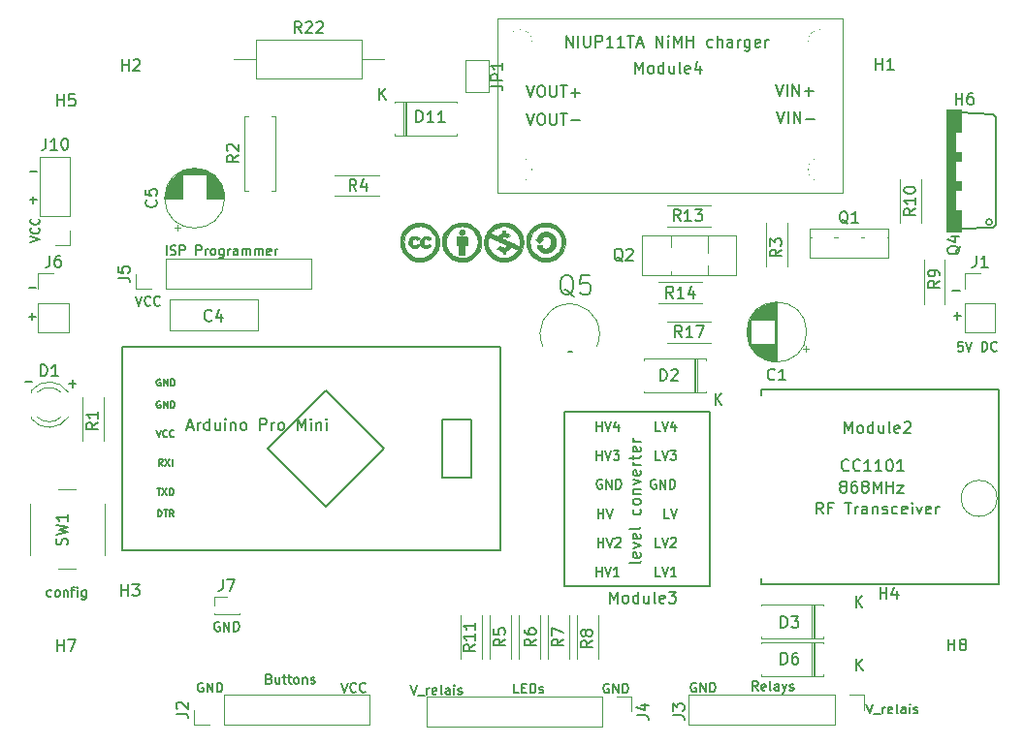
<source format=gbr>
G04 #@! TF.GenerationSoftware,KiCad,Pcbnew,5.1.12-84ad8e8a86~92~ubuntu18.04.1*
G04 #@! TF.CreationDate,2021-12-27T11:50:58+01:00*
G04 #@! TF.ProjectId,HB-UNI-SenAct-4-4-SC_DS_FUEL4EP_PCB,48422d55-4e49-42d5-9365-6e4163742d34,rev?*
G04 #@! TF.SameCoordinates,Original*
G04 #@! TF.FileFunction,Legend,Top*
G04 #@! TF.FilePolarity,Positive*
%FSLAX46Y46*%
G04 Gerber Fmt 4.6, Leading zero omitted, Abs format (unit mm)*
G04 Created by KiCad (PCBNEW 5.1.12-84ad8e8a86~92~ubuntu18.04.1) date 2021-12-27 11:50:58*
%MOMM*%
%LPD*%
G01*
G04 APERTURE LIST*
%ADD10C,0.152400*%
%ADD11C,0.120000*%
%ADD12C,0.010000*%
%ADD13C,0.127000*%
%ADD14C,0.100000*%
%ADD15C,0.150000*%
%ADD16R,1.000000X1.000000*%
%ADD17O,1.600000X1.600000*%
%ADD18C,1.600000*%
%ADD19C,2.100000*%
%ADD20R,1.500000X1.524000*%
%ADD21C,5.800000*%
%ADD22O,3.251200X1.625600*%
%ADD23O,1.400000X1.400000*%
%ADD24C,1.400000*%
%ADD25O,1.700000X1.700000*%
%ADD26R,1.700000X1.700000*%
%ADD27C,2.000000*%
%ADD28C,1.498600*%
%ADD29R,1.498600X1.498600*%
%ADD30O,1.800000X1.800000*%
%ADD31R,1.800000X1.800000*%
%ADD32O,1.717500X1.800000*%
%ADD33R,1.717500X1.800000*%
%ADD34C,2.082800*%
%ADD35C,3.000000*%
%ADD36C,1.350000*%
%ADD37R,1.800000X1.350000*%
%ADD38C,1.800000*%
%ADD39R,1.500000X1.000000*%
%ADD40O,2.200000X2.200000*%
%ADD41R,2.200000X2.200000*%
%ADD42R,1.600000X1.600000*%
G04 APERTURE END LIST*
D10*
X2728685Y-51001990D02*
X2651276Y-51040695D01*
X2496457Y-51040695D01*
X2419047Y-51001990D01*
X2380342Y-50963285D01*
X2341638Y-50885876D01*
X2341638Y-50653647D01*
X2380342Y-50576238D01*
X2419047Y-50537533D01*
X2496457Y-50498828D01*
X2651276Y-50498828D01*
X2728685Y-50537533D01*
X3193142Y-51040695D02*
X3115733Y-51001990D01*
X3077028Y-50963285D01*
X3038323Y-50885876D01*
X3038323Y-50653647D01*
X3077028Y-50576238D01*
X3115733Y-50537533D01*
X3193142Y-50498828D01*
X3309257Y-50498828D01*
X3386666Y-50537533D01*
X3425371Y-50576238D01*
X3464076Y-50653647D01*
X3464076Y-50885876D01*
X3425371Y-50963285D01*
X3386666Y-51001990D01*
X3309257Y-51040695D01*
X3193142Y-51040695D01*
X3812419Y-50498828D02*
X3812419Y-51040695D01*
X3812419Y-50576238D02*
X3851123Y-50537533D01*
X3928533Y-50498828D01*
X4044647Y-50498828D01*
X4122057Y-50537533D01*
X4160761Y-50614942D01*
X4160761Y-51040695D01*
X4431695Y-50498828D02*
X4741333Y-50498828D01*
X4547809Y-51040695D02*
X4547809Y-50344009D01*
X4586514Y-50266600D01*
X4663923Y-50227895D01*
X4741333Y-50227895D01*
X5012266Y-51040695D02*
X5012266Y-50498828D01*
X5012266Y-50227895D02*
X4973561Y-50266600D01*
X5012266Y-50305304D01*
X5050971Y-50266600D01*
X5012266Y-50227895D01*
X5012266Y-50305304D01*
X5747657Y-50498828D02*
X5747657Y-51156809D01*
X5708952Y-51234219D01*
X5670247Y-51272923D01*
X5592838Y-51311628D01*
X5476723Y-51311628D01*
X5399314Y-51272923D01*
X5747657Y-51001990D02*
X5670247Y-51040695D01*
X5515428Y-51040695D01*
X5438019Y-51001990D01*
X5399314Y-50963285D01*
X5360609Y-50885876D01*
X5360609Y-50653647D01*
X5399314Y-50576238D01*
X5438019Y-50537533D01*
X5515428Y-50498828D01*
X5670247Y-50498828D01*
X5747657Y-50537533D01*
X17414723Y-53314600D02*
X17337314Y-53275895D01*
X17221200Y-53275895D01*
X17105085Y-53314600D01*
X17027676Y-53392009D01*
X16988971Y-53469419D01*
X16950266Y-53624238D01*
X16950266Y-53740352D01*
X16988971Y-53895171D01*
X17027676Y-53972580D01*
X17105085Y-54049990D01*
X17221200Y-54088695D01*
X17298609Y-54088695D01*
X17414723Y-54049990D01*
X17453428Y-54011285D01*
X17453428Y-53740352D01*
X17298609Y-53740352D01*
X17801771Y-54088695D02*
X17801771Y-53275895D01*
X18266228Y-54088695D01*
X18266228Y-53275895D01*
X18653276Y-54088695D02*
X18653276Y-53275895D01*
X18846800Y-53275895D01*
X18962914Y-53314600D01*
X19040323Y-53392009D01*
X19079028Y-53469419D01*
X19117733Y-53624238D01*
X19117733Y-53740352D01*
X19079028Y-53895171D01*
X19040323Y-53972580D01*
X18962914Y-54049990D01*
X18846800Y-54088695D01*
X18653276Y-54088695D01*
X64419238Y-59270295D02*
X64148304Y-58883247D01*
X63954780Y-59270295D02*
X63954780Y-58457495D01*
X64264419Y-58457495D01*
X64341828Y-58496200D01*
X64380533Y-58534904D01*
X64419238Y-58612314D01*
X64419238Y-58728428D01*
X64380533Y-58805838D01*
X64341828Y-58844542D01*
X64264419Y-58883247D01*
X63954780Y-58883247D01*
X65077219Y-59231590D02*
X64999809Y-59270295D01*
X64844990Y-59270295D01*
X64767580Y-59231590D01*
X64728876Y-59154180D01*
X64728876Y-58844542D01*
X64767580Y-58767133D01*
X64844990Y-58728428D01*
X64999809Y-58728428D01*
X65077219Y-58767133D01*
X65115923Y-58844542D01*
X65115923Y-58921952D01*
X64728876Y-58999361D01*
X65580380Y-59270295D02*
X65502971Y-59231590D01*
X65464266Y-59154180D01*
X65464266Y-58457495D01*
X66238361Y-59270295D02*
X66238361Y-58844542D01*
X66199657Y-58767133D01*
X66122247Y-58728428D01*
X65967428Y-58728428D01*
X65890019Y-58767133D01*
X66238361Y-59231590D02*
X66160952Y-59270295D01*
X65967428Y-59270295D01*
X65890019Y-59231590D01*
X65851314Y-59154180D01*
X65851314Y-59076771D01*
X65890019Y-58999361D01*
X65967428Y-58960657D01*
X66160952Y-58960657D01*
X66238361Y-58921952D01*
X66548000Y-58728428D02*
X66741523Y-59270295D01*
X66935047Y-58728428D02*
X66741523Y-59270295D01*
X66664114Y-59463819D01*
X66625409Y-59502523D01*
X66548000Y-59541228D01*
X67205980Y-59231590D02*
X67283390Y-59270295D01*
X67438209Y-59270295D01*
X67515619Y-59231590D01*
X67554323Y-59154180D01*
X67554323Y-59115476D01*
X67515619Y-59038066D01*
X67438209Y-58999361D01*
X67322095Y-58999361D01*
X67244685Y-58960657D01*
X67205980Y-58883247D01*
X67205980Y-58844542D01*
X67244685Y-58767133D01*
X67322095Y-58728428D01*
X67438209Y-58728428D01*
X67515619Y-58767133D01*
X43547695Y-59498895D02*
X43160647Y-59498895D01*
X43160647Y-58686095D01*
X43818628Y-59073142D02*
X44089561Y-59073142D01*
X44205676Y-59498895D02*
X43818628Y-59498895D01*
X43818628Y-58686095D01*
X44205676Y-58686095D01*
X44554019Y-59498895D02*
X44554019Y-58686095D01*
X44747542Y-58686095D01*
X44863657Y-58724800D01*
X44941066Y-58802209D01*
X44979771Y-58879619D01*
X45018476Y-59034438D01*
X45018476Y-59150552D01*
X44979771Y-59305371D01*
X44941066Y-59382780D01*
X44863657Y-59460190D01*
X44747542Y-59498895D01*
X44554019Y-59498895D01*
X45328114Y-59460190D02*
X45405523Y-59498895D01*
X45560342Y-59498895D01*
X45637752Y-59460190D01*
X45676457Y-59382780D01*
X45676457Y-59344076D01*
X45637752Y-59266666D01*
X45560342Y-59227961D01*
X45444228Y-59227961D01*
X45366819Y-59189257D01*
X45328114Y-59111847D01*
X45328114Y-59073142D01*
X45366819Y-58995733D01*
X45444228Y-58957028D01*
X45560342Y-58957028D01*
X45637752Y-58995733D01*
X21758123Y-58234942D02*
X21874238Y-58273647D01*
X21912942Y-58312352D01*
X21951647Y-58389761D01*
X21951647Y-58505876D01*
X21912942Y-58583285D01*
X21874238Y-58621990D01*
X21796828Y-58660695D01*
X21487190Y-58660695D01*
X21487190Y-57847895D01*
X21758123Y-57847895D01*
X21835533Y-57886600D01*
X21874238Y-57925304D01*
X21912942Y-58002714D01*
X21912942Y-58080123D01*
X21874238Y-58157533D01*
X21835533Y-58196238D01*
X21758123Y-58234942D01*
X21487190Y-58234942D01*
X22648333Y-58118828D02*
X22648333Y-58660695D01*
X22299990Y-58118828D02*
X22299990Y-58544580D01*
X22338695Y-58621990D01*
X22416104Y-58660695D01*
X22532219Y-58660695D01*
X22609628Y-58621990D01*
X22648333Y-58583285D01*
X22919266Y-58118828D02*
X23228904Y-58118828D01*
X23035380Y-57847895D02*
X23035380Y-58544580D01*
X23074085Y-58621990D01*
X23151495Y-58660695D01*
X23228904Y-58660695D01*
X23383723Y-58118828D02*
X23693361Y-58118828D01*
X23499838Y-57847895D02*
X23499838Y-58544580D01*
X23538542Y-58621990D01*
X23615952Y-58660695D01*
X23693361Y-58660695D01*
X24080409Y-58660695D02*
X24003000Y-58621990D01*
X23964295Y-58583285D01*
X23925590Y-58505876D01*
X23925590Y-58273647D01*
X23964295Y-58196238D01*
X24003000Y-58157533D01*
X24080409Y-58118828D01*
X24196523Y-58118828D01*
X24273933Y-58157533D01*
X24312638Y-58196238D01*
X24351342Y-58273647D01*
X24351342Y-58505876D01*
X24312638Y-58583285D01*
X24273933Y-58621990D01*
X24196523Y-58660695D01*
X24080409Y-58660695D01*
X24699685Y-58118828D02*
X24699685Y-58660695D01*
X24699685Y-58196238D02*
X24738390Y-58157533D01*
X24815800Y-58118828D01*
X24931914Y-58118828D01*
X25009323Y-58157533D01*
X25048028Y-58234942D01*
X25048028Y-58660695D01*
X25396371Y-58621990D02*
X25473780Y-58660695D01*
X25628600Y-58660695D01*
X25706009Y-58621990D01*
X25744714Y-58544580D01*
X25744714Y-58505876D01*
X25706009Y-58428466D01*
X25628600Y-58389761D01*
X25512485Y-58389761D01*
X25435076Y-58351057D01*
X25396371Y-58273647D01*
X25396371Y-58234942D01*
X25435076Y-58157533D01*
X25512485Y-58118828D01*
X25628600Y-58118828D01*
X25706009Y-58157533D01*
X82288742Y-28815695D02*
X81901695Y-28815695D01*
X81862990Y-29202742D01*
X81901695Y-29164038D01*
X81979104Y-29125333D01*
X82172628Y-29125333D01*
X82250038Y-29164038D01*
X82288742Y-29202742D01*
X82327447Y-29280152D01*
X82327447Y-29473676D01*
X82288742Y-29551085D01*
X82250038Y-29589790D01*
X82172628Y-29628495D01*
X81979104Y-29628495D01*
X81901695Y-29589790D01*
X81862990Y-29551085D01*
X82559676Y-28815695D02*
X82830609Y-29628495D01*
X83101542Y-28815695D01*
X83991752Y-29628495D02*
X83991752Y-28815695D01*
X84185276Y-28815695D01*
X84301390Y-28854400D01*
X84378800Y-28931809D01*
X84417504Y-29009219D01*
X84456209Y-29164038D01*
X84456209Y-29280152D01*
X84417504Y-29434971D01*
X84378800Y-29512380D01*
X84301390Y-29589790D01*
X84185276Y-29628495D01*
X83991752Y-29628495D01*
X85269009Y-29551085D02*
X85230304Y-29589790D01*
X85114190Y-29628495D01*
X85036780Y-29628495D01*
X84920666Y-29589790D01*
X84843257Y-29512380D01*
X84804552Y-29434971D01*
X84765847Y-29280152D01*
X84765847Y-29164038D01*
X84804552Y-29009219D01*
X84843257Y-28931809D01*
X84920666Y-28854400D01*
X85036780Y-28815695D01*
X85114190Y-28815695D01*
X85230304Y-28854400D01*
X85269009Y-28893104D01*
X81529161Y-26524857D02*
X82148438Y-26524857D01*
X81838800Y-26834495D02*
X81838800Y-26215219D01*
X81427561Y-24289657D02*
X82046838Y-24289657D01*
X901095Y-20133733D02*
X1713895Y-19862800D01*
X901095Y-19591866D01*
X1636485Y-18856476D02*
X1675190Y-18895180D01*
X1713895Y-19011295D01*
X1713895Y-19088704D01*
X1675190Y-19204819D01*
X1597780Y-19282228D01*
X1520371Y-19320933D01*
X1365552Y-19359638D01*
X1249438Y-19359638D01*
X1094619Y-19320933D01*
X1017209Y-19282228D01*
X939800Y-19204819D01*
X901095Y-19088704D01*
X901095Y-19011295D01*
X939800Y-18895180D01*
X978504Y-18856476D01*
X1636485Y-18043676D02*
X1675190Y-18082380D01*
X1713895Y-18198495D01*
X1713895Y-18275904D01*
X1675190Y-18392019D01*
X1597780Y-18469428D01*
X1520371Y-18508133D01*
X1365552Y-18546838D01*
X1249438Y-18546838D01*
X1094619Y-18508133D01*
X1017209Y-18469428D01*
X939800Y-18392019D01*
X901095Y-18275904D01*
X901095Y-18198495D01*
X939800Y-18082380D01*
X978504Y-18043676D01*
X833361Y-16390257D02*
X1452638Y-16390257D01*
X1143000Y-16699895D02*
X1143000Y-16080619D01*
X858761Y-13926457D02*
X1478038Y-13926457D01*
X782561Y-24086457D02*
X1401838Y-24086457D01*
X757161Y-26575657D02*
X1376438Y-26575657D01*
X1066800Y-26885295D02*
X1066800Y-26266019D01*
X10092266Y-24827895D02*
X10363199Y-25640695D01*
X10634133Y-24827895D01*
X11369523Y-25563285D02*
X11330819Y-25601990D01*
X11214704Y-25640695D01*
X11137295Y-25640695D01*
X11021180Y-25601990D01*
X10943771Y-25524580D01*
X10905066Y-25447171D01*
X10866361Y-25292352D01*
X10866361Y-25176238D01*
X10905066Y-25021419D01*
X10943771Y-24944009D01*
X11021180Y-24866600D01*
X11137295Y-24827895D01*
X11214704Y-24827895D01*
X11330819Y-24866600D01*
X11369523Y-24905304D01*
X12182323Y-25563285D02*
X12143619Y-25601990D01*
X12027504Y-25640695D01*
X11950095Y-25640695D01*
X11833980Y-25601990D01*
X11756571Y-25524580D01*
X11717866Y-25447171D01*
X11679161Y-25292352D01*
X11679161Y-25176238D01*
X11717866Y-25021419D01*
X11756571Y-24944009D01*
X11833980Y-24866600D01*
X11950095Y-24827895D01*
X12027504Y-24827895D01*
X12143619Y-24866600D01*
X12182323Y-24905304D01*
X12777409Y-21195695D02*
X12777409Y-20382895D01*
X13125752Y-21156990D02*
X13241866Y-21195695D01*
X13435390Y-21195695D01*
X13512799Y-21156990D01*
X13551504Y-21118285D01*
X13590209Y-21040876D01*
X13590209Y-20963466D01*
X13551504Y-20886057D01*
X13512799Y-20847352D01*
X13435390Y-20808647D01*
X13280571Y-20769942D01*
X13203161Y-20731238D01*
X13164457Y-20692533D01*
X13125752Y-20615123D01*
X13125752Y-20537714D01*
X13164457Y-20460304D01*
X13203161Y-20421600D01*
X13280571Y-20382895D01*
X13474095Y-20382895D01*
X13590209Y-20421600D01*
X13938552Y-21195695D02*
X13938552Y-20382895D01*
X14248190Y-20382895D01*
X14325599Y-20421600D01*
X14364304Y-20460304D01*
X14403009Y-20537714D01*
X14403009Y-20653828D01*
X14364304Y-20731238D01*
X14325599Y-20769942D01*
X14248190Y-20808647D01*
X13938552Y-20808647D01*
X15370628Y-21195695D02*
X15370628Y-20382895D01*
X15680266Y-20382895D01*
X15757676Y-20421600D01*
X15796380Y-20460304D01*
X15835085Y-20537714D01*
X15835085Y-20653828D01*
X15796380Y-20731238D01*
X15757676Y-20769942D01*
X15680266Y-20808647D01*
X15370628Y-20808647D01*
X16183428Y-21195695D02*
X16183428Y-20653828D01*
X16183428Y-20808647D02*
X16222133Y-20731238D01*
X16260838Y-20692533D01*
X16338247Y-20653828D01*
X16415657Y-20653828D01*
X16802704Y-21195695D02*
X16725295Y-21156990D01*
X16686590Y-21118285D01*
X16647885Y-21040876D01*
X16647885Y-20808647D01*
X16686590Y-20731238D01*
X16725295Y-20692533D01*
X16802704Y-20653828D01*
X16918819Y-20653828D01*
X16996228Y-20692533D01*
X17034933Y-20731238D01*
X17073638Y-20808647D01*
X17073638Y-21040876D01*
X17034933Y-21118285D01*
X16996228Y-21156990D01*
X16918819Y-21195695D01*
X16802704Y-21195695D01*
X17770323Y-20653828D02*
X17770323Y-21311809D01*
X17731619Y-21389219D01*
X17692914Y-21427923D01*
X17615504Y-21466628D01*
X17499390Y-21466628D01*
X17421980Y-21427923D01*
X17770323Y-21156990D02*
X17692914Y-21195695D01*
X17538095Y-21195695D01*
X17460685Y-21156990D01*
X17421980Y-21118285D01*
X17383276Y-21040876D01*
X17383276Y-20808647D01*
X17421980Y-20731238D01*
X17460685Y-20692533D01*
X17538095Y-20653828D01*
X17692914Y-20653828D01*
X17770323Y-20692533D01*
X18157371Y-21195695D02*
X18157371Y-20653828D01*
X18157371Y-20808647D02*
X18196076Y-20731238D01*
X18234780Y-20692533D01*
X18312190Y-20653828D01*
X18389599Y-20653828D01*
X19008876Y-21195695D02*
X19008876Y-20769942D01*
X18970171Y-20692533D01*
X18892761Y-20653828D01*
X18737942Y-20653828D01*
X18660533Y-20692533D01*
X19008876Y-21156990D02*
X18931466Y-21195695D01*
X18737942Y-21195695D01*
X18660533Y-21156990D01*
X18621828Y-21079580D01*
X18621828Y-21002171D01*
X18660533Y-20924761D01*
X18737942Y-20886057D01*
X18931466Y-20886057D01*
X19008876Y-20847352D01*
X19395923Y-21195695D02*
X19395923Y-20653828D01*
X19395923Y-20731238D02*
X19434628Y-20692533D01*
X19512038Y-20653828D01*
X19628152Y-20653828D01*
X19705561Y-20692533D01*
X19744266Y-20769942D01*
X19744266Y-21195695D01*
X19744266Y-20769942D02*
X19782971Y-20692533D01*
X19860380Y-20653828D01*
X19976495Y-20653828D01*
X20053904Y-20692533D01*
X20092609Y-20769942D01*
X20092609Y-21195695D01*
X20479657Y-21195695D02*
X20479657Y-20653828D01*
X20479657Y-20731238D02*
X20518361Y-20692533D01*
X20595771Y-20653828D01*
X20711885Y-20653828D01*
X20789295Y-20692533D01*
X20827999Y-20769942D01*
X20827999Y-21195695D01*
X20827999Y-20769942D02*
X20866704Y-20692533D01*
X20944114Y-20653828D01*
X21060228Y-20653828D01*
X21137638Y-20692533D01*
X21176342Y-20769942D01*
X21176342Y-21195695D01*
X21873028Y-21156990D02*
X21795619Y-21195695D01*
X21640800Y-21195695D01*
X21563390Y-21156990D01*
X21524685Y-21079580D01*
X21524685Y-20769942D01*
X21563390Y-20692533D01*
X21640800Y-20653828D01*
X21795619Y-20653828D01*
X21873028Y-20692533D01*
X21911733Y-20769942D01*
X21911733Y-20847352D01*
X21524685Y-20924761D01*
X22260076Y-21195695D02*
X22260076Y-20653828D01*
X22260076Y-20808647D02*
X22298780Y-20731238D01*
X22337485Y-20692533D01*
X22414895Y-20653828D01*
X22492304Y-20653828D01*
X73891019Y-60438695D02*
X74161952Y-61251495D01*
X74432885Y-60438695D01*
X74510295Y-61328904D02*
X75129571Y-61328904D01*
X75323095Y-61251495D02*
X75323095Y-60709628D01*
X75323095Y-60864447D02*
X75361800Y-60787038D01*
X75400504Y-60748333D01*
X75477914Y-60709628D01*
X75555323Y-60709628D01*
X76135895Y-61212790D02*
X76058485Y-61251495D01*
X75903666Y-61251495D01*
X75826257Y-61212790D01*
X75787552Y-61135380D01*
X75787552Y-60825742D01*
X75826257Y-60748333D01*
X75903666Y-60709628D01*
X76058485Y-60709628D01*
X76135895Y-60748333D01*
X76174600Y-60825742D01*
X76174600Y-60903152D01*
X75787552Y-60980561D01*
X76639057Y-61251495D02*
X76561647Y-61212790D01*
X76522942Y-61135380D01*
X76522942Y-60438695D01*
X77297038Y-61251495D02*
X77297038Y-60825742D01*
X77258333Y-60748333D01*
X77180923Y-60709628D01*
X77026104Y-60709628D01*
X76948695Y-60748333D01*
X77297038Y-61212790D02*
X77219628Y-61251495D01*
X77026104Y-61251495D01*
X76948695Y-61212790D01*
X76909990Y-61135380D01*
X76909990Y-61057971D01*
X76948695Y-60980561D01*
X77026104Y-60941857D01*
X77219628Y-60941857D01*
X77297038Y-60903152D01*
X77684085Y-61251495D02*
X77684085Y-60709628D01*
X77684085Y-60438695D02*
X77645380Y-60477400D01*
X77684085Y-60516104D01*
X77722790Y-60477400D01*
X77684085Y-60438695D01*
X77684085Y-60516104D01*
X78032428Y-61212790D02*
X78109838Y-61251495D01*
X78264657Y-61251495D01*
X78342066Y-61212790D01*
X78380771Y-61135380D01*
X78380771Y-61096676D01*
X78342066Y-61019266D01*
X78264657Y-60980561D01*
X78148542Y-60980561D01*
X78071133Y-60941857D01*
X78032428Y-60864447D01*
X78032428Y-60825742D01*
X78071133Y-60748333D01*
X78148542Y-60709628D01*
X78264657Y-60709628D01*
X78342066Y-60748333D01*
X59019923Y-58623200D02*
X58942514Y-58584495D01*
X58826400Y-58584495D01*
X58710285Y-58623200D01*
X58632876Y-58700609D01*
X58594171Y-58778019D01*
X58555466Y-58932838D01*
X58555466Y-59048952D01*
X58594171Y-59203771D01*
X58632876Y-59281180D01*
X58710285Y-59358590D01*
X58826400Y-59397295D01*
X58903809Y-59397295D01*
X59019923Y-59358590D01*
X59058628Y-59319885D01*
X59058628Y-59048952D01*
X58903809Y-59048952D01*
X59406971Y-59397295D02*
X59406971Y-58584495D01*
X59871428Y-59397295D01*
X59871428Y-58584495D01*
X60258476Y-59397295D02*
X60258476Y-58584495D01*
X60452000Y-58584495D01*
X60568114Y-58623200D01*
X60645523Y-58700609D01*
X60684228Y-58778019D01*
X60722933Y-58932838D01*
X60722933Y-59048952D01*
X60684228Y-59203771D01*
X60645523Y-59281180D01*
X60568114Y-59358590D01*
X60452000Y-59397295D01*
X60258476Y-59397295D01*
X51387223Y-58712100D02*
X51309814Y-58673395D01*
X51193700Y-58673395D01*
X51077585Y-58712100D01*
X51000176Y-58789509D01*
X50961471Y-58866919D01*
X50922766Y-59021738D01*
X50922766Y-59137852D01*
X50961471Y-59292671D01*
X51000176Y-59370080D01*
X51077585Y-59447490D01*
X51193700Y-59486195D01*
X51271109Y-59486195D01*
X51387223Y-59447490D01*
X51425928Y-59408785D01*
X51425928Y-59137852D01*
X51271109Y-59137852D01*
X51774271Y-59486195D02*
X51774271Y-58673395D01*
X52238728Y-59486195D01*
X52238728Y-58673395D01*
X52625776Y-59486195D02*
X52625776Y-58673395D01*
X52819300Y-58673395D01*
X52935414Y-58712100D01*
X53012823Y-58789509D01*
X53051528Y-58866919D01*
X53090233Y-59021738D01*
X53090233Y-59137852D01*
X53051528Y-59292671D01*
X53012823Y-59370080D01*
X52935414Y-59447490D01*
X52819300Y-59486195D01*
X52625776Y-59486195D01*
X34101919Y-58800395D02*
X34372852Y-59613195D01*
X34643785Y-58800395D01*
X34721195Y-59690604D02*
X35340471Y-59690604D01*
X35533995Y-59613195D02*
X35533995Y-59071328D01*
X35533995Y-59226147D02*
X35572700Y-59148738D01*
X35611404Y-59110033D01*
X35688814Y-59071328D01*
X35766223Y-59071328D01*
X36346795Y-59574490D02*
X36269385Y-59613195D01*
X36114566Y-59613195D01*
X36037157Y-59574490D01*
X35998452Y-59497080D01*
X35998452Y-59187442D01*
X36037157Y-59110033D01*
X36114566Y-59071328D01*
X36269385Y-59071328D01*
X36346795Y-59110033D01*
X36385500Y-59187442D01*
X36385500Y-59264852D01*
X35998452Y-59342261D01*
X36849957Y-59613195D02*
X36772547Y-59574490D01*
X36733842Y-59497080D01*
X36733842Y-58800395D01*
X37507938Y-59613195D02*
X37507938Y-59187442D01*
X37469233Y-59110033D01*
X37391823Y-59071328D01*
X37237004Y-59071328D01*
X37159595Y-59110033D01*
X37507938Y-59574490D02*
X37430528Y-59613195D01*
X37237004Y-59613195D01*
X37159595Y-59574490D01*
X37120890Y-59497080D01*
X37120890Y-59419671D01*
X37159595Y-59342261D01*
X37237004Y-59303557D01*
X37430528Y-59303557D01*
X37507938Y-59264852D01*
X37894985Y-59613195D02*
X37894985Y-59071328D01*
X37894985Y-58800395D02*
X37856280Y-58839100D01*
X37894985Y-58877804D01*
X37933690Y-58839100D01*
X37894985Y-58800395D01*
X37894985Y-58877804D01*
X38243328Y-59574490D02*
X38320738Y-59613195D01*
X38475557Y-59613195D01*
X38552966Y-59574490D01*
X38591671Y-59497080D01*
X38591671Y-59458376D01*
X38552966Y-59380966D01*
X38475557Y-59342261D01*
X38359442Y-59342261D01*
X38282033Y-59303557D01*
X38243328Y-59226147D01*
X38243328Y-59187442D01*
X38282033Y-59110033D01*
X38359442Y-59071328D01*
X38475557Y-59071328D01*
X38552966Y-59110033D01*
X28062766Y-58609895D02*
X28333700Y-59422695D01*
X28604633Y-58609895D01*
X29340023Y-59345285D02*
X29301319Y-59383990D01*
X29185204Y-59422695D01*
X29107795Y-59422695D01*
X28991680Y-59383990D01*
X28914271Y-59306580D01*
X28875566Y-59229171D01*
X28836861Y-59074352D01*
X28836861Y-58958238D01*
X28875566Y-58803419D01*
X28914271Y-58726009D01*
X28991680Y-58648600D01*
X29107795Y-58609895D01*
X29185204Y-58609895D01*
X29301319Y-58648600D01*
X29340023Y-58687304D01*
X30152823Y-59345285D02*
X30114119Y-59383990D01*
X29998004Y-59422695D01*
X29920595Y-59422695D01*
X29804480Y-59383990D01*
X29727071Y-59306580D01*
X29688366Y-59229171D01*
X29649661Y-59074352D01*
X29649661Y-58958238D01*
X29688366Y-58803419D01*
X29727071Y-58726009D01*
X29804480Y-58648600D01*
X29920595Y-58609895D01*
X29998004Y-58609895D01*
X30114119Y-58648600D01*
X30152823Y-58687304D01*
X15966923Y-58623200D02*
X15889514Y-58584495D01*
X15773400Y-58584495D01*
X15657285Y-58623200D01*
X15579876Y-58700609D01*
X15541171Y-58778019D01*
X15502466Y-58932838D01*
X15502466Y-59048952D01*
X15541171Y-59203771D01*
X15579876Y-59281180D01*
X15657285Y-59358590D01*
X15773400Y-59397295D01*
X15850809Y-59397295D01*
X15966923Y-59358590D01*
X16005628Y-59319885D01*
X16005628Y-59048952D01*
X15850809Y-59048952D01*
X16353971Y-59397295D02*
X16353971Y-58584495D01*
X16818428Y-59397295D01*
X16818428Y-58584495D01*
X17205476Y-59397295D02*
X17205476Y-58584495D01*
X17399000Y-58584495D01*
X17515114Y-58623200D01*
X17592523Y-58700609D01*
X17631228Y-58778019D01*
X17669933Y-58932838D01*
X17669933Y-59048952D01*
X17631228Y-59203771D01*
X17592523Y-59281180D01*
X17515114Y-59358590D01*
X17399000Y-59397295D01*
X17205476Y-59397295D01*
X452361Y-32316057D02*
X1071638Y-32316057D01*
X4262361Y-32443057D02*
X4881638Y-32443057D01*
X4572000Y-32752695D02*
X4572000Y-32133419D01*
D11*
X16924000Y-52576000D02*
X19144000Y-52576000D01*
X16924000Y-52576000D02*
X16924000Y-52511000D01*
X19144000Y-52576000D02*
X19144000Y-52511000D01*
X16924000Y-52576000D02*
X17470529Y-52576000D01*
X18597471Y-52576000D02*
X19144000Y-52576000D01*
X16924000Y-51816000D02*
X16924000Y-51056000D01*
X16924000Y-51056000D02*
X18034000Y-51056000D01*
X19915000Y-15589000D02*
X19585000Y-15589000D01*
X19585000Y-15589000D02*
X19585000Y-9049000D01*
X19585000Y-9049000D02*
X19915000Y-9049000D01*
X21995000Y-15589000D02*
X22325000Y-15589000D01*
X22325000Y-15589000D02*
X22325000Y-9049000D01*
X22325000Y-9049000D02*
X21995000Y-9049000D01*
X20576800Y-2356700D02*
X20576800Y-5796700D01*
X20576800Y-5796700D02*
X29816800Y-5796700D01*
X29816800Y-5796700D02*
X29816800Y-2356700D01*
X29816800Y-2356700D02*
X20576800Y-2356700D01*
X18616800Y-4076700D02*
X20576800Y-4076700D01*
X31776800Y-4076700D02*
X29816800Y-4076700D01*
X41650000Y-540000D02*
X71850000Y-540000D01*
X71850000Y-540000D02*
X71850000Y-15740000D01*
X71850000Y-15740000D02*
X41650000Y-15740000D01*
X41650000Y-15740000D02*
X41650000Y-540000D01*
X44650000Y-2540000D02*
G75*
G03*
X44650000Y-2540000I-1000000J0D01*
G01*
X44654988Y-13740000D02*
G75*
G03*
X44654988Y-13740000I-1004988J0D01*
G01*
X70850000Y-2540000D02*
G75*
G03*
X70850000Y-2540000I-1000000J0D01*
G01*
X70854988Y-13740000D02*
G75*
G03*
X70854988Y-13740000I-1004988J0D01*
G01*
D12*
G36*
X81661000Y-10414000D02*
G01*
X81661000Y-8509000D01*
X82169000Y-8509000D01*
X82169000Y-10414000D01*
X81661000Y-10414000D01*
G37*
X81661000Y-10414000D02*
X81661000Y-8509000D01*
X82169000Y-8509000D01*
X82169000Y-10414000D01*
X81661000Y-10414000D01*
G36*
X81661000Y-12954000D02*
G01*
X81661000Y-12192000D01*
X82169000Y-12192000D01*
X82169000Y-12954000D01*
X81661000Y-12954000D01*
G37*
X81661000Y-12954000D02*
X81661000Y-12192000D01*
X82169000Y-12192000D01*
X82169000Y-12954000D01*
X81661000Y-12954000D01*
G36*
X81661000Y-15494000D02*
G01*
X81661000Y-14732000D01*
X82169000Y-14732000D01*
X82169000Y-15494000D01*
X81661000Y-15494000D01*
G37*
X81661000Y-15494000D02*
X81661000Y-14732000D01*
X82169000Y-14732000D01*
X82169000Y-15494000D01*
X81661000Y-15494000D01*
G36*
X81661000Y-19177000D02*
G01*
X81661000Y-17272000D01*
X82169000Y-17272000D01*
X82169000Y-19177000D01*
X81661000Y-19177000D01*
G37*
X81661000Y-19177000D02*
X81661000Y-17272000D01*
X82169000Y-17272000D01*
X82169000Y-19177000D01*
X81661000Y-19177000D01*
G36*
X80899000Y-19177000D02*
G01*
X80899000Y-8509000D01*
X81661000Y-8509000D01*
X81661000Y-19177000D01*
X80899000Y-19177000D01*
G37*
X80899000Y-19177000D02*
X80899000Y-8509000D01*
X81661000Y-8509000D01*
X81661000Y-19177000D01*
X80899000Y-19177000D01*
D13*
X84861400Y-18338800D02*
G75*
G03*
X84861400Y-18338800I-254000J0D01*
G01*
X84963000Y-18796000D02*
X82042000Y-18923000D01*
X84963000Y-18796000D02*
X85217000Y-18542000D01*
X85217000Y-9144000D02*
X85217000Y-18542000D01*
X85217000Y-9144000D02*
X84963000Y-8890000D01*
X82042000Y-8763000D02*
X84963000Y-8890000D01*
D11*
X40290000Y-52690000D02*
X40290000Y-56530000D01*
X38450000Y-52690000D02*
X38450000Y-56530000D01*
X76804000Y-18430000D02*
X76804000Y-14590000D01*
X78644000Y-18430000D02*
X78644000Y-14590000D01*
X78899500Y-25478500D02*
X78899500Y-21638500D01*
X80739500Y-25478500D02*
X80739500Y-21638500D01*
X50450000Y-52690000D02*
X50450000Y-56530000D01*
X48610000Y-52690000D02*
X48610000Y-56530000D01*
X47910000Y-52690000D02*
X47910000Y-56530000D01*
X46070000Y-52690000D02*
X46070000Y-56530000D01*
X45370000Y-52690000D02*
X45370000Y-56530000D01*
X43530000Y-52690000D02*
X43530000Y-56530000D01*
X42830000Y-52690000D02*
X42830000Y-56530000D01*
X40990000Y-52690000D02*
X40990000Y-56530000D01*
X35500000Y-59763000D02*
X35500000Y-62423000D01*
X50800000Y-59763000D02*
X35500000Y-59763000D01*
X50800000Y-62423000D02*
X35500000Y-62423000D01*
X50800000Y-59763000D02*
X50800000Y-62423000D01*
X52070000Y-59763000D02*
X53400000Y-59763000D01*
X53400000Y-59763000D02*
X53400000Y-61093000D01*
X7350000Y-47410000D02*
X7350000Y-42910000D01*
X3350000Y-48660000D02*
X4850000Y-48660000D01*
X850000Y-42910000D02*
X850000Y-47410000D01*
X4850000Y-41660000D02*
X3350000Y-41660000D01*
X60340000Y-28860000D02*
X56500000Y-28860000D01*
X60340000Y-27020000D02*
X56500000Y-27020000D01*
X55738000Y-23591000D02*
X59578000Y-23591000D01*
X55738000Y-25431000D02*
X59578000Y-25431000D01*
X60340000Y-18700000D02*
X56500000Y-18700000D01*
X60340000Y-16860000D02*
X56500000Y-16860000D01*
X27480500Y-14218400D02*
X31320500Y-14218400D01*
X27480500Y-16058400D02*
X31320500Y-16058400D01*
X66960000Y-18400000D02*
X66960000Y-22240000D01*
X65120000Y-18400000D02*
X65120000Y-22240000D01*
X7270000Y-33640000D02*
X7270000Y-37480000D01*
X5430000Y-33640000D02*
X5430000Y-37480000D01*
D14*
X50596800Y-28067000D02*
G75*
G02*
X50342800Y-29210000I-2704870J1360D01*
G01*
X45643800Y-29184600D02*
G75*
G02*
X50596800Y-28067000I2352617J1107827D01*
G01*
D10*
X47828200Y-29641800D02*
X48234600Y-29641800D01*
D11*
X54300000Y-19470000D02*
X62540000Y-19470000D01*
X54300000Y-22960000D02*
X62540000Y-22960000D01*
X54300000Y-19470000D02*
X54300000Y-22960000D01*
X62540000Y-19470000D02*
X62540000Y-22960000D01*
X56820000Y-19470000D02*
X56820000Y-20540000D01*
X56820000Y-22640000D02*
X56820000Y-22960000D01*
X60021000Y-19470000D02*
X60021000Y-21050000D01*
X60021000Y-22130000D02*
X60021000Y-22960000D01*
X68973000Y-18930000D02*
X75793000Y-18930000D01*
X68973000Y-21470000D02*
X75793000Y-21470000D01*
X68973000Y-18930000D02*
X68973000Y-21470000D01*
X75793000Y-18930000D02*
X75793000Y-21470000D01*
X68973000Y-19669000D02*
X69084000Y-19669000D01*
X71102000Y-19669000D02*
X71375000Y-19669000D01*
X73392000Y-19669000D02*
X73665000Y-19669000D01*
X75682000Y-19669000D02*
X75793000Y-19669000D01*
D13*
X60187000Y-34931000D02*
X60187000Y-50171000D01*
X60187000Y-50171000D02*
X47487000Y-50171000D01*
X47487000Y-50171000D02*
X47487000Y-34931000D01*
X47487000Y-34931000D02*
X60187000Y-34931000D01*
D11*
X85316139Y-42480000D02*
G75*
G03*
X85316139Y-42480000I-1581139J0D01*
G01*
D15*
X85435000Y-32980000D02*
X85435000Y-49980000D01*
X85435000Y-49980000D02*
X64735000Y-49980000D01*
X64735000Y-32980000D02*
X85435000Y-32980000D01*
X84235000Y-39980000D02*
G75*
G03*
X84235000Y-39980000I-500000J0D01*
G01*
X84235000Y-44980000D02*
G75*
G03*
X84235000Y-44980000I-500000J0D01*
G01*
X64735000Y-32980000D02*
X64735000Y-33480000D01*
X64735000Y-49980000D02*
X64735000Y-49480000D01*
X41910000Y-46990000D02*
X41910000Y-29210000D01*
X8890000Y-46990000D02*
X41910000Y-46990000D01*
X8890000Y-29210000D02*
X8890000Y-46990000D01*
X41910000Y-29210000D02*
X8890000Y-29210000D01*
X31750000Y-38100000D02*
X26670000Y-33020000D01*
X26670000Y-43180000D02*
X31750000Y-38100000D01*
X21590000Y-38100000D02*
X26670000Y-43180000D01*
X26670000Y-33020000D02*
X21590000Y-38100000D01*
X36830000Y-40640000D02*
X39370000Y-40640000D01*
X36830000Y-35560000D02*
X36830000Y-40640000D01*
X39370000Y-35560000D02*
X36830000Y-35560000D01*
X39370000Y-40640000D02*
X39370000Y-35560000D01*
X10795000Y-44450000D02*
G75*
G03*
X10795000Y-44450000I-635000J0D01*
G01*
X10795000Y-41910000D02*
G75*
G03*
X10795000Y-41910000I-635000J0D01*
G01*
X10795000Y-39370000D02*
G75*
G03*
X10795000Y-39370000I-635000J0D01*
G01*
X10795000Y-36830000D02*
G75*
G03*
X10795000Y-36830000I-635000J0D01*
G01*
X10795000Y-34290000D02*
G75*
G03*
X10795000Y-34290000I-635000J0D01*
G01*
X10795000Y-31750000D02*
G75*
G03*
X10795000Y-31750000I-635000J0D01*
G01*
D12*
G36*
X35176452Y-18400312D02*
G01*
X35374725Y-18441462D01*
X35413947Y-18453223D01*
X35637600Y-18542488D01*
X35846349Y-18661744D01*
X36036466Y-18807676D01*
X36204224Y-18976969D01*
X36345896Y-19166308D01*
X36457755Y-19372376D01*
X36464569Y-19387794D01*
X36541890Y-19607758D01*
X36588461Y-19837675D01*
X36604699Y-20072356D01*
X36591018Y-20306611D01*
X36547832Y-20535251D01*
X36475558Y-20753086D01*
X36374610Y-20954927D01*
X36334158Y-21018500D01*
X36186482Y-21206499D01*
X36014962Y-21371048D01*
X35823515Y-21510516D01*
X35616059Y-21623273D01*
X35396508Y-21707687D01*
X35168781Y-21762128D01*
X34936793Y-21784963D01*
X34704461Y-21774563D01*
X34571214Y-21752684D01*
X34324817Y-21683314D01*
X34097250Y-21582971D01*
X33889147Y-21452071D01*
X33701147Y-21291030D01*
X33533887Y-21100264D01*
X33498217Y-21051947D01*
X33376062Y-20850507D01*
X33284556Y-20633448D01*
X33224224Y-20405383D01*
X33195591Y-20170923D01*
X33197359Y-20054593D01*
X33503428Y-20054593D01*
X33515262Y-20262538D01*
X33559908Y-20467799D01*
X33637584Y-20667129D01*
X33748504Y-20857280D01*
X33806075Y-20934910D01*
X33952697Y-21091609D01*
X34124365Y-21226442D01*
X34314330Y-21335028D01*
X34515840Y-21412981D01*
X34562143Y-21425867D01*
X34706770Y-21451972D01*
X34869004Y-21462701D01*
X35034053Y-21458064D01*
X35187124Y-21438073D01*
X35243419Y-21425329D01*
X35396551Y-21373458D01*
X35555941Y-21298836D01*
X35707515Y-21208765D01*
X35817193Y-21127597D01*
X35970816Y-20977264D01*
X36096176Y-20806698D01*
X36192275Y-20619611D01*
X36258110Y-20419716D01*
X36292683Y-20210726D01*
X36294992Y-19996353D01*
X36264039Y-19780311D01*
X36221254Y-19627748D01*
X36148027Y-19453824D01*
X36049761Y-19293429D01*
X35921733Y-19139287D01*
X35869849Y-19086286D01*
X35701604Y-18942997D01*
X35520645Y-18832805D01*
X35324463Y-18754596D01*
X35110551Y-18707257D01*
X34985553Y-18694054D01*
X34762060Y-18696118D01*
X34546847Y-18732944D01*
X34342546Y-18803550D01*
X34151792Y-18906951D01*
X33977218Y-19042166D01*
X33928894Y-19088288D01*
X33779903Y-19260934D01*
X33662645Y-19447135D01*
X33577336Y-19643644D01*
X33524191Y-19847212D01*
X33503428Y-20054593D01*
X33197359Y-20054593D01*
X33199183Y-19934677D01*
X33235524Y-19701259D01*
X33305141Y-19475279D01*
X33315648Y-19449143D01*
X33425284Y-19228588D01*
X33563148Y-19026959D01*
X33726087Y-18847273D01*
X33910946Y-18692549D01*
X34114573Y-18565804D01*
X34333813Y-18470055D01*
X34341695Y-18467314D01*
X34535384Y-18416102D01*
X34746157Y-18387771D01*
X34963387Y-18382461D01*
X35176452Y-18400312D01*
G37*
X35176452Y-18400312D02*
X35374725Y-18441462D01*
X35413947Y-18453223D01*
X35637600Y-18542488D01*
X35846349Y-18661744D01*
X36036466Y-18807676D01*
X36204224Y-18976969D01*
X36345896Y-19166308D01*
X36457755Y-19372376D01*
X36464569Y-19387794D01*
X36541890Y-19607758D01*
X36588461Y-19837675D01*
X36604699Y-20072356D01*
X36591018Y-20306611D01*
X36547832Y-20535251D01*
X36475558Y-20753086D01*
X36374610Y-20954927D01*
X36334158Y-21018500D01*
X36186482Y-21206499D01*
X36014962Y-21371048D01*
X35823515Y-21510516D01*
X35616059Y-21623273D01*
X35396508Y-21707687D01*
X35168781Y-21762128D01*
X34936793Y-21784963D01*
X34704461Y-21774563D01*
X34571214Y-21752684D01*
X34324817Y-21683314D01*
X34097250Y-21582971D01*
X33889147Y-21452071D01*
X33701147Y-21291030D01*
X33533887Y-21100264D01*
X33498217Y-21051947D01*
X33376062Y-20850507D01*
X33284556Y-20633448D01*
X33224224Y-20405383D01*
X33195591Y-20170923D01*
X33197359Y-20054593D01*
X33503428Y-20054593D01*
X33515262Y-20262538D01*
X33559908Y-20467799D01*
X33637584Y-20667129D01*
X33748504Y-20857280D01*
X33806075Y-20934910D01*
X33952697Y-21091609D01*
X34124365Y-21226442D01*
X34314330Y-21335028D01*
X34515840Y-21412981D01*
X34562143Y-21425867D01*
X34706770Y-21451972D01*
X34869004Y-21462701D01*
X35034053Y-21458064D01*
X35187124Y-21438073D01*
X35243419Y-21425329D01*
X35396551Y-21373458D01*
X35555941Y-21298836D01*
X35707515Y-21208765D01*
X35817193Y-21127597D01*
X35970816Y-20977264D01*
X36096176Y-20806698D01*
X36192275Y-20619611D01*
X36258110Y-20419716D01*
X36292683Y-20210726D01*
X36294992Y-19996353D01*
X36264039Y-19780311D01*
X36221254Y-19627748D01*
X36148027Y-19453824D01*
X36049761Y-19293429D01*
X35921733Y-19139287D01*
X35869849Y-19086286D01*
X35701604Y-18942997D01*
X35520645Y-18832805D01*
X35324463Y-18754596D01*
X35110551Y-18707257D01*
X34985553Y-18694054D01*
X34762060Y-18696118D01*
X34546847Y-18732944D01*
X34342546Y-18803550D01*
X34151792Y-18906951D01*
X33977218Y-19042166D01*
X33928894Y-19088288D01*
X33779903Y-19260934D01*
X33662645Y-19447135D01*
X33577336Y-19643644D01*
X33524191Y-19847212D01*
X33503428Y-20054593D01*
X33197359Y-20054593D01*
X33199183Y-19934677D01*
X33235524Y-19701259D01*
X33305141Y-19475279D01*
X33315648Y-19449143D01*
X33425284Y-19228588D01*
X33563148Y-19026959D01*
X33726087Y-18847273D01*
X33910946Y-18692549D01*
X34114573Y-18565804D01*
X34333813Y-18470055D01*
X34341695Y-18467314D01*
X34535384Y-18416102D01*
X34746157Y-18387771D01*
X34963387Y-18382461D01*
X35176452Y-18400312D01*
G36*
X38749857Y-18389740D02*
G01*
X38982921Y-18428254D01*
X39206231Y-18497186D01*
X39399167Y-18587776D01*
X39606262Y-18723559D01*
X39789630Y-18884907D01*
X39947030Y-19068913D01*
X40076226Y-19272671D01*
X40174976Y-19493273D01*
X40226088Y-19661390D01*
X40251319Y-19801681D01*
X40265147Y-19963520D01*
X40267565Y-20134210D01*
X40258568Y-20301057D01*
X40238151Y-20451362D01*
X40226485Y-20505225D01*
X40155129Y-20728520D01*
X40055260Y-20932300D01*
X39924477Y-21120705D01*
X39775220Y-21283600D01*
X39579796Y-21450306D01*
X39370216Y-21583926D01*
X39144543Y-21685542D01*
X38948278Y-21745217D01*
X38847423Y-21763202D01*
X38723220Y-21775235D01*
X38588166Y-21780997D01*
X38454759Y-21780170D01*
X38335495Y-21772436D01*
X38266315Y-21762588D01*
X38034869Y-21703328D01*
X37823246Y-21617066D01*
X37626791Y-21501249D01*
X37440853Y-21353321D01*
X37335956Y-21251764D01*
X37177714Y-21067506D01*
X37053130Y-20874922D01*
X36959803Y-20669741D01*
X36903269Y-20482289D01*
X36884083Y-20372727D01*
X36871683Y-20239881D01*
X36866246Y-20095675D01*
X36866329Y-20088607D01*
X37174833Y-20088607D01*
X37181785Y-20244655D01*
X37202872Y-20385429D01*
X37208759Y-20410413D01*
X37278796Y-20614893D01*
X37381177Y-20807730D01*
X37512546Y-20983767D01*
X37669544Y-21137846D01*
X37696754Y-21160066D01*
X37808294Y-21243798D01*
X37909413Y-21307164D01*
X38013187Y-21357442D01*
X38129068Y-21400699D01*
X38333010Y-21450973D01*
X38547315Y-21470120D01*
X38763231Y-21457855D01*
X38925357Y-21426751D01*
X39114539Y-21360796D01*
X39296961Y-21263656D01*
X39466741Y-21140171D01*
X39617997Y-20995184D01*
X39744847Y-20833536D01*
X39832063Y-20680403D01*
X39885638Y-20555954D01*
X39922418Y-20440559D01*
X39944965Y-20322070D01*
X39955841Y-20188342D01*
X39957875Y-20084143D01*
X39954507Y-19939101D01*
X39941754Y-19817094D01*
X39916699Y-19705453D01*
X39876428Y-19591509D01*
X39818025Y-19462592D01*
X39812040Y-19450353D01*
X39771667Y-19372167D01*
X39732559Y-19307933D01*
X39687552Y-19248107D01*
X39629483Y-19183143D01*
X39553346Y-19105639D01*
X39459358Y-19015968D01*
X39378310Y-18947951D01*
X39301057Y-18894449D01*
X39233750Y-18856206D01*
X39025782Y-18767140D01*
X38809369Y-18711986D01*
X38588566Y-18691044D01*
X38367423Y-18704611D01*
X38149993Y-18752987D01*
X38092655Y-18771982D01*
X37909441Y-18855450D01*
X37736247Y-18969950D01*
X37577817Y-19110614D01*
X37438898Y-19272574D01*
X37324236Y-19450961D01*
X37238576Y-19640907D01*
X37234585Y-19652211D01*
X37201653Y-19780047D01*
X37181596Y-19929625D01*
X37174833Y-20088607D01*
X36866329Y-20088607D01*
X36867948Y-19952033D01*
X36876964Y-19820880D01*
X36892011Y-19720842D01*
X36958124Y-19494721D01*
X37056819Y-19279389D01*
X37185072Y-19078646D01*
X37339858Y-18896295D01*
X37518153Y-18736137D01*
X37716931Y-18601976D01*
X37829022Y-18542965D01*
X38046621Y-18458255D01*
X38276258Y-18404585D01*
X38512486Y-18381798D01*
X38749857Y-18389740D01*
G37*
X38749857Y-18389740D02*
X38982921Y-18428254D01*
X39206231Y-18497186D01*
X39399167Y-18587776D01*
X39606262Y-18723559D01*
X39789630Y-18884907D01*
X39947030Y-19068913D01*
X40076226Y-19272671D01*
X40174976Y-19493273D01*
X40226088Y-19661390D01*
X40251319Y-19801681D01*
X40265147Y-19963520D01*
X40267565Y-20134210D01*
X40258568Y-20301057D01*
X40238151Y-20451362D01*
X40226485Y-20505225D01*
X40155129Y-20728520D01*
X40055260Y-20932300D01*
X39924477Y-21120705D01*
X39775220Y-21283600D01*
X39579796Y-21450306D01*
X39370216Y-21583926D01*
X39144543Y-21685542D01*
X38948278Y-21745217D01*
X38847423Y-21763202D01*
X38723220Y-21775235D01*
X38588166Y-21780997D01*
X38454759Y-21780170D01*
X38335495Y-21772436D01*
X38266315Y-21762588D01*
X38034869Y-21703328D01*
X37823246Y-21617066D01*
X37626791Y-21501249D01*
X37440853Y-21353321D01*
X37335956Y-21251764D01*
X37177714Y-21067506D01*
X37053130Y-20874922D01*
X36959803Y-20669741D01*
X36903269Y-20482289D01*
X36884083Y-20372727D01*
X36871683Y-20239881D01*
X36866246Y-20095675D01*
X36866329Y-20088607D01*
X37174833Y-20088607D01*
X37181785Y-20244655D01*
X37202872Y-20385429D01*
X37208759Y-20410413D01*
X37278796Y-20614893D01*
X37381177Y-20807730D01*
X37512546Y-20983767D01*
X37669544Y-21137846D01*
X37696754Y-21160066D01*
X37808294Y-21243798D01*
X37909413Y-21307164D01*
X38013187Y-21357442D01*
X38129068Y-21400699D01*
X38333010Y-21450973D01*
X38547315Y-21470120D01*
X38763231Y-21457855D01*
X38925357Y-21426751D01*
X39114539Y-21360796D01*
X39296961Y-21263656D01*
X39466741Y-21140171D01*
X39617997Y-20995184D01*
X39744847Y-20833536D01*
X39832063Y-20680403D01*
X39885638Y-20555954D01*
X39922418Y-20440559D01*
X39944965Y-20322070D01*
X39955841Y-20188342D01*
X39957875Y-20084143D01*
X39954507Y-19939101D01*
X39941754Y-19817094D01*
X39916699Y-19705453D01*
X39876428Y-19591509D01*
X39818025Y-19462592D01*
X39812040Y-19450353D01*
X39771667Y-19372167D01*
X39732559Y-19307933D01*
X39687552Y-19248107D01*
X39629483Y-19183143D01*
X39553346Y-19105639D01*
X39459358Y-19015968D01*
X39378310Y-18947951D01*
X39301057Y-18894449D01*
X39233750Y-18856206D01*
X39025782Y-18767140D01*
X38809369Y-18711986D01*
X38588566Y-18691044D01*
X38367423Y-18704611D01*
X38149993Y-18752987D01*
X38092655Y-18771982D01*
X37909441Y-18855450D01*
X37736247Y-18969950D01*
X37577817Y-19110614D01*
X37438898Y-19272574D01*
X37324236Y-19450961D01*
X37238576Y-19640907D01*
X37234585Y-19652211D01*
X37201653Y-19780047D01*
X37181596Y-19929625D01*
X37174833Y-20088607D01*
X36866329Y-20088607D01*
X36867948Y-19952033D01*
X36876964Y-19820880D01*
X36892011Y-19720842D01*
X36958124Y-19494721D01*
X37056819Y-19279389D01*
X37185072Y-19078646D01*
X37339858Y-18896295D01*
X37518153Y-18736137D01*
X37716931Y-18601976D01*
X37829022Y-18542965D01*
X38046621Y-18458255D01*
X38276258Y-18404585D01*
X38512486Y-18381798D01*
X38749857Y-18389740D01*
G36*
X42390497Y-18388048D02*
G01*
X42625964Y-18425157D01*
X42852241Y-18492043D01*
X43063838Y-18588012D01*
X43167126Y-18649755D01*
X43366099Y-18800803D01*
X43538477Y-18975231D01*
X43682565Y-19170674D01*
X43796670Y-19384767D01*
X43879097Y-19615145D01*
X43890902Y-19660017D01*
X43916828Y-19803181D01*
X43930851Y-19967654D01*
X43932966Y-20140642D01*
X43923170Y-20309350D01*
X43901455Y-20460984D01*
X43891228Y-20506896D01*
X43821023Y-20727014D01*
X43723718Y-20927150D01*
X43596384Y-21112302D01*
X43436096Y-21287468D01*
X43431444Y-21291952D01*
X43265178Y-21437149D01*
X43097865Y-21552251D01*
X42920883Y-21642649D01*
X42790276Y-21692876D01*
X42561011Y-21753526D01*
X42323941Y-21783256D01*
X42087738Y-21781379D01*
X41928143Y-21761000D01*
X41702831Y-21702381D01*
X41486807Y-21611550D01*
X41283824Y-21491774D01*
X41097631Y-21346321D01*
X40931980Y-21178458D01*
X40790622Y-20991453D01*
X40677308Y-20788574D01*
X40607183Y-20610286D01*
X40573458Y-20495110D01*
X40550760Y-20389330D01*
X40537773Y-20281805D01*
X40533183Y-20161390D01*
X40534609Y-20078653D01*
X40839886Y-20078653D01*
X40848432Y-20255028D01*
X40875328Y-20411411D01*
X40923478Y-20560643D01*
X40974379Y-20673786D01*
X41091747Y-20872105D01*
X41233631Y-21043745D01*
X41400726Y-21189399D01*
X41593726Y-21309761D01*
X41630985Y-21328654D01*
X41742604Y-21379919D01*
X41842625Y-21416444D01*
X41941093Y-21440190D01*
X42048052Y-21453115D01*
X42173548Y-21457182D01*
X42281928Y-21455701D01*
X42397783Y-21451462D01*
X42486421Y-21444873D01*
X42556889Y-21434794D01*
X42618236Y-21420087D01*
X42653465Y-21408897D01*
X42818452Y-21344043D01*
X42961614Y-21267601D01*
X43094674Y-21172262D01*
X43229352Y-21050717D01*
X43232005Y-21048105D01*
X43310337Y-20966668D01*
X43373461Y-20892668D01*
X43418432Y-20830215D01*
X43442307Y-20783421D01*
X43442142Y-20756396D01*
X43441431Y-20755619D01*
X43420710Y-20743732D01*
X43373457Y-20720544D01*
X43306282Y-20689012D01*
X43225792Y-20652097D01*
X43138595Y-20612758D01*
X43051300Y-20573955D01*
X42970516Y-20538646D01*
X42902849Y-20509792D01*
X42854909Y-20490352D01*
X42833347Y-20483286D01*
X42819463Y-20498531D01*
X42802458Y-20535726D01*
X42800700Y-20540635D01*
X42747869Y-20639238D01*
X42665408Y-20724617D01*
X42558931Y-20792175D01*
X42440208Y-20835775D01*
X42354500Y-20857694D01*
X42352376Y-20983454D01*
X42350253Y-21109214D01*
X42154928Y-21109214D01*
X42144358Y-20850660D01*
X42037666Y-20838589D01*
X41942675Y-20817440D01*
X41837910Y-20777814D01*
X41739461Y-20726683D01*
X41675366Y-20681597D01*
X41631231Y-20644461D01*
X41751851Y-20523841D01*
X41872471Y-20403222D01*
X41914140Y-20442367D01*
X41985844Y-20492820D01*
X42074433Y-20530262D01*
X42170297Y-20553079D01*
X42263826Y-20559657D01*
X42345408Y-20548382D01*
X42398083Y-20523629D01*
X42427772Y-20495061D01*
X42441706Y-20458767D01*
X42445214Y-20400737D01*
X42445214Y-20399720D01*
X42443109Y-20345130D01*
X42432140Y-20313513D01*
X42405323Y-20291605D01*
X42381714Y-20279102D01*
X42330855Y-20254646D01*
X42255545Y-20219905D01*
X42159873Y-20176654D01*
X42047926Y-20126670D01*
X41923793Y-20071728D01*
X41791560Y-20013603D01*
X41655315Y-19954071D01*
X41519145Y-19894907D01*
X41387140Y-19837887D01*
X41263385Y-19784787D01*
X41151969Y-19737382D01*
X41056980Y-19697448D01*
X40982505Y-19666760D01*
X40932631Y-19647094D01*
X40911446Y-19640225D01*
X40911079Y-19640300D01*
X40895594Y-19666329D01*
X40879846Y-19720686D01*
X40865123Y-19795442D01*
X40852712Y-19882675D01*
X40843899Y-19974456D01*
X40839974Y-20062861D01*
X40839886Y-20078653D01*
X40534609Y-20078653D01*
X40535673Y-20016944D01*
X40536016Y-20007368D01*
X40556045Y-19777914D01*
X40599987Y-19571014D01*
X40670269Y-19379979D01*
X40707729Y-19311202D01*
X41075630Y-19311202D01*
X41091166Y-19327931D01*
X41131722Y-19352615D01*
X41188544Y-19379932D01*
X41189022Y-19380139D01*
X41252491Y-19407798D01*
X41337129Y-19444991D01*
X41430976Y-19486452D01*
X41506374Y-19519920D01*
X41710534Y-19610776D01*
X41747260Y-19538787D01*
X41812479Y-19450738D01*
X41908788Y-19380984D01*
X42035796Y-19329778D01*
X42095964Y-19314355D01*
X42122079Y-19306755D01*
X42136997Y-19292700D01*
X42143850Y-19263547D01*
X42145769Y-19210657D01*
X42145857Y-19176654D01*
X42145857Y-19050000D01*
X42345428Y-19050000D01*
X42345428Y-19302356D01*
X42413464Y-19313508D01*
X42496114Y-19332662D01*
X42584444Y-19362024D01*
X42665314Y-19396534D01*
X42725584Y-19431133D01*
X42732385Y-19436297D01*
X42782383Y-19476357D01*
X42563621Y-19692463D01*
X42477696Y-19650717D01*
X42385013Y-19616182D01*
X42292475Y-19600011D01*
X42206922Y-19601488D01*
X42135195Y-19619896D01*
X42084134Y-19654519D01*
X42062560Y-19694204D01*
X42058920Y-19735064D01*
X42066450Y-19757973D01*
X42086220Y-19768779D01*
X42135075Y-19792267D01*
X42208903Y-19826610D01*
X42303596Y-19869976D01*
X42415046Y-19920538D01*
X42539142Y-19976464D01*
X42671775Y-20035927D01*
X42808837Y-20097096D01*
X42946218Y-20158142D01*
X43079809Y-20217236D01*
X43205501Y-20272547D01*
X43319184Y-20322248D01*
X43416750Y-20364508D01*
X43494089Y-20397498D01*
X43547091Y-20419388D01*
X43571649Y-20428349D01*
X43572492Y-20428469D01*
X43590742Y-20413183D01*
X43603829Y-20378964D01*
X43626011Y-20216735D01*
X43628527Y-20038093D01*
X43612174Y-19856588D01*
X43577753Y-19685770D01*
X43559303Y-19624069D01*
X43484341Y-19451202D01*
X43378572Y-19283790D01*
X43247473Y-19127628D01*
X43096522Y-18988512D01*
X42931195Y-18872238D01*
X42771748Y-18790693D01*
X42569792Y-18724972D01*
X42358543Y-18691900D01*
X42143563Y-18691022D01*
X41930415Y-18721881D01*
X41724661Y-18784022D01*
X41531866Y-18876989D01*
X41502601Y-18894688D01*
X41446957Y-18933976D01*
X41380994Y-18987620D01*
X41310194Y-19050270D01*
X41240044Y-19116576D01*
X41176028Y-19181187D01*
X41123631Y-19238754D01*
X41088338Y-19283925D01*
X41075630Y-19311202D01*
X40707729Y-19311202D01*
X40769319Y-19198123D01*
X40891043Y-19029302D01*
X41037739Y-18868592D01*
X41204283Y-18724384D01*
X41383318Y-18601939D01*
X41567489Y-18506517D01*
X41683846Y-18462319D01*
X41913949Y-18405936D01*
X42151329Y-18381410D01*
X42390497Y-18388048D01*
G37*
X42390497Y-18388048D02*
X42625964Y-18425157D01*
X42852241Y-18492043D01*
X43063838Y-18588012D01*
X43167126Y-18649755D01*
X43366099Y-18800803D01*
X43538477Y-18975231D01*
X43682565Y-19170674D01*
X43796670Y-19384767D01*
X43879097Y-19615145D01*
X43890902Y-19660017D01*
X43916828Y-19803181D01*
X43930851Y-19967654D01*
X43932966Y-20140642D01*
X43923170Y-20309350D01*
X43901455Y-20460984D01*
X43891228Y-20506896D01*
X43821023Y-20727014D01*
X43723718Y-20927150D01*
X43596384Y-21112302D01*
X43436096Y-21287468D01*
X43431444Y-21291952D01*
X43265178Y-21437149D01*
X43097865Y-21552251D01*
X42920883Y-21642649D01*
X42790276Y-21692876D01*
X42561011Y-21753526D01*
X42323941Y-21783256D01*
X42087738Y-21781379D01*
X41928143Y-21761000D01*
X41702831Y-21702381D01*
X41486807Y-21611550D01*
X41283824Y-21491774D01*
X41097631Y-21346321D01*
X40931980Y-21178458D01*
X40790622Y-20991453D01*
X40677308Y-20788574D01*
X40607183Y-20610286D01*
X40573458Y-20495110D01*
X40550760Y-20389330D01*
X40537773Y-20281805D01*
X40533183Y-20161390D01*
X40534609Y-20078653D01*
X40839886Y-20078653D01*
X40848432Y-20255028D01*
X40875328Y-20411411D01*
X40923478Y-20560643D01*
X40974379Y-20673786D01*
X41091747Y-20872105D01*
X41233631Y-21043745D01*
X41400726Y-21189399D01*
X41593726Y-21309761D01*
X41630985Y-21328654D01*
X41742604Y-21379919D01*
X41842625Y-21416444D01*
X41941093Y-21440190D01*
X42048052Y-21453115D01*
X42173548Y-21457182D01*
X42281928Y-21455701D01*
X42397783Y-21451462D01*
X42486421Y-21444873D01*
X42556889Y-21434794D01*
X42618236Y-21420087D01*
X42653465Y-21408897D01*
X42818452Y-21344043D01*
X42961614Y-21267601D01*
X43094674Y-21172262D01*
X43229352Y-21050717D01*
X43232005Y-21048105D01*
X43310337Y-20966668D01*
X43373461Y-20892668D01*
X43418432Y-20830215D01*
X43442307Y-20783421D01*
X43442142Y-20756396D01*
X43441431Y-20755619D01*
X43420710Y-20743732D01*
X43373457Y-20720544D01*
X43306282Y-20689012D01*
X43225792Y-20652097D01*
X43138595Y-20612758D01*
X43051300Y-20573955D01*
X42970516Y-20538646D01*
X42902849Y-20509792D01*
X42854909Y-20490352D01*
X42833347Y-20483286D01*
X42819463Y-20498531D01*
X42802458Y-20535726D01*
X42800700Y-20540635D01*
X42747869Y-20639238D01*
X42665408Y-20724617D01*
X42558931Y-20792175D01*
X42440208Y-20835775D01*
X42354500Y-20857694D01*
X42352376Y-20983454D01*
X42350253Y-21109214D01*
X42154928Y-21109214D01*
X42144358Y-20850660D01*
X42037666Y-20838589D01*
X41942675Y-20817440D01*
X41837910Y-20777814D01*
X41739461Y-20726683D01*
X41675366Y-20681597D01*
X41631231Y-20644461D01*
X41751851Y-20523841D01*
X41872471Y-20403222D01*
X41914140Y-20442367D01*
X41985844Y-20492820D01*
X42074433Y-20530262D01*
X42170297Y-20553079D01*
X42263826Y-20559657D01*
X42345408Y-20548382D01*
X42398083Y-20523629D01*
X42427772Y-20495061D01*
X42441706Y-20458767D01*
X42445214Y-20400737D01*
X42445214Y-20399720D01*
X42443109Y-20345130D01*
X42432140Y-20313513D01*
X42405323Y-20291605D01*
X42381714Y-20279102D01*
X42330855Y-20254646D01*
X42255545Y-20219905D01*
X42159873Y-20176654D01*
X42047926Y-20126670D01*
X41923793Y-20071728D01*
X41791560Y-20013603D01*
X41655315Y-19954071D01*
X41519145Y-19894907D01*
X41387140Y-19837887D01*
X41263385Y-19784787D01*
X41151969Y-19737382D01*
X41056980Y-19697448D01*
X40982505Y-19666760D01*
X40932631Y-19647094D01*
X40911446Y-19640225D01*
X40911079Y-19640300D01*
X40895594Y-19666329D01*
X40879846Y-19720686D01*
X40865123Y-19795442D01*
X40852712Y-19882675D01*
X40843899Y-19974456D01*
X40839974Y-20062861D01*
X40839886Y-20078653D01*
X40534609Y-20078653D01*
X40535673Y-20016944D01*
X40536016Y-20007368D01*
X40556045Y-19777914D01*
X40599987Y-19571014D01*
X40670269Y-19379979D01*
X40707729Y-19311202D01*
X41075630Y-19311202D01*
X41091166Y-19327931D01*
X41131722Y-19352615D01*
X41188544Y-19379932D01*
X41189022Y-19380139D01*
X41252491Y-19407798D01*
X41337129Y-19444991D01*
X41430976Y-19486452D01*
X41506374Y-19519920D01*
X41710534Y-19610776D01*
X41747260Y-19538787D01*
X41812479Y-19450738D01*
X41908788Y-19380984D01*
X42035796Y-19329778D01*
X42095964Y-19314355D01*
X42122079Y-19306755D01*
X42136997Y-19292700D01*
X42143850Y-19263547D01*
X42145769Y-19210657D01*
X42145857Y-19176654D01*
X42145857Y-19050000D01*
X42345428Y-19050000D01*
X42345428Y-19302356D01*
X42413464Y-19313508D01*
X42496114Y-19332662D01*
X42584444Y-19362024D01*
X42665314Y-19396534D01*
X42725584Y-19431133D01*
X42732385Y-19436297D01*
X42782383Y-19476357D01*
X42563621Y-19692463D01*
X42477696Y-19650717D01*
X42385013Y-19616182D01*
X42292475Y-19600011D01*
X42206922Y-19601488D01*
X42135195Y-19619896D01*
X42084134Y-19654519D01*
X42062560Y-19694204D01*
X42058920Y-19735064D01*
X42066450Y-19757973D01*
X42086220Y-19768779D01*
X42135075Y-19792267D01*
X42208903Y-19826610D01*
X42303596Y-19869976D01*
X42415046Y-19920538D01*
X42539142Y-19976464D01*
X42671775Y-20035927D01*
X42808837Y-20097096D01*
X42946218Y-20158142D01*
X43079809Y-20217236D01*
X43205501Y-20272547D01*
X43319184Y-20322248D01*
X43416750Y-20364508D01*
X43494089Y-20397498D01*
X43547091Y-20419388D01*
X43571649Y-20428349D01*
X43572492Y-20428469D01*
X43590742Y-20413183D01*
X43603829Y-20378964D01*
X43626011Y-20216735D01*
X43628527Y-20038093D01*
X43612174Y-19856588D01*
X43577753Y-19685770D01*
X43559303Y-19624069D01*
X43484341Y-19451202D01*
X43378572Y-19283790D01*
X43247473Y-19127628D01*
X43096522Y-18988512D01*
X42931195Y-18872238D01*
X42771748Y-18790693D01*
X42569792Y-18724972D01*
X42358543Y-18691900D01*
X42143563Y-18691022D01*
X41930415Y-18721881D01*
X41724661Y-18784022D01*
X41531866Y-18876989D01*
X41502601Y-18894688D01*
X41446957Y-18933976D01*
X41380994Y-18987620D01*
X41310194Y-19050270D01*
X41240044Y-19116576D01*
X41176028Y-19181187D01*
X41123631Y-19238754D01*
X41088338Y-19283925D01*
X41075630Y-19311202D01*
X40707729Y-19311202D01*
X40769319Y-19198123D01*
X40891043Y-19029302D01*
X41037739Y-18868592D01*
X41204283Y-18724384D01*
X41383318Y-18601939D01*
X41567489Y-18506517D01*
X41683846Y-18462319D01*
X41913949Y-18405936D01*
X42151329Y-18381410D01*
X42390497Y-18388048D01*
G36*
X46056842Y-18388065D02*
G01*
X46301989Y-18427510D01*
X46436643Y-18464091D01*
X46655262Y-18551062D01*
X46860607Y-18670316D01*
X47049296Y-18819223D01*
X47217945Y-18995156D01*
X47348883Y-19173007D01*
X47457921Y-19374405D01*
X47536769Y-19591126D01*
X47585461Y-19818417D01*
X47604029Y-20051521D01*
X47592508Y-20285682D01*
X47550931Y-20516144D01*
X47479330Y-20738153D01*
X47377740Y-20946951D01*
X47335976Y-21014698D01*
X47197165Y-21195568D01*
X47030386Y-21359309D01*
X46841571Y-21501725D01*
X46636655Y-21618615D01*
X46421573Y-21705782D01*
X46316782Y-21735753D01*
X46149154Y-21766578D01*
X45967777Y-21781724D01*
X45786261Y-21780879D01*
X45618217Y-21763733D01*
X45561340Y-21753012D01*
X45327487Y-21687211D01*
X45115088Y-21595022D01*
X44919181Y-21473644D01*
X44734806Y-21320278D01*
X44656165Y-21242054D01*
X44497735Y-21051678D01*
X44372368Y-20846431D01*
X44280291Y-20626879D01*
X44221730Y-20393589D01*
X44196911Y-20147130D01*
X44196000Y-20088240D01*
X44196835Y-20073953D01*
X44507254Y-20073953D01*
X44510758Y-20212854D01*
X44524720Y-20336671D01*
X44530659Y-20367355D01*
X44592645Y-20570650D01*
X44685913Y-20761355D01*
X44806897Y-20936200D01*
X44952033Y-21091918D01*
X45117755Y-21225241D01*
X45300498Y-21332900D01*
X45496698Y-21411626D01*
X45702789Y-21458153D01*
X45723499Y-21460872D01*
X45881350Y-21469679D01*
X46050778Y-21461219D01*
X46212203Y-21436751D01*
X46255071Y-21426751D01*
X46442878Y-21361399D01*
X46625622Y-21264982D01*
X46796435Y-21142679D01*
X46948449Y-20999665D01*
X47074794Y-20841117D01*
X47113552Y-20779739D01*
X47199562Y-20599659D01*
X47258816Y-20401649D01*
X47290311Y-20193345D01*
X47293043Y-19982381D01*
X47266007Y-19776390D01*
X47252866Y-19720256D01*
X47185893Y-19530423D01*
X47087334Y-19348592D01*
X46961816Y-19180402D01*
X46813960Y-19031493D01*
X46648392Y-18907504D01*
X46533519Y-18842973D01*
X46403285Y-18783244D01*
X46288460Y-18741740D01*
X46176443Y-18715564D01*
X46054632Y-18701817D01*
X45910424Y-18697600D01*
X45901428Y-18697587D01*
X45724795Y-18704808D01*
X45570248Y-18728423D01*
X45426251Y-18771180D01*
X45281269Y-18835827D01*
X45248285Y-18853158D01*
X45068817Y-18969579D01*
X44906049Y-19114706D01*
X44764505Y-19283062D01*
X44648708Y-19469172D01*
X44563180Y-19667559D01*
X44554965Y-19692562D01*
X44529811Y-19801226D01*
X44513756Y-19932551D01*
X44507254Y-20073953D01*
X44196835Y-20073953D01*
X44210302Y-19843568D01*
X44254255Y-19617369D01*
X44329430Y-19405134D01*
X44437396Y-19202355D01*
X44568697Y-19018196D01*
X44735783Y-18837335D01*
X44923058Y-18685266D01*
X45127512Y-18562881D01*
X45346129Y-18471075D01*
X45575899Y-18410741D01*
X45813807Y-18382773D01*
X46056842Y-18388065D01*
G37*
X46056842Y-18388065D02*
X46301989Y-18427510D01*
X46436643Y-18464091D01*
X46655262Y-18551062D01*
X46860607Y-18670316D01*
X47049296Y-18819223D01*
X47217945Y-18995156D01*
X47348883Y-19173007D01*
X47457921Y-19374405D01*
X47536769Y-19591126D01*
X47585461Y-19818417D01*
X47604029Y-20051521D01*
X47592508Y-20285682D01*
X47550931Y-20516144D01*
X47479330Y-20738153D01*
X47377740Y-20946951D01*
X47335976Y-21014698D01*
X47197165Y-21195568D01*
X47030386Y-21359309D01*
X46841571Y-21501725D01*
X46636655Y-21618615D01*
X46421573Y-21705782D01*
X46316782Y-21735753D01*
X46149154Y-21766578D01*
X45967777Y-21781724D01*
X45786261Y-21780879D01*
X45618217Y-21763733D01*
X45561340Y-21753012D01*
X45327487Y-21687211D01*
X45115088Y-21595022D01*
X44919181Y-21473644D01*
X44734806Y-21320278D01*
X44656165Y-21242054D01*
X44497735Y-21051678D01*
X44372368Y-20846431D01*
X44280291Y-20626879D01*
X44221730Y-20393589D01*
X44196911Y-20147130D01*
X44196000Y-20088240D01*
X44196835Y-20073953D01*
X44507254Y-20073953D01*
X44510758Y-20212854D01*
X44524720Y-20336671D01*
X44530659Y-20367355D01*
X44592645Y-20570650D01*
X44685913Y-20761355D01*
X44806897Y-20936200D01*
X44952033Y-21091918D01*
X45117755Y-21225241D01*
X45300498Y-21332900D01*
X45496698Y-21411626D01*
X45702789Y-21458153D01*
X45723499Y-21460872D01*
X45881350Y-21469679D01*
X46050778Y-21461219D01*
X46212203Y-21436751D01*
X46255071Y-21426751D01*
X46442878Y-21361399D01*
X46625622Y-21264982D01*
X46796435Y-21142679D01*
X46948449Y-20999665D01*
X47074794Y-20841117D01*
X47113552Y-20779739D01*
X47199562Y-20599659D01*
X47258816Y-20401649D01*
X47290311Y-20193345D01*
X47293043Y-19982381D01*
X47266007Y-19776390D01*
X47252866Y-19720256D01*
X47185893Y-19530423D01*
X47087334Y-19348592D01*
X46961816Y-19180402D01*
X46813960Y-19031493D01*
X46648392Y-18907504D01*
X46533519Y-18842973D01*
X46403285Y-18783244D01*
X46288460Y-18741740D01*
X46176443Y-18715564D01*
X46054632Y-18701817D01*
X45910424Y-18697600D01*
X45901428Y-18697587D01*
X45724795Y-18704808D01*
X45570248Y-18728423D01*
X45426251Y-18771180D01*
X45281269Y-18835827D01*
X45248285Y-18853158D01*
X45068817Y-18969579D01*
X44906049Y-19114706D01*
X44764505Y-19283062D01*
X44648708Y-19469172D01*
X44563180Y-19667559D01*
X44554965Y-19692562D01*
X44529811Y-19801226D01*
X44513756Y-19932551D01*
X44507254Y-20073953D01*
X44196835Y-20073953D01*
X44210302Y-19843568D01*
X44254255Y-19617369D01*
X44329430Y-19405134D01*
X44437396Y-19202355D01*
X44568697Y-19018196D01*
X44735783Y-18837335D01*
X44923058Y-18685266D01*
X45127512Y-18562881D01*
X45346129Y-18471075D01*
X45575899Y-18410741D01*
X45813807Y-18382773D01*
X46056842Y-18388065D01*
G36*
X34542047Y-19565561D02*
G01*
X34628554Y-19583161D01*
X34636969Y-19585965D01*
X34685465Y-19610033D01*
X34741169Y-19647797D01*
X34795592Y-19692057D01*
X34840249Y-19735610D01*
X34866652Y-19771254D01*
X34870356Y-19784027D01*
X34855480Y-19801674D01*
X34816699Y-19829724D01*
X34762748Y-19861912D01*
X34655355Y-19920896D01*
X34616909Y-19866903D01*
X34557165Y-19811917D01*
X34482000Y-19785761D01*
X34401219Y-19791180D01*
X34376717Y-19799639D01*
X34313912Y-19837686D01*
X34272199Y-19893723D01*
X34247940Y-19974057D01*
X34240280Y-20036165D01*
X34240892Y-20152167D01*
X34264393Y-20243082D01*
X34311999Y-20312926D01*
X34328889Y-20328478D01*
X34394378Y-20364108D01*
X34469087Y-20375361D01*
X34542416Y-20363538D01*
X34603766Y-20329942D01*
X34635787Y-20290782D01*
X34657276Y-20260672D01*
X34684113Y-20250365D01*
X34723882Y-20260242D01*
X34784167Y-20290686D01*
X34798896Y-20299015D01*
X34889220Y-20350602D01*
X34814186Y-20435845D01*
X34727029Y-20518843D01*
X34634586Y-20571228D01*
X34526438Y-20597957D01*
X34462357Y-20603288D01*
X34389195Y-20604034D01*
X34322956Y-20600665D01*
X34280928Y-20594499D01*
X34167771Y-20547018D01*
X34069817Y-20470686D01*
X33994283Y-20372046D01*
X33963312Y-20306452D01*
X33933620Y-20183926D01*
X33927947Y-20049503D01*
X33946252Y-19918453D01*
X33964445Y-19858805D01*
X34012103Y-19769958D01*
X34082069Y-19687320D01*
X34164395Y-19620638D01*
X34249133Y-19579659D01*
X34249436Y-19579568D01*
X34336149Y-19563494D01*
X34439132Y-19558915D01*
X34542047Y-19565561D01*
G37*
X34542047Y-19565561D02*
X34628554Y-19583161D01*
X34636969Y-19585965D01*
X34685465Y-19610033D01*
X34741169Y-19647797D01*
X34795592Y-19692057D01*
X34840249Y-19735610D01*
X34866652Y-19771254D01*
X34870356Y-19784027D01*
X34855480Y-19801674D01*
X34816699Y-19829724D01*
X34762748Y-19861912D01*
X34655355Y-19920896D01*
X34616909Y-19866903D01*
X34557165Y-19811917D01*
X34482000Y-19785761D01*
X34401219Y-19791180D01*
X34376717Y-19799639D01*
X34313912Y-19837686D01*
X34272199Y-19893723D01*
X34247940Y-19974057D01*
X34240280Y-20036165D01*
X34240892Y-20152167D01*
X34264393Y-20243082D01*
X34311999Y-20312926D01*
X34328889Y-20328478D01*
X34394378Y-20364108D01*
X34469087Y-20375361D01*
X34542416Y-20363538D01*
X34603766Y-20329942D01*
X34635787Y-20290782D01*
X34657276Y-20260672D01*
X34684113Y-20250365D01*
X34723882Y-20260242D01*
X34784167Y-20290686D01*
X34798896Y-20299015D01*
X34889220Y-20350602D01*
X34814186Y-20435845D01*
X34727029Y-20518843D01*
X34634586Y-20571228D01*
X34526438Y-20597957D01*
X34462357Y-20603288D01*
X34389195Y-20604034D01*
X34322956Y-20600665D01*
X34280928Y-20594499D01*
X34167771Y-20547018D01*
X34069817Y-20470686D01*
X33994283Y-20372046D01*
X33963312Y-20306452D01*
X33933620Y-20183926D01*
X33927947Y-20049503D01*
X33946252Y-19918453D01*
X33964445Y-19858805D01*
X34012103Y-19769958D01*
X34082069Y-19687320D01*
X34164395Y-19620638D01*
X34249133Y-19579659D01*
X34249436Y-19579568D01*
X34336149Y-19563494D01*
X34439132Y-19558915D01*
X34542047Y-19565561D01*
G36*
X35460862Y-19560204D02*
G01*
X35567450Y-19574754D01*
X35659076Y-19602007D01*
X35692331Y-19618349D01*
X35746885Y-19656177D01*
X35797012Y-19700834D01*
X35835919Y-19744907D01*
X35856816Y-19780981D01*
X35856835Y-19797937D01*
X35836869Y-19813341D01*
X35793999Y-19838670D01*
X35744642Y-19864770D01*
X35641643Y-19916729D01*
X35608224Y-19872347D01*
X35568186Y-19833634D01*
X35516664Y-19800273D01*
X35513603Y-19798779D01*
X35438501Y-19781370D01*
X35362906Y-19794713D01*
X35298134Y-19835468D01*
X35269735Y-19870756D01*
X35233796Y-19958561D01*
X35220409Y-20058552D01*
X35228706Y-20159932D01*
X35257818Y-20251902D01*
X35306075Y-20322867D01*
X35344600Y-20354969D01*
X35386032Y-20370281D01*
X35446267Y-20374413D01*
X35452140Y-20374429D01*
X35511973Y-20371564D01*
X35552487Y-20358248D01*
X35590494Y-20327400D01*
X35608934Y-20308382D01*
X35671224Y-20242335D01*
X35761946Y-20284826D01*
X35813810Y-20310896D01*
X35850732Y-20332765D01*
X35861817Y-20342124D01*
X35858219Y-20367789D01*
X35831568Y-20407255D01*
X35788547Y-20453528D01*
X35735839Y-20499616D01*
X35680128Y-20538524D01*
X35666874Y-20546114D01*
X35561954Y-20586178D01*
X35441212Y-20605238D01*
X35319270Y-20602033D01*
X35233428Y-20583493D01*
X35123460Y-20529284D01*
X35032355Y-20444930D01*
X34967622Y-20343249D01*
X34941730Y-20284917D01*
X34926455Y-20231976D01*
X34919166Y-20170803D01*
X34917228Y-20087776D01*
X34917224Y-20082534D01*
X34918745Y-19999801D01*
X34925148Y-19939821D01*
X34939194Y-19889127D01*
X34963646Y-19834247D01*
X34971193Y-19819301D01*
X35041604Y-19715219D01*
X35132132Y-19633783D01*
X35235677Y-19581076D01*
X35256870Y-19574640D01*
X35352830Y-19559714D01*
X35460862Y-19560204D01*
G37*
X35460862Y-19560204D02*
X35567450Y-19574754D01*
X35659076Y-19602007D01*
X35692331Y-19618349D01*
X35746885Y-19656177D01*
X35797012Y-19700834D01*
X35835919Y-19744907D01*
X35856816Y-19780981D01*
X35856835Y-19797937D01*
X35836869Y-19813341D01*
X35793999Y-19838670D01*
X35744642Y-19864770D01*
X35641643Y-19916729D01*
X35608224Y-19872347D01*
X35568186Y-19833634D01*
X35516664Y-19800273D01*
X35513603Y-19798779D01*
X35438501Y-19781370D01*
X35362906Y-19794713D01*
X35298134Y-19835468D01*
X35269735Y-19870756D01*
X35233796Y-19958561D01*
X35220409Y-20058552D01*
X35228706Y-20159932D01*
X35257818Y-20251902D01*
X35306075Y-20322867D01*
X35344600Y-20354969D01*
X35386032Y-20370281D01*
X35446267Y-20374413D01*
X35452140Y-20374429D01*
X35511973Y-20371564D01*
X35552487Y-20358248D01*
X35590494Y-20327400D01*
X35608934Y-20308382D01*
X35671224Y-20242335D01*
X35761946Y-20284826D01*
X35813810Y-20310896D01*
X35850732Y-20332765D01*
X35861817Y-20342124D01*
X35858219Y-20367789D01*
X35831568Y-20407255D01*
X35788547Y-20453528D01*
X35735839Y-20499616D01*
X35680128Y-20538524D01*
X35666874Y-20546114D01*
X35561954Y-20586178D01*
X35441212Y-20605238D01*
X35319270Y-20602033D01*
X35233428Y-20583493D01*
X35123460Y-20529284D01*
X35032355Y-20444930D01*
X34967622Y-20343249D01*
X34941730Y-20284917D01*
X34926455Y-20231976D01*
X34919166Y-20170803D01*
X34917228Y-20087776D01*
X34917224Y-20082534D01*
X34918745Y-19999801D01*
X34925148Y-19939821D01*
X34939194Y-19889127D01*
X34963646Y-19834247D01*
X34971193Y-19819301D01*
X35041604Y-19715219D01*
X35132132Y-19633783D01*
X35235677Y-19581076D01*
X35256870Y-19574640D01*
X35352830Y-19559714D01*
X35460862Y-19560204D01*
G36*
X38701225Y-19558335D02*
G01*
X38803439Y-19559542D01*
X38878533Y-19561925D01*
X38931089Y-19565789D01*
X38965685Y-19571437D01*
X38986904Y-19579174D01*
X38996775Y-19586510D01*
X39006627Y-19601294D01*
X39013980Y-19626400D01*
X39019174Y-19666604D01*
X39022551Y-19726681D01*
X39024453Y-19811407D01*
X39025220Y-19925559D01*
X39025285Y-19985653D01*
X39025285Y-20356286D01*
X38825714Y-20356286D01*
X38825714Y-21190857D01*
X38299571Y-21190857D01*
X38299571Y-20356286D01*
X38100000Y-20356286D01*
X38100000Y-19987169D01*
X38100259Y-19861306D01*
X38101312Y-19766727D01*
X38103577Y-19698434D01*
X38107467Y-19651429D01*
X38113398Y-19620711D01*
X38121787Y-19601283D01*
X38133048Y-19588144D01*
X38133178Y-19588026D01*
X38148241Y-19578071D01*
X38171646Y-19570549D01*
X38208110Y-19565132D01*
X38262348Y-19561495D01*
X38339079Y-19559312D01*
X38443017Y-19558256D01*
X38567311Y-19558000D01*
X38701225Y-19558335D01*
G37*
X38701225Y-19558335D02*
X38803439Y-19559542D01*
X38878533Y-19561925D01*
X38931089Y-19565789D01*
X38965685Y-19571437D01*
X38986904Y-19579174D01*
X38996775Y-19586510D01*
X39006627Y-19601294D01*
X39013980Y-19626400D01*
X39019174Y-19666604D01*
X39022551Y-19726681D01*
X39024453Y-19811407D01*
X39025220Y-19925559D01*
X39025285Y-19985653D01*
X39025285Y-20356286D01*
X38825714Y-20356286D01*
X38825714Y-21190857D01*
X38299571Y-21190857D01*
X38299571Y-20356286D01*
X38100000Y-20356286D01*
X38100000Y-19987169D01*
X38100259Y-19861306D01*
X38101312Y-19766727D01*
X38103577Y-19698434D01*
X38107467Y-19651429D01*
X38113398Y-19620711D01*
X38121787Y-19601283D01*
X38133048Y-19588144D01*
X38133178Y-19588026D01*
X38148241Y-19578071D01*
X38171646Y-19570549D01*
X38208110Y-19565132D01*
X38262348Y-19561495D01*
X38339079Y-19559312D01*
X38443017Y-19558256D01*
X38567311Y-19558000D01*
X38701225Y-19558335D01*
G36*
X38627171Y-18984794D02*
G01*
X38704934Y-19014599D01*
X38741167Y-19042972D01*
X38783515Y-19108539D01*
X38802080Y-19189013D01*
X38797575Y-19273491D01*
X38770713Y-19351067D01*
X38722206Y-19410836D01*
X38716845Y-19414939D01*
X38651544Y-19445028D01*
X38569737Y-19458477D01*
X38488226Y-19453044D01*
X38468534Y-19448075D01*
X38402664Y-19415222D01*
X38360404Y-19361437D01*
X38339336Y-19282536D01*
X38335857Y-19218515D01*
X38337675Y-19151692D01*
X38345724Y-19108382D01*
X38363899Y-19075889D01*
X38387556Y-19049939D01*
X38457721Y-19002675D01*
X38541179Y-18980890D01*
X38627171Y-18984794D01*
G37*
X38627171Y-18984794D02*
X38704934Y-19014599D01*
X38741167Y-19042972D01*
X38783515Y-19108539D01*
X38802080Y-19189013D01*
X38797575Y-19273491D01*
X38770713Y-19351067D01*
X38722206Y-19410836D01*
X38716845Y-19414939D01*
X38651544Y-19445028D01*
X38569737Y-19458477D01*
X38488226Y-19453044D01*
X38468534Y-19448075D01*
X38402664Y-19415222D01*
X38360404Y-19361437D01*
X38339336Y-19282536D01*
X38335857Y-19218515D01*
X38337675Y-19151692D01*
X38345724Y-19108382D01*
X38363899Y-19075889D01*
X38387556Y-19049939D01*
X38457721Y-19002675D01*
X38541179Y-18980890D01*
X38627171Y-18984794D01*
G36*
X46017663Y-19196908D02*
G01*
X46142036Y-19216343D01*
X46194844Y-19230392D01*
X46344363Y-19295606D01*
X46475457Y-19390163D01*
X46585517Y-19510748D01*
X46671937Y-19654048D01*
X46732109Y-19816749D01*
X46757997Y-19946132D01*
X46768633Y-20140657D01*
X46747671Y-20323556D01*
X46695830Y-20491875D01*
X46613827Y-20642658D01*
X46576782Y-20692424D01*
X46453105Y-20818147D01*
X46309981Y-20914440D01*
X46150940Y-20979961D01*
X45979512Y-21013365D01*
X45799228Y-21013307D01*
X45749715Y-21007412D01*
X45596463Y-20967754D01*
X45458160Y-20897164D01*
X45338761Y-20799294D01*
X45242223Y-20677792D01*
X45172504Y-20536308D01*
X45147080Y-20451536D01*
X45124558Y-20356286D01*
X45552406Y-20356286D01*
X45572431Y-20435810D01*
X45607372Y-20512170D01*
X45666267Y-20580618D01*
X45737973Y-20629550D01*
X45770225Y-20641773D01*
X45815607Y-20649324D01*
X45880601Y-20654232D01*
X45930430Y-20655337D01*
X46039061Y-20640945D01*
X46129656Y-20596985D01*
X46205732Y-20521288D01*
X46244714Y-20461772D01*
X46292243Y-20351879D01*
X46320892Y-20227405D01*
X46331233Y-20095910D01*
X46323837Y-19964952D01*
X46299276Y-19842091D01*
X46258121Y-19734885D01*
X46200946Y-19650895D01*
X46181987Y-19632429D01*
X46092483Y-19576796D01*
X45986325Y-19547851D01*
X45872370Y-19546474D01*
X45759472Y-19573548D01*
X45727462Y-19587194D01*
X45666718Y-19630748D01*
X45613647Y-19694185D01*
X45578726Y-19763629D01*
X45571680Y-19793479D01*
X45574127Y-19827802D01*
X45600096Y-19844275D01*
X45616231Y-19847908D01*
X45635984Y-19852749D01*
X45644418Y-19861016D01*
X45638666Y-19877068D01*
X45615859Y-19905262D01*
X45573131Y-19949959D01*
X45507614Y-20015516D01*
X45502838Y-20020265D01*
X45339000Y-20183172D01*
X45175120Y-20020265D01*
X45011239Y-19857357D01*
X45070798Y-19848286D01*
X45109150Y-19838169D01*
X45132464Y-19815703D01*
X45150522Y-19770267D01*
X45154339Y-19757571D01*
X45217988Y-19590692D01*
X45302613Y-19453130D01*
X45408946Y-19344090D01*
X45537719Y-19262777D01*
X45649314Y-19219555D01*
X45757321Y-19198237D01*
X45884764Y-19190781D01*
X46017663Y-19196908D01*
G37*
X46017663Y-19196908D02*
X46142036Y-19216343D01*
X46194844Y-19230392D01*
X46344363Y-19295606D01*
X46475457Y-19390163D01*
X46585517Y-19510748D01*
X46671937Y-19654048D01*
X46732109Y-19816749D01*
X46757997Y-19946132D01*
X46768633Y-20140657D01*
X46747671Y-20323556D01*
X46695830Y-20491875D01*
X46613827Y-20642658D01*
X46576782Y-20692424D01*
X46453105Y-20818147D01*
X46309981Y-20914440D01*
X46150940Y-20979961D01*
X45979512Y-21013365D01*
X45799228Y-21013307D01*
X45749715Y-21007412D01*
X45596463Y-20967754D01*
X45458160Y-20897164D01*
X45338761Y-20799294D01*
X45242223Y-20677792D01*
X45172504Y-20536308D01*
X45147080Y-20451536D01*
X45124558Y-20356286D01*
X45552406Y-20356286D01*
X45572431Y-20435810D01*
X45607372Y-20512170D01*
X45666267Y-20580618D01*
X45737973Y-20629550D01*
X45770225Y-20641773D01*
X45815607Y-20649324D01*
X45880601Y-20654232D01*
X45930430Y-20655337D01*
X46039061Y-20640945D01*
X46129656Y-20596985D01*
X46205732Y-20521288D01*
X46244714Y-20461772D01*
X46292243Y-20351879D01*
X46320892Y-20227405D01*
X46331233Y-20095910D01*
X46323837Y-19964952D01*
X46299276Y-19842091D01*
X46258121Y-19734885D01*
X46200946Y-19650895D01*
X46181987Y-19632429D01*
X46092483Y-19576796D01*
X45986325Y-19547851D01*
X45872370Y-19546474D01*
X45759472Y-19573548D01*
X45727462Y-19587194D01*
X45666718Y-19630748D01*
X45613647Y-19694185D01*
X45578726Y-19763629D01*
X45571680Y-19793479D01*
X45574127Y-19827802D01*
X45600096Y-19844275D01*
X45616231Y-19847908D01*
X45635984Y-19852749D01*
X45644418Y-19861016D01*
X45638666Y-19877068D01*
X45615859Y-19905262D01*
X45573131Y-19949959D01*
X45507614Y-20015516D01*
X45502838Y-20020265D01*
X45339000Y-20183172D01*
X45175120Y-20020265D01*
X45011239Y-19857357D01*
X45070798Y-19848286D01*
X45109150Y-19838169D01*
X45132464Y-19815703D01*
X45150522Y-19770267D01*
X45154339Y-19757571D01*
X45217988Y-19590692D01*
X45302613Y-19453130D01*
X45408946Y-19344090D01*
X45537719Y-19262777D01*
X45649314Y-19219555D01*
X45757321Y-19198237D01*
X45884764Y-19190781D01*
X46017663Y-19196908D01*
D11*
X38878000Y-4188000D02*
X40878000Y-4188000D01*
X38878000Y-6988000D02*
X38878000Y-4188000D01*
X40878000Y-6988000D02*
X38878000Y-6988000D01*
X40878000Y-4188000D02*
X40878000Y-6988000D01*
X4378000Y-12640000D02*
X1718000Y-12640000D01*
X4378000Y-17780000D02*
X4378000Y-12640000D01*
X1718000Y-17780000D02*
X1718000Y-12640000D01*
X4378000Y-17780000D02*
X1718000Y-17780000D01*
X4378000Y-19050000D02*
X4378000Y-20380000D01*
X4378000Y-20380000D02*
X3048000Y-20380000D01*
X1591000Y-28000000D02*
X4251000Y-28000000D01*
X1591000Y-25400000D02*
X1591000Y-28000000D01*
X4251000Y-25400000D02*
X4251000Y-28000000D01*
X1591000Y-25400000D02*
X4251000Y-25400000D01*
X1591000Y-24130000D02*
X1591000Y-22800000D01*
X1591000Y-22800000D02*
X2921000Y-22800000D01*
X25460000Y-24190000D02*
X25460000Y-21530000D01*
X12700000Y-24190000D02*
X25460000Y-24190000D01*
X12700000Y-21530000D02*
X25460000Y-21530000D01*
X12700000Y-24190000D02*
X12700000Y-21530000D01*
X11430000Y-24190000D02*
X10100000Y-24190000D01*
X10100000Y-24190000D02*
X10100000Y-22860000D01*
X58360000Y-59630000D02*
X58360000Y-62290000D01*
X71120000Y-59630000D02*
X58360000Y-59630000D01*
X71120000Y-62290000D02*
X58360000Y-62290000D01*
X71120000Y-59630000D02*
X71120000Y-62290000D01*
X72390000Y-59630000D02*
X73720000Y-59630000D01*
X73720000Y-59630000D02*
X73720000Y-60960000D01*
X30540000Y-62290000D02*
X30540000Y-59630000D01*
X17780000Y-62290000D02*
X30540000Y-62290000D01*
X17780000Y-59630000D02*
X30540000Y-59630000D01*
X17780000Y-62290000D02*
X17780000Y-59630000D01*
X16510000Y-62290000D02*
X15180000Y-62290000D01*
X15180000Y-62290000D02*
X15180000Y-60960000D01*
X82490000Y-28000000D02*
X85150000Y-28000000D01*
X82490000Y-25400000D02*
X82490000Y-28000000D01*
X85150000Y-25400000D02*
X85150000Y-28000000D01*
X82490000Y-25400000D02*
X85150000Y-25400000D01*
X82490000Y-24130000D02*
X82490000Y-22800000D01*
X82490000Y-22800000D02*
X83820000Y-22800000D01*
X32713000Y-7931000D02*
X32713000Y-7801000D01*
X32713000Y-7801000D02*
X38153000Y-7801000D01*
X38153000Y-7801000D02*
X38153000Y-7931000D01*
X32713000Y-10611000D02*
X32713000Y-10741000D01*
X32713000Y-10741000D02*
X38153000Y-10741000D01*
X38153000Y-10741000D02*
X38153000Y-10611000D01*
X33613000Y-7801000D02*
X33613000Y-10741000D01*
X33733000Y-7801000D02*
X33733000Y-10741000D01*
X33493000Y-7801000D02*
X33493000Y-10741000D01*
X70157000Y-57855000D02*
X70157000Y-57985000D01*
X70157000Y-57985000D02*
X64717000Y-57985000D01*
X64717000Y-57985000D02*
X64717000Y-57855000D01*
X70157000Y-55175000D02*
X70157000Y-55045000D01*
X70157000Y-55045000D02*
X64717000Y-55045000D01*
X64717000Y-55045000D02*
X64717000Y-55175000D01*
X69257000Y-57985000D02*
X69257000Y-55045000D01*
X69137000Y-57985000D02*
X69137000Y-55045000D01*
X69377000Y-57985000D02*
X69377000Y-55045000D01*
X70157000Y-54553000D02*
X70157000Y-54683000D01*
X70157000Y-54683000D02*
X64717000Y-54683000D01*
X64717000Y-54683000D02*
X64717000Y-54553000D01*
X70157000Y-51873000D02*
X70157000Y-51743000D01*
X70157000Y-51743000D02*
X64717000Y-51743000D01*
X64717000Y-51743000D02*
X64717000Y-51873000D01*
X69257000Y-54683000D02*
X69257000Y-51743000D01*
X69137000Y-54683000D02*
X69137000Y-51743000D01*
X69377000Y-54683000D02*
X69377000Y-51743000D01*
X59870000Y-33090000D02*
X59870000Y-33220000D01*
X59870000Y-33220000D02*
X54430000Y-33220000D01*
X54430000Y-33220000D02*
X54430000Y-33090000D01*
X59870000Y-30410000D02*
X59870000Y-30280000D01*
X59870000Y-30280000D02*
X54430000Y-30280000D01*
X54430000Y-30280000D02*
X54430000Y-30410000D01*
X58970000Y-33220000D02*
X58970000Y-30280000D01*
X58850000Y-33220000D02*
X58850000Y-30280000D01*
X59090000Y-33220000D02*
X59090000Y-30280000D01*
X3581130Y-35369837D02*
G75*
G02*
X1499039Y-35370000I-1041130J1079837D01*
G01*
X3581130Y-33210163D02*
G75*
G03*
X1499039Y-33210000I-1041130J-1079837D01*
G01*
X4212335Y-35368608D02*
G75*
G02*
X980000Y-35525516I-1672335J1078608D01*
G01*
X4212335Y-33211392D02*
G75*
G03*
X980000Y-33054484I-1672335J-1078608D01*
G01*
X980000Y-33054000D02*
X980000Y-33210000D01*
X980000Y-35370000D02*
X980000Y-35526000D01*
X17860000Y-16240000D02*
G75*
G03*
X17860000Y-16240000I-2620000J0D01*
G01*
X16280000Y-16240000D02*
X17820000Y-16240000D01*
X12660000Y-16240000D02*
X14200000Y-16240000D01*
X16280000Y-16200000D02*
X17820000Y-16200000D01*
X12660000Y-16200000D02*
X14200000Y-16200000D01*
X12661000Y-16160000D02*
X14200000Y-16160000D01*
X16280000Y-16160000D02*
X17819000Y-16160000D01*
X12662000Y-16120000D02*
X14200000Y-16120000D01*
X16280000Y-16120000D02*
X17818000Y-16120000D01*
X12664000Y-16080000D02*
X14200000Y-16080000D01*
X16280000Y-16080000D02*
X17816000Y-16080000D01*
X12667000Y-16040000D02*
X14200000Y-16040000D01*
X16280000Y-16040000D02*
X17813000Y-16040000D01*
X12671000Y-16000000D02*
X14200000Y-16000000D01*
X16280000Y-16000000D02*
X17809000Y-16000000D01*
X12675000Y-15960000D02*
X14200000Y-15960000D01*
X16280000Y-15960000D02*
X17805000Y-15960000D01*
X12679000Y-15920000D02*
X14200000Y-15920000D01*
X16280000Y-15920000D02*
X17801000Y-15920000D01*
X12684000Y-15880000D02*
X14200000Y-15880000D01*
X16280000Y-15880000D02*
X17796000Y-15880000D01*
X12690000Y-15840000D02*
X14200000Y-15840000D01*
X16280000Y-15840000D02*
X17790000Y-15840000D01*
X12697000Y-15800000D02*
X14200000Y-15800000D01*
X16280000Y-15800000D02*
X17783000Y-15800000D01*
X12704000Y-15760000D02*
X14200000Y-15760000D01*
X16280000Y-15760000D02*
X17776000Y-15760000D01*
X12712000Y-15720000D02*
X14200000Y-15720000D01*
X16280000Y-15720000D02*
X17768000Y-15720000D01*
X12720000Y-15680000D02*
X14200000Y-15680000D01*
X16280000Y-15680000D02*
X17760000Y-15680000D01*
X12729000Y-15640000D02*
X14200000Y-15640000D01*
X16280000Y-15640000D02*
X17751000Y-15640000D01*
X12739000Y-15600000D02*
X14200000Y-15600000D01*
X16280000Y-15600000D02*
X17741000Y-15600000D01*
X12749000Y-15560000D02*
X14200000Y-15560000D01*
X16280000Y-15560000D02*
X17731000Y-15560000D01*
X12760000Y-15519000D02*
X14200000Y-15519000D01*
X16280000Y-15519000D02*
X17720000Y-15519000D01*
X12772000Y-15479000D02*
X14200000Y-15479000D01*
X16280000Y-15479000D02*
X17708000Y-15479000D01*
X12785000Y-15439000D02*
X14200000Y-15439000D01*
X16280000Y-15439000D02*
X17695000Y-15439000D01*
X12798000Y-15399000D02*
X14200000Y-15399000D01*
X16280000Y-15399000D02*
X17682000Y-15399000D01*
X12812000Y-15359000D02*
X14200000Y-15359000D01*
X16280000Y-15359000D02*
X17668000Y-15359000D01*
X12826000Y-15319000D02*
X14200000Y-15319000D01*
X16280000Y-15319000D02*
X17654000Y-15319000D01*
X12842000Y-15279000D02*
X14200000Y-15279000D01*
X16280000Y-15279000D02*
X17638000Y-15279000D01*
X12858000Y-15239000D02*
X14200000Y-15239000D01*
X16280000Y-15239000D02*
X17622000Y-15239000D01*
X12875000Y-15199000D02*
X14200000Y-15199000D01*
X16280000Y-15199000D02*
X17605000Y-15199000D01*
X12892000Y-15159000D02*
X14200000Y-15159000D01*
X16280000Y-15159000D02*
X17588000Y-15159000D01*
X12911000Y-15119000D02*
X14200000Y-15119000D01*
X16280000Y-15119000D02*
X17569000Y-15119000D01*
X12930000Y-15079000D02*
X14200000Y-15079000D01*
X16280000Y-15079000D02*
X17550000Y-15079000D01*
X12950000Y-15039000D02*
X14200000Y-15039000D01*
X16280000Y-15039000D02*
X17530000Y-15039000D01*
X12972000Y-14999000D02*
X14200000Y-14999000D01*
X16280000Y-14999000D02*
X17508000Y-14999000D01*
X12993000Y-14959000D02*
X14200000Y-14959000D01*
X16280000Y-14959000D02*
X17487000Y-14959000D01*
X13016000Y-14919000D02*
X14200000Y-14919000D01*
X16280000Y-14919000D02*
X17464000Y-14919000D01*
X13040000Y-14879000D02*
X14200000Y-14879000D01*
X16280000Y-14879000D02*
X17440000Y-14879000D01*
X13065000Y-14839000D02*
X14200000Y-14839000D01*
X16280000Y-14839000D02*
X17415000Y-14839000D01*
X13091000Y-14799000D02*
X14200000Y-14799000D01*
X16280000Y-14799000D02*
X17389000Y-14799000D01*
X13118000Y-14759000D02*
X14200000Y-14759000D01*
X16280000Y-14759000D02*
X17362000Y-14759000D01*
X13145000Y-14719000D02*
X14200000Y-14719000D01*
X16280000Y-14719000D02*
X17335000Y-14719000D01*
X13175000Y-14679000D02*
X14200000Y-14679000D01*
X16280000Y-14679000D02*
X17305000Y-14679000D01*
X13205000Y-14639000D02*
X14200000Y-14639000D01*
X16280000Y-14639000D02*
X17275000Y-14639000D01*
X13236000Y-14599000D02*
X14200000Y-14599000D01*
X16280000Y-14599000D02*
X17244000Y-14599000D01*
X13269000Y-14559000D02*
X14200000Y-14559000D01*
X16280000Y-14559000D02*
X17211000Y-14559000D01*
X13303000Y-14519000D02*
X14200000Y-14519000D01*
X16280000Y-14519000D02*
X17177000Y-14519000D01*
X13339000Y-14479000D02*
X14200000Y-14479000D01*
X16280000Y-14479000D02*
X17141000Y-14479000D01*
X13376000Y-14439000D02*
X14200000Y-14439000D01*
X16280000Y-14439000D02*
X17104000Y-14439000D01*
X13414000Y-14399000D02*
X14200000Y-14399000D01*
X16280000Y-14399000D02*
X17066000Y-14399000D01*
X13455000Y-14359000D02*
X14200000Y-14359000D01*
X16280000Y-14359000D02*
X17025000Y-14359000D01*
X13497000Y-14319000D02*
X14200000Y-14319000D01*
X16280000Y-14319000D02*
X16983000Y-14319000D01*
X13541000Y-14279000D02*
X14200000Y-14279000D01*
X16280000Y-14279000D02*
X16939000Y-14279000D01*
X13587000Y-14239000D02*
X14200000Y-14239000D01*
X16280000Y-14239000D02*
X16893000Y-14239000D01*
X13635000Y-14199000D02*
X16845000Y-14199000D01*
X13686000Y-14159000D02*
X16794000Y-14159000D01*
X13740000Y-14119000D02*
X16740000Y-14119000D01*
X13797000Y-14079000D02*
X16683000Y-14079000D01*
X13857000Y-14039000D02*
X16623000Y-14039000D01*
X13921000Y-13999000D02*
X16559000Y-13999000D01*
X13989000Y-13959000D02*
X16491000Y-13959000D01*
X14062000Y-13919000D02*
X16418000Y-13919000D01*
X14142000Y-13879000D02*
X16338000Y-13879000D01*
X14229000Y-13839000D02*
X16251000Y-13839000D01*
X14325000Y-13799000D02*
X16155000Y-13799000D01*
X14435000Y-13759000D02*
X16045000Y-13759000D01*
X14563000Y-13719000D02*
X15917000Y-13719000D01*
X14722000Y-13679000D02*
X15758000Y-13679000D01*
X14956000Y-13639000D02*
X15524000Y-13639000D01*
X13765000Y-19044775D02*
X13765000Y-18544775D01*
X13515000Y-18794775D02*
X14015000Y-18794775D01*
X20801000Y-27786000D02*
X13061000Y-27786000D01*
X20801000Y-25046000D02*
X13061000Y-25046000D01*
X20801000Y-27786000D02*
X20801000Y-25046000D01*
X13061000Y-27786000D02*
X13061000Y-25046000D01*
X68680000Y-27940000D02*
G75*
G03*
X68680000Y-27940000I-2620000J0D01*
G01*
X66060000Y-30520000D02*
X66060000Y-25360000D01*
X66020000Y-30520000D02*
X66020000Y-25360000D01*
X65980000Y-30519000D02*
X65980000Y-25361000D01*
X65940000Y-30518000D02*
X65940000Y-25362000D01*
X65900000Y-30516000D02*
X65900000Y-25364000D01*
X65860000Y-30513000D02*
X65860000Y-25367000D01*
X65820000Y-30509000D02*
X65820000Y-28980000D01*
X65820000Y-26900000D02*
X65820000Y-25371000D01*
X65780000Y-30505000D02*
X65780000Y-28980000D01*
X65780000Y-26900000D02*
X65780000Y-25375000D01*
X65740000Y-30501000D02*
X65740000Y-28980000D01*
X65740000Y-26900000D02*
X65740000Y-25379000D01*
X65700000Y-30496000D02*
X65700000Y-28980000D01*
X65700000Y-26900000D02*
X65700000Y-25384000D01*
X65660000Y-30490000D02*
X65660000Y-28980000D01*
X65660000Y-26900000D02*
X65660000Y-25390000D01*
X65620000Y-30483000D02*
X65620000Y-28980000D01*
X65620000Y-26900000D02*
X65620000Y-25397000D01*
X65580000Y-30476000D02*
X65580000Y-28980000D01*
X65580000Y-26900000D02*
X65580000Y-25404000D01*
X65540000Y-30468000D02*
X65540000Y-28980000D01*
X65540000Y-26900000D02*
X65540000Y-25412000D01*
X65500000Y-30460000D02*
X65500000Y-28980000D01*
X65500000Y-26900000D02*
X65500000Y-25420000D01*
X65460000Y-30451000D02*
X65460000Y-28980000D01*
X65460000Y-26900000D02*
X65460000Y-25429000D01*
X65420000Y-30441000D02*
X65420000Y-28980000D01*
X65420000Y-26900000D02*
X65420000Y-25439000D01*
X65380000Y-30431000D02*
X65380000Y-28980000D01*
X65380000Y-26900000D02*
X65380000Y-25449000D01*
X65339000Y-30420000D02*
X65339000Y-28980000D01*
X65339000Y-26900000D02*
X65339000Y-25460000D01*
X65299000Y-30408000D02*
X65299000Y-28980000D01*
X65299000Y-26900000D02*
X65299000Y-25472000D01*
X65259000Y-30395000D02*
X65259000Y-28980000D01*
X65259000Y-26900000D02*
X65259000Y-25485000D01*
X65219000Y-30382000D02*
X65219000Y-28980000D01*
X65219000Y-26900000D02*
X65219000Y-25498000D01*
X65179000Y-30368000D02*
X65179000Y-28980000D01*
X65179000Y-26900000D02*
X65179000Y-25512000D01*
X65139000Y-30354000D02*
X65139000Y-28980000D01*
X65139000Y-26900000D02*
X65139000Y-25526000D01*
X65099000Y-30338000D02*
X65099000Y-28980000D01*
X65099000Y-26900000D02*
X65099000Y-25542000D01*
X65059000Y-30322000D02*
X65059000Y-28980000D01*
X65059000Y-26900000D02*
X65059000Y-25558000D01*
X65019000Y-30305000D02*
X65019000Y-28980000D01*
X65019000Y-26900000D02*
X65019000Y-25575000D01*
X64979000Y-30288000D02*
X64979000Y-28980000D01*
X64979000Y-26900000D02*
X64979000Y-25592000D01*
X64939000Y-30269000D02*
X64939000Y-28980000D01*
X64939000Y-26900000D02*
X64939000Y-25611000D01*
X64899000Y-30250000D02*
X64899000Y-28980000D01*
X64899000Y-26900000D02*
X64899000Y-25630000D01*
X64859000Y-30230000D02*
X64859000Y-28980000D01*
X64859000Y-26900000D02*
X64859000Y-25650000D01*
X64819000Y-30208000D02*
X64819000Y-28980000D01*
X64819000Y-26900000D02*
X64819000Y-25672000D01*
X64779000Y-30187000D02*
X64779000Y-28980000D01*
X64779000Y-26900000D02*
X64779000Y-25693000D01*
X64739000Y-30164000D02*
X64739000Y-28980000D01*
X64739000Y-26900000D02*
X64739000Y-25716000D01*
X64699000Y-30140000D02*
X64699000Y-28980000D01*
X64699000Y-26900000D02*
X64699000Y-25740000D01*
X64659000Y-30115000D02*
X64659000Y-28980000D01*
X64659000Y-26900000D02*
X64659000Y-25765000D01*
X64619000Y-30089000D02*
X64619000Y-28980000D01*
X64619000Y-26900000D02*
X64619000Y-25791000D01*
X64579000Y-30062000D02*
X64579000Y-28980000D01*
X64579000Y-26900000D02*
X64579000Y-25818000D01*
X64539000Y-30035000D02*
X64539000Y-28980000D01*
X64539000Y-26900000D02*
X64539000Y-25845000D01*
X64499000Y-30005000D02*
X64499000Y-28980000D01*
X64499000Y-26900000D02*
X64499000Y-25875000D01*
X64459000Y-29975000D02*
X64459000Y-28980000D01*
X64459000Y-26900000D02*
X64459000Y-25905000D01*
X64419000Y-29944000D02*
X64419000Y-28980000D01*
X64419000Y-26900000D02*
X64419000Y-25936000D01*
X64379000Y-29911000D02*
X64379000Y-28980000D01*
X64379000Y-26900000D02*
X64379000Y-25969000D01*
X64339000Y-29877000D02*
X64339000Y-28980000D01*
X64339000Y-26900000D02*
X64339000Y-26003000D01*
X64299000Y-29841000D02*
X64299000Y-28980000D01*
X64299000Y-26900000D02*
X64299000Y-26039000D01*
X64259000Y-29804000D02*
X64259000Y-28980000D01*
X64259000Y-26900000D02*
X64259000Y-26076000D01*
X64219000Y-29766000D02*
X64219000Y-28980000D01*
X64219000Y-26900000D02*
X64219000Y-26114000D01*
X64179000Y-29725000D02*
X64179000Y-28980000D01*
X64179000Y-26900000D02*
X64179000Y-26155000D01*
X64139000Y-29683000D02*
X64139000Y-28980000D01*
X64139000Y-26900000D02*
X64139000Y-26197000D01*
X64099000Y-29639000D02*
X64099000Y-28980000D01*
X64099000Y-26900000D02*
X64099000Y-26241000D01*
X64059000Y-29593000D02*
X64059000Y-28980000D01*
X64059000Y-26900000D02*
X64059000Y-26287000D01*
X64019000Y-29545000D02*
X64019000Y-28980000D01*
X64019000Y-26900000D02*
X64019000Y-26335000D01*
X63979000Y-29494000D02*
X63979000Y-28980000D01*
X63979000Y-26900000D02*
X63979000Y-26386000D01*
X63939000Y-29440000D02*
X63939000Y-28980000D01*
X63939000Y-26900000D02*
X63939000Y-26440000D01*
X63899000Y-29383000D02*
X63899000Y-28980000D01*
X63899000Y-26900000D02*
X63899000Y-26497000D01*
X63859000Y-29323000D02*
X63859000Y-28980000D01*
X63859000Y-26900000D02*
X63859000Y-26557000D01*
X63819000Y-29259000D02*
X63819000Y-28980000D01*
X63819000Y-26900000D02*
X63819000Y-26621000D01*
X63779000Y-29191000D02*
X63779000Y-28980000D01*
X63779000Y-26900000D02*
X63779000Y-26689000D01*
X63739000Y-29118000D02*
X63739000Y-26762000D01*
X63699000Y-29038000D02*
X63699000Y-26842000D01*
X63659000Y-28951000D02*
X63659000Y-26929000D01*
X63619000Y-28855000D02*
X63619000Y-27025000D01*
X63579000Y-28745000D02*
X63579000Y-27135000D01*
X63539000Y-28617000D02*
X63539000Y-27263000D01*
X63499000Y-28458000D02*
X63499000Y-27422000D01*
X63459000Y-28224000D02*
X63459000Y-27656000D01*
X68864775Y-29415000D02*
X68364775Y-29415000D01*
X68614775Y-29665000D02*
X68614775Y-29165000D01*
D15*
X17700666Y-49573380D02*
X17700666Y-50287666D01*
X17653047Y-50430523D01*
X17557809Y-50525761D01*
X17414952Y-50573380D01*
X17319714Y-50573380D01*
X18081619Y-49573380D02*
X18748285Y-49573380D01*
X18319714Y-50573380D01*
X19037380Y-12485666D02*
X18561190Y-12819000D01*
X19037380Y-13057095D02*
X18037380Y-13057095D01*
X18037380Y-12676142D01*
X18085000Y-12580904D01*
X18132619Y-12533285D01*
X18227857Y-12485666D01*
X18370714Y-12485666D01*
X18465952Y-12533285D01*
X18513571Y-12580904D01*
X18561190Y-12676142D01*
X18561190Y-13057095D01*
X18132619Y-12104714D02*
X18085000Y-12057095D01*
X18037380Y-11961857D01*
X18037380Y-11723761D01*
X18085000Y-11628523D01*
X18132619Y-11580904D01*
X18227857Y-11533285D01*
X18323095Y-11533285D01*
X18465952Y-11580904D01*
X19037380Y-12152333D01*
X19037380Y-11533285D01*
X24553942Y-1809080D02*
X24220609Y-1332890D01*
X23982514Y-1809080D02*
X23982514Y-809080D01*
X24363466Y-809080D01*
X24458704Y-856700D01*
X24506323Y-904319D01*
X24553942Y-999557D01*
X24553942Y-1142414D01*
X24506323Y-1237652D01*
X24458704Y-1285271D01*
X24363466Y-1332890D01*
X23982514Y-1332890D01*
X24934895Y-904319D02*
X24982514Y-856700D01*
X25077752Y-809080D01*
X25315847Y-809080D01*
X25411085Y-856700D01*
X25458704Y-904319D01*
X25506323Y-999557D01*
X25506323Y-1094795D01*
X25458704Y-1237652D01*
X24887276Y-1809080D01*
X25506323Y-1809080D01*
X25887276Y-904319D02*
X25934895Y-856700D01*
X26030133Y-809080D01*
X26268228Y-809080D01*
X26363466Y-856700D01*
X26411085Y-904319D01*
X26458704Y-999557D01*
X26458704Y-1094795D01*
X26411085Y-1237652D01*
X25839657Y-1809080D01*
X26458704Y-1809080D01*
X53721357Y-5341880D02*
X53721357Y-4341880D01*
X54054690Y-5056166D01*
X54388023Y-4341880D01*
X54388023Y-5341880D01*
X55007071Y-5341880D02*
X54911833Y-5294261D01*
X54864214Y-5246642D01*
X54816595Y-5151404D01*
X54816595Y-4865690D01*
X54864214Y-4770452D01*
X54911833Y-4722833D01*
X55007071Y-4675214D01*
X55149928Y-4675214D01*
X55245166Y-4722833D01*
X55292785Y-4770452D01*
X55340404Y-4865690D01*
X55340404Y-5151404D01*
X55292785Y-5246642D01*
X55245166Y-5294261D01*
X55149928Y-5341880D01*
X55007071Y-5341880D01*
X56197547Y-5341880D02*
X56197547Y-4341880D01*
X56197547Y-5294261D02*
X56102309Y-5341880D01*
X55911833Y-5341880D01*
X55816595Y-5294261D01*
X55768976Y-5246642D01*
X55721357Y-5151404D01*
X55721357Y-4865690D01*
X55768976Y-4770452D01*
X55816595Y-4722833D01*
X55911833Y-4675214D01*
X56102309Y-4675214D01*
X56197547Y-4722833D01*
X57102309Y-4675214D02*
X57102309Y-5341880D01*
X56673738Y-4675214D02*
X56673738Y-5199023D01*
X56721357Y-5294261D01*
X56816595Y-5341880D01*
X56959452Y-5341880D01*
X57054690Y-5294261D01*
X57102309Y-5246642D01*
X57721357Y-5341880D02*
X57626119Y-5294261D01*
X57578500Y-5199023D01*
X57578500Y-4341880D01*
X58483261Y-5294261D02*
X58388023Y-5341880D01*
X58197547Y-5341880D01*
X58102309Y-5294261D01*
X58054690Y-5199023D01*
X58054690Y-4818071D01*
X58102309Y-4722833D01*
X58197547Y-4675214D01*
X58388023Y-4675214D01*
X58483261Y-4722833D01*
X58530880Y-4818071D01*
X58530880Y-4913309D01*
X58054690Y-5008547D01*
X59388023Y-4675214D02*
X59388023Y-5341880D01*
X59149928Y-4294261D02*
X58911833Y-5008547D01*
X59530880Y-5008547D01*
X47688095Y-3042380D02*
X47688095Y-2042380D01*
X48259523Y-3042380D01*
X48259523Y-2042380D01*
X48735714Y-3042380D02*
X48735714Y-2042380D01*
X49211904Y-2042380D02*
X49211904Y-2851904D01*
X49259523Y-2947142D01*
X49307142Y-2994761D01*
X49402380Y-3042380D01*
X49592857Y-3042380D01*
X49688095Y-2994761D01*
X49735714Y-2947142D01*
X49783333Y-2851904D01*
X49783333Y-2042380D01*
X50259523Y-3042380D02*
X50259523Y-2042380D01*
X50640476Y-2042380D01*
X50735714Y-2090000D01*
X50783333Y-2137619D01*
X50830952Y-2232857D01*
X50830952Y-2375714D01*
X50783333Y-2470952D01*
X50735714Y-2518571D01*
X50640476Y-2566190D01*
X50259523Y-2566190D01*
X51783333Y-3042380D02*
X51211904Y-3042380D01*
X51497619Y-3042380D02*
X51497619Y-2042380D01*
X51402380Y-2185238D01*
X51307142Y-2280476D01*
X51211904Y-2328095D01*
X52735714Y-3042380D02*
X52164285Y-3042380D01*
X52450000Y-3042380D02*
X52450000Y-2042380D01*
X52354761Y-2185238D01*
X52259523Y-2280476D01*
X52164285Y-2328095D01*
X53021428Y-2042380D02*
X53592857Y-2042380D01*
X53307142Y-3042380D02*
X53307142Y-2042380D01*
X53878571Y-2756666D02*
X54354761Y-2756666D01*
X53783333Y-3042380D02*
X54116666Y-2042380D01*
X54450000Y-3042380D01*
X55545238Y-3042380D02*
X55545238Y-2042380D01*
X56116666Y-3042380D01*
X56116666Y-2042380D01*
X56592857Y-3042380D02*
X56592857Y-2375714D01*
X56592857Y-2042380D02*
X56545238Y-2090000D01*
X56592857Y-2137619D01*
X56640476Y-2090000D01*
X56592857Y-2042380D01*
X56592857Y-2137619D01*
X57069047Y-3042380D02*
X57069047Y-2042380D01*
X57402380Y-2756666D01*
X57735714Y-2042380D01*
X57735714Y-3042380D01*
X58211904Y-3042380D02*
X58211904Y-2042380D01*
X58211904Y-2518571D02*
X58783333Y-2518571D01*
X58783333Y-3042380D02*
X58783333Y-2042380D01*
X60450000Y-2994761D02*
X60354761Y-3042380D01*
X60164285Y-3042380D01*
X60069047Y-2994761D01*
X60021428Y-2947142D01*
X59973809Y-2851904D01*
X59973809Y-2566190D01*
X60021428Y-2470952D01*
X60069047Y-2423333D01*
X60164285Y-2375714D01*
X60354761Y-2375714D01*
X60450000Y-2423333D01*
X60878571Y-3042380D02*
X60878571Y-2042380D01*
X61307142Y-3042380D02*
X61307142Y-2518571D01*
X61259523Y-2423333D01*
X61164285Y-2375714D01*
X61021428Y-2375714D01*
X60926190Y-2423333D01*
X60878571Y-2470952D01*
X62211904Y-3042380D02*
X62211904Y-2518571D01*
X62164285Y-2423333D01*
X62069047Y-2375714D01*
X61878571Y-2375714D01*
X61783333Y-2423333D01*
X62211904Y-2994761D02*
X62116666Y-3042380D01*
X61878571Y-3042380D01*
X61783333Y-2994761D01*
X61735714Y-2899523D01*
X61735714Y-2804285D01*
X61783333Y-2709047D01*
X61878571Y-2661428D01*
X62116666Y-2661428D01*
X62211904Y-2613809D01*
X62688095Y-3042380D02*
X62688095Y-2375714D01*
X62688095Y-2566190D02*
X62735714Y-2470952D01*
X62783333Y-2423333D01*
X62878571Y-2375714D01*
X62973809Y-2375714D01*
X63735714Y-2375714D02*
X63735714Y-3185238D01*
X63688095Y-3280476D01*
X63640476Y-3328095D01*
X63545238Y-3375714D01*
X63402380Y-3375714D01*
X63307142Y-3328095D01*
X63735714Y-2994761D02*
X63640476Y-3042380D01*
X63450000Y-3042380D01*
X63354761Y-2994761D01*
X63307142Y-2947142D01*
X63259523Y-2851904D01*
X63259523Y-2566190D01*
X63307142Y-2470952D01*
X63354761Y-2423333D01*
X63450000Y-2375714D01*
X63640476Y-2375714D01*
X63735714Y-2423333D01*
X64592857Y-2994761D02*
X64497619Y-3042380D01*
X64307142Y-3042380D01*
X64211904Y-2994761D01*
X64164285Y-2899523D01*
X64164285Y-2518571D01*
X64211904Y-2423333D01*
X64307142Y-2375714D01*
X64497619Y-2375714D01*
X64592857Y-2423333D01*
X64640476Y-2518571D01*
X64640476Y-2613809D01*
X64164285Y-2709047D01*
X65069047Y-3042380D02*
X65069047Y-2375714D01*
X65069047Y-2566190D02*
X65116666Y-2470952D01*
X65164285Y-2423333D01*
X65259523Y-2375714D01*
X65354761Y-2375714D01*
X66085714Y-8692380D02*
X66419047Y-9692380D01*
X66752380Y-8692380D01*
X67085714Y-9692380D02*
X67085714Y-8692380D01*
X67561904Y-9692380D02*
X67561904Y-8692380D01*
X68133333Y-9692380D01*
X68133333Y-8692380D01*
X68609523Y-9311428D02*
X69371428Y-9311428D01*
X65985714Y-6292380D02*
X66319047Y-7292380D01*
X66652380Y-6292380D01*
X66985714Y-7292380D02*
X66985714Y-6292380D01*
X67461904Y-7292380D02*
X67461904Y-6292380D01*
X68033333Y-7292380D01*
X68033333Y-6292380D01*
X68509523Y-6911428D02*
X69271428Y-6911428D01*
X68890476Y-7292380D02*
X68890476Y-6530476D01*
X44219047Y-8842380D02*
X44552380Y-9842380D01*
X44885714Y-8842380D01*
X45409523Y-8842380D02*
X45600000Y-8842380D01*
X45695238Y-8890000D01*
X45790476Y-8985238D01*
X45838095Y-9175714D01*
X45838095Y-9509047D01*
X45790476Y-9699523D01*
X45695238Y-9794761D01*
X45600000Y-9842380D01*
X45409523Y-9842380D01*
X45314285Y-9794761D01*
X45219047Y-9699523D01*
X45171428Y-9509047D01*
X45171428Y-9175714D01*
X45219047Y-8985238D01*
X45314285Y-8890000D01*
X45409523Y-8842380D01*
X46266666Y-8842380D02*
X46266666Y-9651904D01*
X46314285Y-9747142D01*
X46361904Y-9794761D01*
X46457142Y-9842380D01*
X46647619Y-9842380D01*
X46742857Y-9794761D01*
X46790476Y-9747142D01*
X46838095Y-9651904D01*
X46838095Y-8842380D01*
X47171428Y-8842380D02*
X47742857Y-8842380D01*
X47457142Y-9842380D02*
X47457142Y-8842380D01*
X48076190Y-9461428D02*
X48838095Y-9461428D01*
X44219047Y-6392380D02*
X44552380Y-7392380D01*
X44885714Y-6392380D01*
X45409523Y-6392380D02*
X45600000Y-6392380D01*
X45695238Y-6440000D01*
X45790476Y-6535238D01*
X45838095Y-6725714D01*
X45838095Y-7059047D01*
X45790476Y-7249523D01*
X45695238Y-7344761D01*
X45600000Y-7392380D01*
X45409523Y-7392380D01*
X45314285Y-7344761D01*
X45219047Y-7249523D01*
X45171428Y-7059047D01*
X45171428Y-6725714D01*
X45219047Y-6535238D01*
X45314285Y-6440000D01*
X45409523Y-6392380D01*
X46266666Y-6392380D02*
X46266666Y-7201904D01*
X46314285Y-7297142D01*
X46361904Y-7344761D01*
X46457142Y-7392380D01*
X46647619Y-7392380D01*
X46742857Y-7344761D01*
X46790476Y-7297142D01*
X46838095Y-7201904D01*
X46838095Y-6392380D01*
X47171428Y-6392380D02*
X47742857Y-6392380D01*
X47457142Y-7392380D02*
X47457142Y-6392380D01*
X48076190Y-7011428D02*
X48838095Y-7011428D01*
X48457142Y-7392380D02*
X48457142Y-6630476D01*
X81686495Y-8046980D02*
X81686495Y-7046980D01*
X81686495Y-7523171D02*
X82257923Y-7523171D01*
X82257923Y-8046980D02*
X82257923Y-7046980D01*
X83162685Y-7046980D02*
X82972209Y-7046980D01*
X82876971Y-7094600D01*
X82829352Y-7142219D01*
X82734114Y-7285076D01*
X82686495Y-7475552D01*
X82686495Y-7856504D01*
X82734114Y-7951742D01*
X82781733Y-7999361D01*
X82876971Y-8046980D01*
X83067447Y-8046980D01*
X83162685Y-7999361D01*
X83210304Y-7951742D01*
X83257923Y-7856504D01*
X83257923Y-7618409D01*
X83210304Y-7523171D01*
X83162685Y-7475552D01*
X83067447Y-7427933D01*
X82876971Y-7427933D01*
X82781733Y-7475552D01*
X82734114Y-7523171D01*
X82686495Y-7618409D01*
X81026095Y-55773580D02*
X81026095Y-54773580D01*
X81026095Y-55249771D02*
X81597523Y-55249771D01*
X81597523Y-55773580D02*
X81597523Y-54773580D01*
X82216571Y-55202152D02*
X82121333Y-55154533D01*
X82073714Y-55106914D01*
X82026095Y-55011676D01*
X82026095Y-54964057D01*
X82073714Y-54868819D01*
X82121333Y-54821200D01*
X82216571Y-54773580D01*
X82407047Y-54773580D01*
X82502285Y-54821200D01*
X82549904Y-54868819D01*
X82597523Y-54964057D01*
X82597523Y-55011676D01*
X82549904Y-55106914D01*
X82502285Y-55154533D01*
X82407047Y-55202152D01*
X82216571Y-55202152D01*
X82121333Y-55249771D01*
X82073714Y-55297390D01*
X82026095Y-55392628D01*
X82026095Y-55583104D01*
X82073714Y-55678342D01*
X82121333Y-55725961D01*
X82216571Y-55773580D01*
X82407047Y-55773580D01*
X82502285Y-55725961D01*
X82549904Y-55678342D01*
X82597523Y-55583104D01*
X82597523Y-55392628D01*
X82549904Y-55297390D01*
X82502285Y-55249771D01*
X82407047Y-55202152D01*
X3251295Y-55824380D02*
X3251295Y-54824380D01*
X3251295Y-55300571D02*
X3822723Y-55300571D01*
X3822723Y-55824380D02*
X3822723Y-54824380D01*
X4203676Y-54824380D02*
X4870342Y-54824380D01*
X4441771Y-55824380D01*
X3251295Y-8173980D02*
X3251295Y-7173980D01*
X3251295Y-7650171D02*
X3822723Y-7650171D01*
X3822723Y-8173980D02*
X3822723Y-7173980D01*
X4775104Y-7173980D02*
X4298914Y-7173980D01*
X4251295Y-7650171D01*
X4298914Y-7602552D01*
X4394152Y-7554933D01*
X4632247Y-7554933D01*
X4727485Y-7602552D01*
X4775104Y-7650171D01*
X4822723Y-7745409D01*
X4822723Y-7983504D01*
X4775104Y-8078742D01*
X4727485Y-8126361D01*
X4632247Y-8173980D01*
X4394152Y-8173980D01*
X4298914Y-8126361D01*
X4251295Y-8078742D01*
X82081619Y-20415238D02*
X82034000Y-20510476D01*
X81938761Y-20605714D01*
X81795904Y-20748571D01*
X81748285Y-20843809D01*
X81748285Y-20939047D01*
X81986380Y-20891428D02*
X81938761Y-20986666D01*
X81843523Y-21081904D01*
X81653047Y-21129523D01*
X81319714Y-21129523D01*
X81129238Y-21081904D01*
X81034000Y-20986666D01*
X80986380Y-20891428D01*
X80986380Y-20700952D01*
X81034000Y-20605714D01*
X81129238Y-20510476D01*
X81319714Y-20462857D01*
X81653047Y-20462857D01*
X81843523Y-20510476D01*
X81938761Y-20605714D01*
X81986380Y-20700952D01*
X81986380Y-20891428D01*
X81319714Y-19605714D02*
X81986380Y-19605714D01*
X80938761Y-19843809D02*
X81653047Y-20081904D01*
X81653047Y-19462857D01*
X39695380Y-55252857D02*
X39219190Y-55586190D01*
X39695380Y-55824285D02*
X38695380Y-55824285D01*
X38695380Y-55443333D01*
X38743000Y-55348095D01*
X38790619Y-55300476D01*
X38885857Y-55252857D01*
X39028714Y-55252857D01*
X39123952Y-55300476D01*
X39171571Y-55348095D01*
X39219190Y-55443333D01*
X39219190Y-55824285D01*
X39695380Y-54300476D02*
X39695380Y-54871904D01*
X39695380Y-54586190D02*
X38695380Y-54586190D01*
X38838238Y-54681428D01*
X38933476Y-54776666D01*
X38981095Y-54871904D01*
X39695380Y-53348095D02*
X39695380Y-53919523D01*
X39695380Y-53633809D02*
X38695380Y-53633809D01*
X38838238Y-53729047D01*
X38933476Y-53824285D01*
X38981095Y-53919523D01*
X78176380Y-17152857D02*
X77700190Y-17486190D01*
X78176380Y-17724285D02*
X77176380Y-17724285D01*
X77176380Y-17343333D01*
X77224000Y-17248095D01*
X77271619Y-17200476D01*
X77366857Y-17152857D01*
X77509714Y-17152857D01*
X77604952Y-17200476D01*
X77652571Y-17248095D01*
X77700190Y-17343333D01*
X77700190Y-17724285D01*
X78176380Y-16200476D02*
X78176380Y-16771904D01*
X78176380Y-16486190D02*
X77176380Y-16486190D01*
X77319238Y-16581428D01*
X77414476Y-16676666D01*
X77462095Y-16771904D01*
X77176380Y-15581428D02*
X77176380Y-15486190D01*
X77224000Y-15390952D01*
X77271619Y-15343333D01*
X77366857Y-15295714D01*
X77557333Y-15248095D01*
X77795428Y-15248095D01*
X77985904Y-15295714D01*
X78081142Y-15343333D01*
X78128761Y-15390952D01*
X78176380Y-15486190D01*
X78176380Y-15581428D01*
X78128761Y-15676666D01*
X78081142Y-15724285D01*
X77985904Y-15771904D01*
X77795428Y-15819523D01*
X77557333Y-15819523D01*
X77366857Y-15771904D01*
X77271619Y-15724285D01*
X77224000Y-15676666D01*
X77176380Y-15581428D01*
X80271880Y-23471166D02*
X79795690Y-23804500D01*
X80271880Y-24042595D02*
X79271880Y-24042595D01*
X79271880Y-23661642D01*
X79319500Y-23566404D01*
X79367119Y-23518785D01*
X79462357Y-23471166D01*
X79605214Y-23471166D01*
X79700452Y-23518785D01*
X79748071Y-23566404D01*
X79795690Y-23661642D01*
X79795690Y-24042595D01*
X80271880Y-22994976D02*
X80271880Y-22804500D01*
X80224261Y-22709261D01*
X80176642Y-22661642D01*
X80033785Y-22566404D01*
X79843309Y-22518785D01*
X79462357Y-22518785D01*
X79367119Y-22566404D01*
X79319500Y-22614023D01*
X79271880Y-22709261D01*
X79271880Y-22899738D01*
X79319500Y-22994976D01*
X79367119Y-23042595D01*
X79462357Y-23090214D01*
X79700452Y-23090214D01*
X79795690Y-23042595D01*
X79843309Y-22994976D01*
X79890928Y-22899738D01*
X79890928Y-22709261D01*
X79843309Y-22614023D01*
X79795690Y-22566404D01*
X79700452Y-22518785D01*
X49982380Y-54903666D02*
X49506190Y-55237000D01*
X49982380Y-55475095D02*
X48982380Y-55475095D01*
X48982380Y-55094142D01*
X49030000Y-54998904D01*
X49077619Y-54951285D01*
X49172857Y-54903666D01*
X49315714Y-54903666D01*
X49410952Y-54951285D01*
X49458571Y-54998904D01*
X49506190Y-55094142D01*
X49506190Y-55475095D01*
X49410952Y-54332238D02*
X49363333Y-54427476D01*
X49315714Y-54475095D01*
X49220476Y-54522714D01*
X49172857Y-54522714D01*
X49077619Y-54475095D01*
X49030000Y-54427476D01*
X48982380Y-54332238D01*
X48982380Y-54141761D01*
X49030000Y-54046523D01*
X49077619Y-53998904D01*
X49172857Y-53951285D01*
X49220476Y-53951285D01*
X49315714Y-53998904D01*
X49363333Y-54046523D01*
X49410952Y-54141761D01*
X49410952Y-54332238D01*
X49458571Y-54427476D01*
X49506190Y-54475095D01*
X49601428Y-54522714D01*
X49791904Y-54522714D01*
X49887142Y-54475095D01*
X49934761Y-54427476D01*
X49982380Y-54332238D01*
X49982380Y-54141761D01*
X49934761Y-54046523D01*
X49887142Y-53998904D01*
X49791904Y-53951285D01*
X49601428Y-53951285D01*
X49506190Y-53998904D01*
X49458571Y-54046523D01*
X49410952Y-54141761D01*
X47442380Y-54776666D02*
X46966190Y-55110000D01*
X47442380Y-55348095D02*
X46442380Y-55348095D01*
X46442380Y-54967142D01*
X46490000Y-54871904D01*
X46537619Y-54824285D01*
X46632857Y-54776666D01*
X46775714Y-54776666D01*
X46870952Y-54824285D01*
X46918571Y-54871904D01*
X46966190Y-54967142D01*
X46966190Y-55348095D01*
X46442380Y-54443333D02*
X46442380Y-53776666D01*
X47442380Y-54205238D01*
X45029380Y-54776666D02*
X44553190Y-55110000D01*
X45029380Y-55348095D02*
X44029380Y-55348095D01*
X44029380Y-54967142D01*
X44077000Y-54871904D01*
X44124619Y-54824285D01*
X44219857Y-54776666D01*
X44362714Y-54776666D01*
X44457952Y-54824285D01*
X44505571Y-54871904D01*
X44553190Y-54967142D01*
X44553190Y-55348095D01*
X44029380Y-53919523D02*
X44029380Y-54110000D01*
X44077000Y-54205238D01*
X44124619Y-54252857D01*
X44267476Y-54348095D01*
X44457952Y-54395714D01*
X44838904Y-54395714D01*
X44934142Y-54348095D01*
X44981761Y-54300476D01*
X45029380Y-54205238D01*
X45029380Y-54014761D01*
X44981761Y-53919523D01*
X44934142Y-53871904D01*
X44838904Y-53824285D01*
X44600809Y-53824285D01*
X44505571Y-53871904D01*
X44457952Y-53919523D01*
X44410333Y-54014761D01*
X44410333Y-54205238D01*
X44457952Y-54300476D01*
X44505571Y-54348095D01*
X44600809Y-54395714D01*
X42362380Y-54776666D02*
X41886190Y-55110000D01*
X42362380Y-55348095D02*
X41362380Y-55348095D01*
X41362380Y-54967142D01*
X41410000Y-54871904D01*
X41457619Y-54824285D01*
X41552857Y-54776666D01*
X41695714Y-54776666D01*
X41790952Y-54824285D01*
X41838571Y-54871904D01*
X41886190Y-54967142D01*
X41886190Y-55348095D01*
X41362380Y-53871904D02*
X41362380Y-54348095D01*
X41838571Y-54395714D01*
X41790952Y-54348095D01*
X41743333Y-54252857D01*
X41743333Y-54014761D01*
X41790952Y-53919523D01*
X41838571Y-53871904D01*
X41933809Y-53824285D01*
X42171904Y-53824285D01*
X42267142Y-53871904D01*
X42314761Y-53919523D01*
X42362380Y-54014761D01*
X42362380Y-54252857D01*
X42314761Y-54348095D01*
X42267142Y-54395714D01*
X53852380Y-61426333D02*
X54566666Y-61426333D01*
X54709523Y-61473952D01*
X54804761Y-61569190D01*
X54852380Y-61712047D01*
X54852380Y-61807285D01*
X54185714Y-60521571D02*
X54852380Y-60521571D01*
X53804761Y-60759666D02*
X54519047Y-60997761D01*
X54519047Y-60378714D01*
X4087761Y-46545333D02*
X4135380Y-46402476D01*
X4135380Y-46164380D01*
X4087761Y-46069142D01*
X4040142Y-46021523D01*
X3944904Y-45973904D01*
X3849666Y-45973904D01*
X3754428Y-46021523D01*
X3706809Y-46069142D01*
X3659190Y-46164380D01*
X3611571Y-46354857D01*
X3563952Y-46450095D01*
X3516333Y-46497714D01*
X3421095Y-46545333D01*
X3325857Y-46545333D01*
X3230619Y-46497714D01*
X3183000Y-46450095D01*
X3135380Y-46354857D01*
X3135380Y-46116761D01*
X3183000Y-45973904D01*
X3135380Y-45640571D02*
X4135380Y-45402476D01*
X3421095Y-45212000D01*
X4135380Y-45021523D01*
X3135380Y-44783428D01*
X4135380Y-43878666D02*
X4135380Y-44450095D01*
X4135380Y-44164380D02*
X3135380Y-44164380D01*
X3278238Y-44259619D01*
X3373476Y-44354857D01*
X3421095Y-44450095D01*
X57777142Y-28392380D02*
X57443809Y-27916190D01*
X57205714Y-28392380D02*
X57205714Y-27392380D01*
X57586666Y-27392380D01*
X57681904Y-27440000D01*
X57729523Y-27487619D01*
X57777142Y-27582857D01*
X57777142Y-27725714D01*
X57729523Y-27820952D01*
X57681904Y-27868571D01*
X57586666Y-27916190D01*
X57205714Y-27916190D01*
X58729523Y-28392380D02*
X58158095Y-28392380D01*
X58443809Y-28392380D02*
X58443809Y-27392380D01*
X58348571Y-27535238D01*
X58253333Y-27630476D01*
X58158095Y-27678095D01*
X59062857Y-27392380D02*
X59729523Y-27392380D01*
X59300952Y-28392380D01*
X57015142Y-24963380D02*
X56681809Y-24487190D01*
X56443714Y-24963380D02*
X56443714Y-23963380D01*
X56824666Y-23963380D01*
X56919904Y-24011000D01*
X56967523Y-24058619D01*
X57015142Y-24153857D01*
X57015142Y-24296714D01*
X56967523Y-24391952D01*
X56919904Y-24439571D01*
X56824666Y-24487190D01*
X56443714Y-24487190D01*
X57967523Y-24963380D02*
X57396095Y-24963380D01*
X57681809Y-24963380D02*
X57681809Y-23963380D01*
X57586571Y-24106238D01*
X57491333Y-24201476D01*
X57396095Y-24249095D01*
X58824666Y-24296714D02*
X58824666Y-24963380D01*
X58586571Y-23915761D02*
X58348476Y-24630047D01*
X58967523Y-24630047D01*
X57650142Y-18232380D02*
X57316809Y-17756190D01*
X57078714Y-18232380D02*
X57078714Y-17232380D01*
X57459666Y-17232380D01*
X57554904Y-17280000D01*
X57602523Y-17327619D01*
X57650142Y-17422857D01*
X57650142Y-17565714D01*
X57602523Y-17660952D01*
X57554904Y-17708571D01*
X57459666Y-17756190D01*
X57078714Y-17756190D01*
X58602523Y-18232380D02*
X58031095Y-18232380D01*
X58316809Y-18232380D02*
X58316809Y-17232380D01*
X58221571Y-17375238D01*
X58126333Y-17470476D01*
X58031095Y-17518095D01*
X58935857Y-17232380D02*
X59554904Y-17232380D01*
X59221571Y-17613333D01*
X59364428Y-17613333D01*
X59459666Y-17660952D01*
X59507285Y-17708571D01*
X59554904Y-17803809D01*
X59554904Y-18041904D01*
X59507285Y-18137142D01*
X59459666Y-18184761D01*
X59364428Y-18232380D01*
X59078714Y-18232380D01*
X58983476Y-18184761D01*
X58935857Y-18137142D01*
X29360833Y-15590780D02*
X29027500Y-15114590D01*
X28789404Y-15590780D02*
X28789404Y-14590780D01*
X29170357Y-14590780D01*
X29265595Y-14638400D01*
X29313214Y-14686019D01*
X29360833Y-14781257D01*
X29360833Y-14924114D01*
X29313214Y-15019352D01*
X29265595Y-15066971D01*
X29170357Y-15114590D01*
X28789404Y-15114590D01*
X30217976Y-14924114D02*
X30217976Y-15590780D01*
X29979880Y-14543161D02*
X29741785Y-15257447D01*
X30360833Y-15257447D01*
X66492380Y-20740666D02*
X66016190Y-21074000D01*
X66492380Y-21312095D02*
X65492380Y-21312095D01*
X65492380Y-20931142D01*
X65540000Y-20835904D01*
X65587619Y-20788285D01*
X65682857Y-20740666D01*
X65825714Y-20740666D01*
X65920952Y-20788285D01*
X65968571Y-20835904D01*
X66016190Y-20931142D01*
X66016190Y-21312095D01*
X65492380Y-20407333D02*
X65492380Y-19788285D01*
X65873333Y-20121619D01*
X65873333Y-19978761D01*
X65920952Y-19883523D01*
X65968571Y-19835904D01*
X66063809Y-19788285D01*
X66301904Y-19788285D01*
X66397142Y-19835904D01*
X66444761Y-19883523D01*
X66492380Y-19978761D01*
X66492380Y-20264476D01*
X66444761Y-20359714D01*
X66397142Y-20407333D01*
X6802380Y-35853666D02*
X6326190Y-36187000D01*
X6802380Y-36425095D02*
X5802380Y-36425095D01*
X5802380Y-36044142D01*
X5850000Y-35948904D01*
X5897619Y-35901285D01*
X5992857Y-35853666D01*
X6135714Y-35853666D01*
X6230952Y-35901285D01*
X6278571Y-35948904D01*
X6326190Y-36044142D01*
X6326190Y-36425095D01*
X6802380Y-34901285D02*
X6802380Y-35472714D01*
X6802380Y-35187000D02*
X5802380Y-35187000D01*
X5945238Y-35282238D01*
X6040476Y-35377476D01*
X6088095Y-35472714D01*
X48354527Y-24792363D02*
X48197779Y-24713990D01*
X48041032Y-24557242D01*
X47805910Y-24322120D01*
X47649163Y-24243747D01*
X47492415Y-24243747D01*
X47570789Y-24635616D02*
X47414041Y-24557242D01*
X47257294Y-24400494D01*
X47178920Y-24086999D01*
X47178920Y-23538382D01*
X47257294Y-23224887D01*
X47414041Y-23068140D01*
X47570789Y-22989766D01*
X47884284Y-22989766D01*
X48041032Y-23068140D01*
X48197779Y-23224887D01*
X48276153Y-23538382D01*
X48276153Y-24086999D01*
X48197779Y-24400494D01*
X48041032Y-24557242D01*
X47884284Y-24635616D01*
X47570789Y-24635616D01*
X49765255Y-22989766D02*
X48981517Y-22989766D01*
X48903144Y-23773504D01*
X48981517Y-23695130D01*
X49138265Y-23616756D01*
X49530134Y-23616756D01*
X49686882Y-23695130D01*
X49765255Y-23773504D01*
X49843629Y-23930251D01*
X49843629Y-24322120D01*
X49765255Y-24478868D01*
X49686882Y-24557242D01*
X49530134Y-24635616D01*
X49138265Y-24635616D01*
X48981517Y-24557242D01*
X48903144Y-24478868D01*
X52609761Y-21756619D02*
X52514523Y-21709000D01*
X52419285Y-21613761D01*
X52276428Y-21470904D01*
X52181190Y-21423285D01*
X52085952Y-21423285D01*
X52133571Y-21661380D02*
X52038333Y-21613761D01*
X51943095Y-21518523D01*
X51895476Y-21328047D01*
X51895476Y-20994714D01*
X51943095Y-20804238D01*
X52038333Y-20709000D01*
X52133571Y-20661380D01*
X52324047Y-20661380D01*
X52419285Y-20709000D01*
X52514523Y-20804238D01*
X52562142Y-20994714D01*
X52562142Y-21328047D01*
X52514523Y-21518523D01*
X52419285Y-21613761D01*
X52324047Y-21661380D01*
X52133571Y-21661380D01*
X52943095Y-20756619D02*
X52990714Y-20709000D01*
X53085952Y-20661380D01*
X53324047Y-20661380D01*
X53419285Y-20709000D01*
X53466904Y-20756619D01*
X53514523Y-20851857D01*
X53514523Y-20947095D01*
X53466904Y-21089952D01*
X52895476Y-21661380D01*
X53514523Y-21661380D01*
X72287761Y-18477619D02*
X72192523Y-18430000D01*
X72097285Y-18334761D01*
X71954428Y-18191904D01*
X71859190Y-18144285D01*
X71763952Y-18144285D01*
X71811571Y-18382380D02*
X71716333Y-18334761D01*
X71621095Y-18239523D01*
X71573476Y-18049047D01*
X71573476Y-17715714D01*
X71621095Y-17525238D01*
X71716333Y-17430000D01*
X71811571Y-17382380D01*
X72002047Y-17382380D01*
X72097285Y-17430000D01*
X72192523Y-17525238D01*
X72240142Y-17715714D01*
X72240142Y-18049047D01*
X72192523Y-18239523D01*
X72097285Y-18334761D01*
X72002047Y-18382380D01*
X71811571Y-18382380D01*
X73192523Y-18382380D02*
X72621095Y-18382380D01*
X72906809Y-18382380D02*
X72906809Y-17382380D01*
X72811571Y-17525238D01*
X72716333Y-17620476D01*
X72621095Y-17668095D01*
D13*
X51498857Y-51633380D02*
X51498857Y-50633380D01*
X51832190Y-51347666D01*
X52165523Y-50633380D01*
X52165523Y-51633380D01*
X52784571Y-51633380D02*
X52689333Y-51585761D01*
X52641714Y-51538142D01*
X52594095Y-51442904D01*
X52594095Y-51157190D01*
X52641714Y-51061952D01*
X52689333Y-51014333D01*
X52784571Y-50966714D01*
X52927428Y-50966714D01*
X53022666Y-51014333D01*
X53070285Y-51061952D01*
X53117904Y-51157190D01*
X53117904Y-51442904D01*
X53070285Y-51538142D01*
X53022666Y-51585761D01*
X52927428Y-51633380D01*
X52784571Y-51633380D01*
X53975047Y-51633380D02*
X53975047Y-50633380D01*
X53975047Y-51585761D02*
X53879809Y-51633380D01*
X53689333Y-51633380D01*
X53594095Y-51585761D01*
X53546476Y-51538142D01*
X53498857Y-51442904D01*
X53498857Y-51157190D01*
X53546476Y-51061952D01*
X53594095Y-51014333D01*
X53689333Y-50966714D01*
X53879809Y-50966714D01*
X53975047Y-51014333D01*
X54879809Y-50966714D02*
X54879809Y-51633380D01*
X54451238Y-50966714D02*
X54451238Y-51490523D01*
X54498857Y-51585761D01*
X54594095Y-51633380D01*
X54736952Y-51633380D01*
X54832190Y-51585761D01*
X54879809Y-51538142D01*
X55498857Y-51633380D02*
X55403619Y-51585761D01*
X55356000Y-51490523D01*
X55356000Y-50633380D01*
X56260761Y-51585761D02*
X56165523Y-51633380D01*
X55975047Y-51633380D01*
X55879809Y-51585761D01*
X55832190Y-51490523D01*
X55832190Y-51109571D01*
X55879809Y-51014333D01*
X55975047Y-50966714D01*
X56165523Y-50966714D01*
X56260761Y-51014333D01*
X56308380Y-51109571D01*
X56308380Y-51204809D01*
X55832190Y-51300047D01*
X56641714Y-50633380D02*
X57260761Y-50633380D01*
X56927428Y-51014333D01*
X57070285Y-51014333D01*
X57165523Y-51061952D01*
X57213142Y-51109571D01*
X57260761Y-51204809D01*
X57260761Y-51442904D01*
X57213142Y-51538142D01*
X57165523Y-51585761D01*
X57070285Y-51633380D01*
X56784571Y-51633380D01*
X56689333Y-51585761D01*
X56641714Y-51538142D01*
D15*
X54189380Y-47989095D02*
X54141761Y-48084333D01*
X54046523Y-48131952D01*
X53189380Y-48131952D01*
X54141761Y-47227190D02*
X54189380Y-47322428D01*
X54189380Y-47512904D01*
X54141761Y-47608142D01*
X54046523Y-47655761D01*
X53665571Y-47655761D01*
X53570333Y-47608142D01*
X53522714Y-47512904D01*
X53522714Y-47322428D01*
X53570333Y-47227190D01*
X53665571Y-47179571D01*
X53760809Y-47179571D01*
X53856047Y-47655761D01*
X53522714Y-46846238D02*
X54189380Y-46608142D01*
X53522714Y-46370047D01*
X54141761Y-45608142D02*
X54189380Y-45703380D01*
X54189380Y-45893857D01*
X54141761Y-45989095D01*
X54046523Y-46036714D01*
X53665571Y-46036714D01*
X53570333Y-45989095D01*
X53522714Y-45893857D01*
X53522714Y-45703380D01*
X53570333Y-45608142D01*
X53665571Y-45560523D01*
X53760809Y-45560523D01*
X53856047Y-46036714D01*
X54189380Y-44989095D02*
X54141761Y-45084333D01*
X54046523Y-45131952D01*
X53189380Y-45131952D01*
X54141761Y-43417666D02*
X54189380Y-43512904D01*
X54189380Y-43703380D01*
X54141761Y-43798619D01*
X54094142Y-43846238D01*
X53998904Y-43893857D01*
X53713190Y-43893857D01*
X53617952Y-43846238D01*
X53570333Y-43798619D01*
X53522714Y-43703380D01*
X53522714Y-43512904D01*
X53570333Y-43417666D01*
X54189380Y-42846238D02*
X54141761Y-42941476D01*
X54094142Y-42989095D01*
X53998904Y-43036714D01*
X53713190Y-43036714D01*
X53617952Y-42989095D01*
X53570333Y-42941476D01*
X53522714Y-42846238D01*
X53522714Y-42703380D01*
X53570333Y-42608142D01*
X53617952Y-42560523D01*
X53713190Y-42512904D01*
X53998904Y-42512904D01*
X54094142Y-42560523D01*
X54141761Y-42608142D01*
X54189380Y-42703380D01*
X54189380Y-42846238D01*
X53522714Y-42084333D02*
X54189380Y-42084333D01*
X53617952Y-42084333D02*
X53570333Y-42036714D01*
X53522714Y-41941476D01*
X53522714Y-41798619D01*
X53570333Y-41703380D01*
X53665571Y-41655761D01*
X54189380Y-41655761D01*
X53522714Y-41274809D02*
X54189380Y-41036714D01*
X53522714Y-40798619D01*
X54141761Y-40036714D02*
X54189380Y-40131952D01*
X54189380Y-40322428D01*
X54141761Y-40417666D01*
X54046523Y-40465285D01*
X53665571Y-40465285D01*
X53570333Y-40417666D01*
X53522714Y-40322428D01*
X53522714Y-40131952D01*
X53570333Y-40036714D01*
X53665571Y-39989095D01*
X53760809Y-39989095D01*
X53856047Y-40465285D01*
X54189380Y-39560523D02*
X53522714Y-39560523D01*
X53713190Y-39560523D02*
X53617952Y-39512904D01*
X53570333Y-39465285D01*
X53522714Y-39370047D01*
X53522714Y-39274809D01*
X53522714Y-39084333D02*
X53522714Y-38703380D01*
X53189380Y-38941476D02*
X54046523Y-38941476D01*
X54141761Y-38893857D01*
X54189380Y-38798619D01*
X54189380Y-38703380D01*
X54141761Y-37989095D02*
X54189380Y-38084333D01*
X54189380Y-38274809D01*
X54141761Y-38370047D01*
X54046523Y-38417666D01*
X53665571Y-38417666D01*
X53570333Y-38370047D01*
X53522714Y-38274809D01*
X53522714Y-38084333D01*
X53570333Y-37989095D01*
X53665571Y-37941476D01*
X53760809Y-37941476D01*
X53856047Y-38417666D01*
X54189380Y-37512904D02*
X53522714Y-37512904D01*
X53713190Y-37512904D02*
X53617952Y-37465285D01*
X53570333Y-37417666D01*
X53522714Y-37322428D01*
X53522714Y-37227190D01*
D10*
X50329380Y-36568695D02*
X50329380Y-35755895D01*
X50329380Y-36142942D02*
X50793838Y-36142942D01*
X50793838Y-36568695D02*
X50793838Y-35755895D01*
X51064771Y-35755895D02*
X51335704Y-36568695D01*
X51606638Y-35755895D01*
X52225914Y-36026828D02*
X52225914Y-36568695D01*
X52032390Y-35717190D02*
X51838866Y-36297761D01*
X52342028Y-36297761D01*
X50329380Y-39108695D02*
X50329380Y-38295895D01*
X50329380Y-38682942D02*
X50793838Y-38682942D01*
X50793838Y-39108695D02*
X50793838Y-38295895D01*
X51064771Y-38295895D02*
X51335704Y-39108695D01*
X51606638Y-38295895D01*
X51800161Y-38295895D02*
X52303323Y-38295895D01*
X52032390Y-38605533D01*
X52148504Y-38605533D01*
X52225914Y-38644238D01*
X52264619Y-38682942D01*
X52303323Y-38760352D01*
X52303323Y-38953876D01*
X52264619Y-39031285D01*
X52225914Y-39069990D01*
X52148504Y-39108695D01*
X51916276Y-39108695D01*
X51838866Y-39069990D01*
X51800161Y-39031285D01*
X50804723Y-40874600D02*
X50727314Y-40835895D01*
X50611200Y-40835895D01*
X50495085Y-40874600D01*
X50417676Y-40952009D01*
X50378971Y-41029419D01*
X50340266Y-41184238D01*
X50340266Y-41300352D01*
X50378971Y-41455171D01*
X50417676Y-41532580D01*
X50495085Y-41609990D01*
X50611200Y-41648695D01*
X50688609Y-41648695D01*
X50804723Y-41609990D01*
X50843428Y-41571285D01*
X50843428Y-41300352D01*
X50688609Y-41300352D01*
X51191771Y-41648695D02*
X51191771Y-40835895D01*
X51656228Y-41648695D01*
X51656228Y-40835895D01*
X52043276Y-41648695D02*
X52043276Y-40835895D01*
X52236800Y-40835895D01*
X52352914Y-40874600D01*
X52430323Y-40952009D01*
X52469028Y-41029419D01*
X52507733Y-41184238D01*
X52507733Y-41300352D01*
X52469028Y-41455171D01*
X52430323Y-41532580D01*
X52352914Y-41609990D01*
X52236800Y-41648695D01*
X52043276Y-41648695D01*
X50462428Y-44188695D02*
X50462428Y-43375895D01*
X50462428Y-43762942D02*
X50926885Y-43762942D01*
X50926885Y-44188695D02*
X50926885Y-43375895D01*
X51197819Y-43375895D02*
X51468752Y-44188695D01*
X51739685Y-43375895D01*
X55893190Y-36568695D02*
X55506142Y-36568695D01*
X55506142Y-35755895D01*
X56048009Y-35755895D02*
X56318942Y-36568695D01*
X56589876Y-35755895D01*
X57209152Y-36026828D02*
X57209152Y-36568695D01*
X57015628Y-35717190D02*
X56822104Y-36297761D01*
X57325266Y-36297761D01*
X55893190Y-39108695D02*
X55506142Y-39108695D01*
X55506142Y-38295895D01*
X56048009Y-38295895D02*
X56318942Y-39108695D01*
X56589876Y-38295895D01*
X56783400Y-38295895D02*
X57286561Y-38295895D01*
X57015628Y-38605533D01*
X57131742Y-38605533D01*
X57209152Y-38644238D01*
X57247857Y-38682942D01*
X57286561Y-38760352D01*
X57286561Y-38953876D01*
X57247857Y-39031285D01*
X57209152Y-39069990D01*
X57131742Y-39108695D01*
X56899514Y-39108695D01*
X56822104Y-39069990D01*
X56783400Y-39031285D01*
X55503723Y-40874600D02*
X55426314Y-40835895D01*
X55310200Y-40835895D01*
X55194085Y-40874600D01*
X55116676Y-40952009D01*
X55077971Y-41029419D01*
X55039266Y-41184238D01*
X55039266Y-41300352D01*
X55077971Y-41455171D01*
X55116676Y-41532580D01*
X55194085Y-41609990D01*
X55310200Y-41648695D01*
X55387609Y-41648695D01*
X55503723Y-41609990D01*
X55542428Y-41571285D01*
X55542428Y-41300352D01*
X55387609Y-41300352D01*
X55890771Y-41648695D02*
X55890771Y-40835895D01*
X56355228Y-41648695D01*
X56355228Y-40835895D01*
X56742276Y-41648695D02*
X56742276Y-40835895D01*
X56935800Y-40835895D01*
X57051914Y-40874600D01*
X57129323Y-40952009D01*
X57168028Y-41029419D01*
X57206733Y-41184238D01*
X57206733Y-41300352D01*
X57168028Y-41455171D01*
X57129323Y-41532580D01*
X57051914Y-41609990D01*
X56935800Y-41648695D01*
X56742276Y-41648695D01*
X56661238Y-44188695D02*
X56274190Y-44188695D01*
X56274190Y-43375895D01*
X56816057Y-43375895D02*
X57086990Y-44188695D01*
X57357923Y-43375895D01*
X50456380Y-46728695D02*
X50456380Y-45915895D01*
X50456380Y-46302942D02*
X50920838Y-46302942D01*
X50920838Y-46728695D02*
X50920838Y-45915895D01*
X51191771Y-45915895D02*
X51462704Y-46728695D01*
X51733638Y-45915895D01*
X51965866Y-45993304D02*
X52004571Y-45954600D01*
X52081980Y-45915895D01*
X52275504Y-45915895D01*
X52352914Y-45954600D01*
X52391619Y-45993304D01*
X52430323Y-46070714D01*
X52430323Y-46148123D01*
X52391619Y-46264238D01*
X51927161Y-46728695D01*
X52430323Y-46728695D01*
X50329380Y-49268695D02*
X50329380Y-48455895D01*
X50329380Y-48842942D02*
X50793838Y-48842942D01*
X50793838Y-49268695D02*
X50793838Y-48455895D01*
X51064771Y-48455895D02*
X51335704Y-49268695D01*
X51606638Y-48455895D01*
X52303323Y-49268695D02*
X51838866Y-49268695D01*
X52071095Y-49268695D02*
X52071095Y-48455895D01*
X51993685Y-48572009D01*
X51916276Y-48649419D01*
X51838866Y-48688123D01*
X55893190Y-46728695D02*
X55506142Y-46728695D01*
X55506142Y-45915895D01*
X56048009Y-45915895D02*
X56318942Y-46728695D01*
X56589876Y-45915895D01*
X56822104Y-45993304D02*
X56860809Y-45954600D01*
X56938219Y-45915895D01*
X57131742Y-45915895D01*
X57209152Y-45954600D01*
X57247857Y-45993304D01*
X57286561Y-46070714D01*
X57286561Y-46148123D01*
X57247857Y-46264238D01*
X56783400Y-46728695D01*
X57286561Y-46728695D01*
X55893190Y-49268695D02*
X55506142Y-49268695D01*
X55506142Y-48455895D01*
X56048009Y-48455895D02*
X56318942Y-49268695D01*
X56589876Y-48455895D01*
X57286561Y-49268695D02*
X56822104Y-49268695D01*
X57054333Y-49268695D02*
X57054333Y-48455895D01*
X56976923Y-48572009D01*
X56899514Y-48649419D01*
X56822104Y-48688123D01*
D15*
X72009357Y-36774380D02*
X72009357Y-35774380D01*
X72342690Y-36488666D01*
X72676023Y-35774380D01*
X72676023Y-36774380D01*
X73295071Y-36774380D02*
X73199833Y-36726761D01*
X73152214Y-36679142D01*
X73104595Y-36583904D01*
X73104595Y-36298190D01*
X73152214Y-36202952D01*
X73199833Y-36155333D01*
X73295071Y-36107714D01*
X73437928Y-36107714D01*
X73533166Y-36155333D01*
X73580785Y-36202952D01*
X73628404Y-36298190D01*
X73628404Y-36583904D01*
X73580785Y-36679142D01*
X73533166Y-36726761D01*
X73437928Y-36774380D01*
X73295071Y-36774380D01*
X74485547Y-36774380D02*
X74485547Y-35774380D01*
X74485547Y-36726761D02*
X74390309Y-36774380D01*
X74199833Y-36774380D01*
X74104595Y-36726761D01*
X74056976Y-36679142D01*
X74009357Y-36583904D01*
X74009357Y-36298190D01*
X74056976Y-36202952D01*
X74104595Y-36155333D01*
X74199833Y-36107714D01*
X74390309Y-36107714D01*
X74485547Y-36155333D01*
X75390309Y-36107714D02*
X75390309Y-36774380D01*
X74961738Y-36107714D02*
X74961738Y-36631523D01*
X75009357Y-36726761D01*
X75104595Y-36774380D01*
X75247452Y-36774380D01*
X75342690Y-36726761D01*
X75390309Y-36679142D01*
X76009357Y-36774380D02*
X75914119Y-36726761D01*
X75866500Y-36631523D01*
X75866500Y-35774380D01*
X76771261Y-36726761D02*
X76676023Y-36774380D01*
X76485547Y-36774380D01*
X76390309Y-36726761D01*
X76342690Y-36631523D01*
X76342690Y-36250571D01*
X76390309Y-36155333D01*
X76485547Y-36107714D01*
X76676023Y-36107714D01*
X76771261Y-36155333D01*
X76818880Y-36250571D01*
X76818880Y-36345809D01*
X76342690Y-36441047D01*
X77199833Y-35869619D02*
X77247452Y-35822000D01*
X77342690Y-35774380D01*
X77580785Y-35774380D01*
X77676023Y-35822000D01*
X77723642Y-35869619D01*
X77771261Y-35964857D01*
X77771261Y-36060095D01*
X77723642Y-36202952D01*
X77152214Y-36774380D01*
X77771261Y-36774380D01*
X70120714Y-43832380D02*
X69787380Y-43356190D01*
X69549285Y-43832380D02*
X69549285Y-42832380D01*
X69930238Y-42832380D01*
X70025476Y-42880000D01*
X70073095Y-42927619D01*
X70120714Y-43022857D01*
X70120714Y-43165714D01*
X70073095Y-43260952D01*
X70025476Y-43308571D01*
X69930238Y-43356190D01*
X69549285Y-43356190D01*
X70882619Y-43308571D02*
X70549285Y-43308571D01*
X70549285Y-43832380D02*
X70549285Y-42832380D01*
X71025476Y-42832380D01*
X72025476Y-42832380D02*
X72596904Y-42832380D01*
X72311190Y-43832380D02*
X72311190Y-42832380D01*
X72930238Y-43832380D02*
X72930238Y-43165714D01*
X72930238Y-43356190D02*
X72977857Y-43260952D01*
X73025476Y-43213333D01*
X73120714Y-43165714D01*
X73215952Y-43165714D01*
X73977857Y-43832380D02*
X73977857Y-43308571D01*
X73930238Y-43213333D01*
X73835000Y-43165714D01*
X73644523Y-43165714D01*
X73549285Y-43213333D01*
X73977857Y-43784761D02*
X73882619Y-43832380D01*
X73644523Y-43832380D01*
X73549285Y-43784761D01*
X73501666Y-43689523D01*
X73501666Y-43594285D01*
X73549285Y-43499047D01*
X73644523Y-43451428D01*
X73882619Y-43451428D01*
X73977857Y-43403809D01*
X74454047Y-43165714D02*
X74454047Y-43832380D01*
X74454047Y-43260952D02*
X74501666Y-43213333D01*
X74596904Y-43165714D01*
X74739761Y-43165714D01*
X74835000Y-43213333D01*
X74882619Y-43308571D01*
X74882619Y-43832380D01*
X75311190Y-43784761D02*
X75406428Y-43832380D01*
X75596904Y-43832380D01*
X75692142Y-43784761D01*
X75739761Y-43689523D01*
X75739761Y-43641904D01*
X75692142Y-43546666D01*
X75596904Y-43499047D01*
X75454047Y-43499047D01*
X75358809Y-43451428D01*
X75311190Y-43356190D01*
X75311190Y-43308571D01*
X75358809Y-43213333D01*
X75454047Y-43165714D01*
X75596904Y-43165714D01*
X75692142Y-43213333D01*
X76596904Y-43784761D02*
X76501666Y-43832380D01*
X76311190Y-43832380D01*
X76215952Y-43784761D01*
X76168333Y-43737142D01*
X76120714Y-43641904D01*
X76120714Y-43356190D01*
X76168333Y-43260952D01*
X76215952Y-43213333D01*
X76311190Y-43165714D01*
X76501666Y-43165714D01*
X76596904Y-43213333D01*
X77406428Y-43784761D02*
X77311190Y-43832380D01*
X77120714Y-43832380D01*
X77025476Y-43784761D01*
X76977857Y-43689523D01*
X76977857Y-43308571D01*
X77025476Y-43213333D01*
X77120714Y-43165714D01*
X77311190Y-43165714D01*
X77406428Y-43213333D01*
X77454047Y-43308571D01*
X77454047Y-43403809D01*
X76977857Y-43499047D01*
X77882619Y-43832380D02*
X77882619Y-43165714D01*
X77882619Y-42832380D02*
X77835000Y-42880000D01*
X77882619Y-42927619D01*
X77930238Y-42880000D01*
X77882619Y-42832380D01*
X77882619Y-42927619D01*
X78263571Y-43165714D02*
X78501666Y-43832380D01*
X78739761Y-43165714D01*
X79501666Y-43784761D02*
X79406428Y-43832380D01*
X79215952Y-43832380D01*
X79120714Y-43784761D01*
X79073095Y-43689523D01*
X79073095Y-43308571D01*
X79120714Y-43213333D01*
X79215952Y-43165714D01*
X79406428Y-43165714D01*
X79501666Y-43213333D01*
X79549285Y-43308571D01*
X79549285Y-43403809D01*
X79073095Y-43499047D01*
X79977857Y-43832380D02*
X79977857Y-43165714D01*
X79977857Y-43356190D02*
X80025476Y-43260952D01*
X80073095Y-43213333D01*
X80168333Y-43165714D01*
X80263571Y-43165714D01*
X71787380Y-41410952D02*
X71692142Y-41363333D01*
X71644523Y-41315714D01*
X71596904Y-41220476D01*
X71596904Y-41172857D01*
X71644523Y-41077619D01*
X71692142Y-41030000D01*
X71787380Y-40982380D01*
X71977857Y-40982380D01*
X72073095Y-41030000D01*
X72120714Y-41077619D01*
X72168333Y-41172857D01*
X72168333Y-41220476D01*
X72120714Y-41315714D01*
X72073095Y-41363333D01*
X71977857Y-41410952D01*
X71787380Y-41410952D01*
X71692142Y-41458571D01*
X71644523Y-41506190D01*
X71596904Y-41601428D01*
X71596904Y-41791904D01*
X71644523Y-41887142D01*
X71692142Y-41934761D01*
X71787380Y-41982380D01*
X71977857Y-41982380D01*
X72073095Y-41934761D01*
X72120714Y-41887142D01*
X72168333Y-41791904D01*
X72168333Y-41601428D01*
X72120714Y-41506190D01*
X72073095Y-41458571D01*
X71977857Y-41410952D01*
X73025476Y-40982380D02*
X72835000Y-40982380D01*
X72739761Y-41030000D01*
X72692142Y-41077619D01*
X72596904Y-41220476D01*
X72549285Y-41410952D01*
X72549285Y-41791904D01*
X72596904Y-41887142D01*
X72644523Y-41934761D01*
X72739761Y-41982380D01*
X72930238Y-41982380D01*
X73025476Y-41934761D01*
X73073095Y-41887142D01*
X73120714Y-41791904D01*
X73120714Y-41553809D01*
X73073095Y-41458571D01*
X73025476Y-41410952D01*
X72930238Y-41363333D01*
X72739761Y-41363333D01*
X72644523Y-41410952D01*
X72596904Y-41458571D01*
X72549285Y-41553809D01*
X73692142Y-41410952D02*
X73596904Y-41363333D01*
X73549285Y-41315714D01*
X73501666Y-41220476D01*
X73501666Y-41172857D01*
X73549285Y-41077619D01*
X73596904Y-41030000D01*
X73692142Y-40982380D01*
X73882619Y-40982380D01*
X73977857Y-41030000D01*
X74025476Y-41077619D01*
X74073095Y-41172857D01*
X74073095Y-41220476D01*
X74025476Y-41315714D01*
X73977857Y-41363333D01*
X73882619Y-41410952D01*
X73692142Y-41410952D01*
X73596904Y-41458571D01*
X73549285Y-41506190D01*
X73501666Y-41601428D01*
X73501666Y-41791904D01*
X73549285Y-41887142D01*
X73596904Y-41934761D01*
X73692142Y-41982380D01*
X73882619Y-41982380D01*
X73977857Y-41934761D01*
X74025476Y-41887142D01*
X74073095Y-41791904D01*
X74073095Y-41601428D01*
X74025476Y-41506190D01*
X73977857Y-41458571D01*
X73882619Y-41410952D01*
X74501666Y-41982380D02*
X74501666Y-40982380D01*
X74835000Y-41696666D01*
X75168333Y-40982380D01*
X75168333Y-41982380D01*
X75644523Y-41982380D02*
X75644523Y-40982380D01*
X75644523Y-41458571D02*
X76215952Y-41458571D01*
X76215952Y-41982380D02*
X76215952Y-40982380D01*
X76596904Y-41315714D02*
X77120714Y-41315714D01*
X76596904Y-41982380D01*
X77120714Y-41982380D01*
X72339761Y-39987142D02*
X72292142Y-40034761D01*
X72149285Y-40082380D01*
X72054047Y-40082380D01*
X71911190Y-40034761D01*
X71815952Y-39939523D01*
X71768333Y-39844285D01*
X71720714Y-39653809D01*
X71720714Y-39510952D01*
X71768333Y-39320476D01*
X71815952Y-39225238D01*
X71911190Y-39130000D01*
X72054047Y-39082380D01*
X72149285Y-39082380D01*
X72292142Y-39130000D01*
X72339761Y-39177619D01*
X73339761Y-39987142D02*
X73292142Y-40034761D01*
X73149285Y-40082380D01*
X73054047Y-40082380D01*
X72911190Y-40034761D01*
X72815952Y-39939523D01*
X72768333Y-39844285D01*
X72720714Y-39653809D01*
X72720714Y-39510952D01*
X72768333Y-39320476D01*
X72815952Y-39225238D01*
X72911190Y-39130000D01*
X73054047Y-39082380D01*
X73149285Y-39082380D01*
X73292142Y-39130000D01*
X73339761Y-39177619D01*
X74292142Y-40082380D02*
X73720714Y-40082380D01*
X74006428Y-40082380D02*
X74006428Y-39082380D01*
X73911190Y-39225238D01*
X73815952Y-39320476D01*
X73720714Y-39368095D01*
X75244523Y-40082380D02*
X74673095Y-40082380D01*
X74958809Y-40082380D02*
X74958809Y-39082380D01*
X74863571Y-39225238D01*
X74768333Y-39320476D01*
X74673095Y-39368095D01*
X75863571Y-39082380D02*
X75958809Y-39082380D01*
X76054047Y-39130000D01*
X76101666Y-39177619D01*
X76149285Y-39272857D01*
X76196904Y-39463333D01*
X76196904Y-39701428D01*
X76149285Y-39891904D01*
X76101666Y-39987142D01*
X76054047Y-40034761D01*
X75958809Y-40082380D01*
X75863571Y-40082380D01*
X75768333Y-40034761D01*
X75720714Y-39987142D01*
X75673095Y-39891904D01*
X75625476Y-39701428D01*
X75625476Y-39463333D01*
X75673095Y-39272857D01*
X75720714Y-39177619D01*
X75768333Y-39130000D01*
X75863571Y-39082380D01*
X77149285Y-40082380D02*
X76577857Y-40082380D01*
X76863571Y-40082380D02*
X76863571Y-39082380D01*
X76768333Y-39225238D01*
X76673095Y-39320476D01*
X76577857Y-39368095D01*
X14581952Y-36234666D02*
X15058142Y-36234666D01*
X14486714Y-36520380D02*
X14820047Y-35520380D01*
X15153380Y-36520380D01*
X15486714Y-36520380D02*
X15486714Y-35853714D01*
X15486714Y-36044190D02*
X15534333Y-35948952D01*
X15581952Y-35901333D01*
X15677190Y-35853714D01*
X15772428Y-35853714D01*
X16534333Y-36520380D02*
X16534333Y-35520380D01*
X16534333Y-36472761D02*
X16439095Y-36520380D01*
X16248619Y-36520380D01*
X16153380Y-36472761D01*
X16105761Y-36425142D01*
X16058142Y-36329904D01*
X16058142Y-36044190D01*
X16105761Y-35948952D01*
X16153380Y-35901333D01*
X16248619Y-35853714D01*
X16439095Y-35853714D01*
X16534333Y-35901333D01*
X17439095Y-35853714D02*
X17439095Y-36520380D01*
X17010523Y-35853714D02*
X17010523Y-36377523D01*
X17058142Y-36472761D01*
X17153380Y-36520380D01*
X17296238Y-36520380D01*
X17391476Y-36472761D01*
X17439095Y-36425142D01*
X17915285Y-36520380D02*
X17915285Y-35853714D01*
X17915285Y-35520380D02*
X17867666Y-35568000D01*
X17915285Y-35615619D01*
X17962904Y-35568000D01*
X17915285Y-35520380D01*
X17915285Y-35615619D01*
X18391476Y-35853714D02*
X18391476Y-36520380D01*
X18391476Y-35948952D02*
X18439095Y-35901333D01*
X18534333Y-35853714D01*
X18677190Y-35853714D01*
X18772428Y-35901333D01*
X18820047Y-35996571D01*
X18820047Y-36520380D01*
X19439095Y-36520380D02*
X19343857Y-36472761D01*
X19296238Y-36425142D01*
X19248619Y-36329904D01*
X19248619Y-36044190D01*
X19296238Y-35948952D01*
X19343857Y-35901333D01*
X19439095Y-35853714D01*
X19581952Y-35853714D01*
X19677190Y-35901333D01*
X19724809Y-35948952D01*
X19772428Y-36044190D01*
X19772428Y-36329904D01*
X19724809Y-36425142D01*
X19677190Y-36472761D01*
X19581952Y-36520380D01*
X19439095Y-36520380D01*
X20962904Y-36520380D02*
X20962904Y-35520380D01*
X21343857Y-35520380D01*
X21439095Y-35568000D01*
X21486714Y-35615619D01*
X21534333Y-35710857D01*
X21534333Y-35853714D01*
X21486714Y-35948952D01*
X21439095Y-35996571D01*
X21343857Y-36044190D01*
X20962904Y-36044190D01*
X21962904Y-36520380D02*
X21962904Y-35853714D01*
X21962904Y-36044190D02*
X22010523Y-35948952D01*
X22058142Y-35901333D01*
X22153380Y-35853714D01*
X22248619Y-35853714D01*
X22724809Y-36520380D02*
X22629571Y-36472761D01*
X22581952Y-36425142D01*
X22534333Y-36329904D01*
X22534333Y-36044190D01*
X22581952Y-35948952D01*
X22629571Y-35901333D01*
X22724809Y-35853714D01*
X22867666Y-35853714D01*
X22962904Y-35901333D01*
X23010523Y-35948952D01*
X23058142Y-36044190D01*
X23058142Y-36329904D01*
X23010523Y-36425142D01*
X22962904Y-36472761D01*
X22867666Y-36520380D01*
X22724809Y-36520380D01*
X24248619Y-36520380D02*
X24248619Y-35520380D01*
X24581952Y-36234666D01*
X24915285Y-35520380D01*
X24915285Y-36520380D01*
X25391476Y-36520380D02*
X25391476Y-35853714D01*
X25391476Y-35520380D02*
X25343857Y-35568000D01*
X25391476Y-35615619D01*
X25439095Y-35568000D01*
X25391476Y-35520380D01*
X25391476Y-35615619D01*
X25867666Y-35853714D02*
X25867666Y-36520380D01*
X25867666Y-35948952D02*
X25915285Y-35901333D01*
X26010523Y-35853714D01*
X26153380Y-35853714D01*
X26248619Y-35901333D01*
X26296238Y-35996571D01*
X26296238Y-36520380D01*
X26772428Y-36520380D02*
X26772428Y-35853714D01*
X26772428Y-35520380D02*
X26724809Y-35568000D01*
X26772428Y-35615619D01*
X26820047Y-35568000D01*
X26772428Y-35520380D01*
X26772428Y-35615619D01*
X11900000Y-36501428D02*
X12100000Y-37101428D01*
X12300000Y-36501428D01*
X12842857Y-37044285D02*
X12814285Y-37072857D01*
X12728571Y-37101428D01*
X12671428Y-37101428D01*
X12585714Y-37072857D01*
X12528571Y-37015714D01*
X12500000Y-36958571D01*
X12471428Y-36844285D01*
X12471428Y-36758571D01*
X12500000Y-36644285D01*
X12528571Y-36587142D01*
X12585714Y-36530000D01*
X12671428Y-36501428D01*
X12728571Y-36501428D01*
X12814285Y-36530000D01*
X12842857Y-36558571D01*
X13442857Y-37044285D02*
X13414285Y-37072857D01*
X13328571Y-37101428D01*
X13271428Y-37101428D01*
X13185714Y-37072857D01*
X13128571Y-37015714D01*
X13100000Y-36958571D01*
X13071428Y-36844285D01*
X13071428Y-36758571D01*
X13100000Y-36644285D01*
X13128571Y-36587142D01*
X13185714Y-36530000D01*
X13271428Y-36501428D01*
X13328571Y-36501428D01*
X13414285Y-36530000D01*
X13442857Y-36558571D01*
X12457142Y-39641428D02*
X12257142Y-39355714D01*
X12114285Y-39641428D02*
X12114285Y-39041428D01*
X12342857Y-39041428D01*
X12400000Y-39070000D01*
X12428571Y-39098571D01*
X12457142Y-39155714D01*
X12457142Y-39241428D01*
X12428571Y-39298571D01*
X12400000Y-39327142D01*
X12342857Y-39355714D01*
X12114285Y-39355714D01*
X12657142Y-39041428D02*
X13057142Y-39641428D01*
X13057142Y-39041428D02*
X12657142Y-39641428D01*
X13285714Y-39641428D02*
X13285714Y-39041428D01*
X11942857Y-41581428D02*
X12285714Y-41581428D01*
X12114285Y-42181428D02*
X12114285Y-41581428D01*
X12428571Y-41581428D02*
X12828571Y-42181428D01*
X12828571Y-41581428D02*
X12428571Y-42181428D01*
X13057142Y-42181428D02*
X13057142Y-41581428D01*
X13200000Y-41581428D01*
X13285714Y-41610000D01*
X13342857Y-41667142D01*
X13371428Y-41724285D01*
X13400000Y-41838571D01*
X13400000Y-41924285D01*
X13371428Y-42038571D01*
X13342857Y-42095714D01*
X13285714Y-42152857D01*
X13200000Y-42181428D01*
X13057142Y-42181428D01*
X12014285Y-44086428D02*
X12014285Y-43486428D01*
X12157142Y-43486428D01*
X12242857Y-43515000D01*
X12300000Y-43572142D01*
X12328571Y-43629285D01*
X12357142Y-43743571D01*
X12357142Y-43829285D01*
X12328571Y-43943571D01*
X12300000Y-44000714D01*
X12242857Y-44057857D01*
X12157142Y-44086428D01*
X12014285Y-44086428D01*
X12528571Y-43486428D02*
X12871428Y-43486428D01*
X12700000Y-44086428D02*
X12700000Y-43486428D01*
X13414285Y-44086428D02*
X13214285Y-43800714D01*
X13071428Y-44086428D02*
X13071428Y-43486428D01*
X13300000Y-43486428D01*
X13357142Y-43515000D01*
X13385714Y-43543571D01*
X13414285Y-43600714D01*
X13414285Y-43686428D01*
X13385714Y-43743571D01*
X13357142Y-43772142D01*
X13300000Y-43800714D01*
X13071428Y-43800714D01*
X12242857Y-32085000D02*
X12185714Y-32056428D01*
X12100000Y-32056428D01*
X12014285Y-32085000D01*
X11957142Y-32142142D01*
X11928571Y-32199285D01*
X11900000Y-32313571D01*
X11900000Y-32399285D01*
X11928571Y-32513571D01*
X11957142Y-32570714D01*
X12014285Y-32627857D01*
X12100000Y-32656428D01*
X12157142Y-32656428D01*
X12242857Y-32627857D01*
X12271428Y-32599285D01*
X12271428Y-32399285D01*
X12157142Y-32399285D01*
X12528571Y-32656428D02*
X12528571Y-32056428D01*
X12871428Y-32656428D01*
X12871428Y-32056428D01*
X13157142Y-32656428D02*
X13157142Y-32056428D01*
X13300000Y-32056428D01*
X13385714Y-32085000D01*
X13442857Y-32142142D01*
X13471428Y-32199285D01*
X13500000Y-32313571D01*
X13500000Y-32399285D01*
X13471428Y-32513571D01*
X13442857Y-32570714D01*
X13385714Y-32627857D01*
X13300000Y-32656428D01*
X13157142Y-32656428D01*
X12242857Y-33990000D02*
X12185714Y-33961428D01*
X12100000Y-33961428D01*
X12014285Y-33990000D01*
X11957142Y-34047142D01*
X11928571Y-34104285D01*
X11900000Y-34218571D01*
X11900000Y-34304285D01*
X11928571Y-34418571D01*
X11957142Y-34475714D01*
X12014285Y-34532857D01*
X12100000Y-34561428D01*
X12157142Y-34561428D01*
X12242857Y-34532857D01*
X12271428Y-34504285D01*
X12271428Y-34304285D01*
X12157142Y-34304285D01*
X12528571Y-34561428D02*
X12528571Y-33961428D01*
X12871428Y-34561428D01*
X12871428Y-33961428D01*
X13157142Y-34561428D02*
X13157142Y-33961428D01*
X13300000Y-33961428D01*
X13385714Y-33990000D01*
X13442857Y-34047142D01*
X13471428Y-34104285D01*
X13500000Y-34218571D01*
X13500000Y-34304285D01*
X13471428Y-34418571D01*
X13442857Y-34475714D01*
X13385714Y-34532857D01*
X13300000Y-34561428D01*
X13157142Y-34561428D01*
X41130380Y-6421333D02*
X41844666Y-6421333D01*
X41987523Y-6468952D01*
X42082761Y-6564190D01*
X42130380Y-6707047D01*
X42130380Y-6802285D01*
X42130380Y-5945142D02*
X41130380Y-5945142D01*
X41130380Y-5564190D01*
X41178000Y-5468952D01*
X41225619Y-5421333D01*
X41320857Y-5373714D01*
X41463714Y-5373714D01*
X41558952Y-5421333D01*
X41606571Y-5468952D01*
X41654190Y-5564190D01*
X41654190Y-5945142D01*
X42130380Y-4421333D02*
X42130380Y-4992761D01*
X42130380Y-4707047D02*
X41130380Y-4707047D01*
X41273238Y-4802285D01*
X41368476Y-4897523D01*
X41416095Y-4992761D01*
X2238476Y-11009380D02*
X2238476Y-11723666D01*
X2190857Y-11866523D01*
X2095619Y-11961761D01*
X1952761Y-12009380D01*
X1857523Y-12009380D01*
X3238476Y-12009380D02*
X2667047Y-12009380D01*
X2952761Y-12009380D02*
X2952761Y-11009380D01*
X2857523Y-11152238D01*
X2762285Y-11247476D01*
X2667047Y-11295095D01*
X3857523Y-11009380D02*
X3952761Y-11009380D01*
X4048000Y-11057000D01*
X4095619Y-11104619D01*
X4143238Y-11199857D01*
X4190857Y-11390333D01*
X4190857Y-11628428D01*
X4143238Y-11818904D01*
X4095619Y-11914142D01*
X4048000Y-11961761D01*
X3952761Y-12009380D01*
X3857523Y-12009380D01*
X3762285Y-11961761D01*
X3714666Y-11914142D01*
X3667047Y-11818904D01*
X3619428Y-11628428D01*
X3619428Y-11390333D01*
X3667047Y-11199857D01*
X3714666Y-11104619D01*
X3762285Y-11057000D01*
X3857523Y-11009380D01*
X2587666Y-21252380D02*
X2587666Y-21966666D01*
X2540047Y-22109523D01*
X2444809Y-22204761D01*
X2301952Y-22252380D01*
X2206714Y-22252380D01*
X3492428Y-21252380D02*
X3301952Y-21252380D01*
X3206714Y-21300000D01*
X3159095Y-21347619D01*
X3063857Y-21490476D01*
X3016238Y-21680952D01*
X3016238Y-22061904D01*
X3063857Y-22157142D01*
X3111476Y-22204761D01*
X3206714Y-22252380D01*
X3397190Y-22252380D01*
X3492428Y-22204761D01*
X3540047Y-22157142D01*
X3587666Y-22061904D01*
X3587666Y-21823809D01*
X3540047Y-21728571D01*
X3492428Y-21680952D01*
X3397190Y-21633333D01*
X3206714Y-21633333D01*
X3111476Y-21680952D01*
X3063857Y-21728571D01*
X3016238Y-21823809D01*
X8552380Y-23193333D02*
X9266666Y-23193333D01*
X9409523Y-23240952D01*
X9504761Y-23336190D01*
X9552380Y-23479047D01*
X9552380Y-23574285D01*
X8552380Y-22240952D02*
X8552380Y-22717142D01*
X9028571Y-22764761D01*
X8980952Y-22717142D01*
X8933333Y-22621904D01*
X8933333Y-22383809D01*
X8980952Y-22288571D01*
X9028571Y-22240952D01*
X9123809Y-22193333D01*
X9361904Y-22193333D01*
X9457142Y-22240952D01*
X9504761Y-22288571D01*
X9552380Y-22383809D01*
X9552380Y-22621904D01*
X9504761Y-22717142D01*
X9457142Y-22764761D01*
X56983380Y-61420333D02*
X57697666Y-61420333D01*
X57840523Y-61467952D01*
X57935761Y-61563190D01*
X57983380Y-61706047D01*
X57983380Y-61801285D01*
X56983380Y-61039380D02*
X56983380Y-60420333D01*
X57364333Y-60753666D01*
X57364333Y-60610809D01*
X57411952Y-60515571D01*
X57459571Y-60467952D01*
X57554809Y-60420333D01*
X57792904Y-60420333D01*
X57888142Y-60467952D01*
X57935761Y-60515571D01*
X57983380Y-60610809D01*
X57983380Y-60896523D01*
X57935761Y-60991761D01*
X57888142Y-61039380D01*
X13632380Y-61293333D02*
X14346666Y-61293333D01*
X14489523Y-61340952D01*
X14584761Y-61436190D01*
X14632380Y-61579047D01*
X14632380Y-61674285D01*
X13727619Y-60864761D02*
X13680000Y-60817142D01*
X13632380Y-60721904D01*
X13632380Y-60483809D01*
X13680000Y-60388571D01*
X13727619Y-60340952D01*
X13822857Y-60293333D01*
X13918095Y-60293333D01*
X14060952Y-60340952D01*
X14632380Y-60912380D01*
X14632380Y-60293333D01*
X83486666Y-21252380D02*
X83486666Y-21966666D01*
X83439047Y-22109523D01*
X83343809Y-22204761D01*
X83200952Y-22252380D01*
X83105714Y-22252380D01*
X84486666Y-22252380D02*
X83915238Y-22252380D01*
X84200952Y-22252380D02*
X84200952Y-21252380D01*
X84105714Y-21395238D01*
X84010476Y-21490476D01*
X83915238Y-21538095D01*
X75082495Y-51252380D02*
X75082495Y-50252380D01*
X75082495Y-50728571D02*
X75653923Y-50728571D01*
X75653923Y-51252380D02*
X75653923Y-50252380D01*
X76558685Y-50585714D02*
X76558685Y-51252380D01*
X76320590Y-50204761D02*
X76082495Y-50919047D01*
X76701542Y-50919047D01*
X8839295Y-50998380D02*
X8839295Y-49998380D01*
X8839295Y-50474571D02*
X9410723Y-50474571D01*
X9410723Y-50998380D02*
X9410723Y-49998380D01*
X9791676Y-49998380D02*
X10410723Y-49998380D01*
X10077390Y-50379333D01*
X10220247Y-50379333D01*
X10315485Y-50426952D01*
X10363104Y-50474571D01*
X10410723Y-50569809D01*
X10410723Y-50807904D01*
X10363104Y-50903142D01*
X10315485Y-50950761D01*
X10220247Y-50998380D01*
X9934533Y-50998380D01*
X9839295Y-50950761D01*
X9791676Y-50903142D01*
X8895095Y-5100580D02*
X8895095Y-4100580D01*
X8895095Y-4576771D02*
X9466523Y-4576771D01*
X9466523Y-5100580D02*
X9466523Y-4100580D01*
X9895095Y-4195819D02*
X9942714Y-4148200D01*
X10037952Y-4100580D01*
X10276047Y-4100580D01*
X10371285Y-4148200D01*
X10418904Y-4195819D01*
X10466523Y-4291057D01*
X10466523Y-4386295D01*
X10418904Y-4529152D01*
X9847476Y-5100580D01*
X10466523Y-5100580D01*
X74726895Y-4998980D02*
X74726895Y-3998980D01*
X74726895Y-4475171D02*
X75298323Y-4475171D01*
X75298323Y-4998980D02*
X75298323Y-3998980D01*
X76298323Y-4998980D02*
X75726895Y-4998980D01*
X76012609Y-4998980D02*
X76012609Y-3998980D01*
X75917371Y-4141838D01*
X75822133Y-4237076D01*
X75726895Y-4284695D01*
X34599714Y-9596380D02*
X34599714Y-8596380D01*
X34837809Y-8596380D01*
X34980666Y-8644000D01*
X35075904Y-8739238D01*
X35123523Y-8834476D01*
X35171142Y-9024952D01*
X35171142Y-9167809D01*
X35123523Y-9358285D01*
X35075904Y-9453523D01*
X34980666Y-9548761D01*
X34837809Y-9596380D01*
X34599714Y-9596380D01*
X36123523Y-9596380D02*
X35552095Y-9596380D01*
X35837809Y-9596380D02*
X35837809Y-8596380D01*
X35742571Y-8739238D01*
X35647333Y-8834476D01*
X35552095Y-8882095D01*
X37075904Y-9596380D02*
X36504476Y-9596380D01*
X36790190Y-9596380D02*
X36790190Y-8596380D01*
X36694952Y-8739238D01*
X36599714Y-8834476D01*
X36504476Y-8882095D01*
X31361095Y-7623380D02*
X31361095Y-6623380D01*
X31932523Y-7623380D02*
X31503952Y-7051952D01*
X31932523Y-6623380D02*
X31361095Y-7194809D01*
X66444904Y-56967380D02*
X66444904Y-55967380D01*
X66683000Y-55967380D01*
X66825857Y-56015000D01*
X66921095Y-56110238D01*
X66968714Y-56205476D01*
X67016333Y-56395952D01*
X67016333Y-56538809D01*
X66968714Y-56729285D01*
X66921095Y-56824523D01*
X66825857Y-56919761D01*
X66683000Y-56967380D01*
X66444904Y-56967380D01*
X67873476Y-55967380D02*
X67683000Y-55967380D01*
X67587761Y-56015000D01*
X67540142Y-56062619D01*
X67444904Y-56205476D01*
X67397285Y-56395952D01*
X67397285Y-56776904D01*
X67444904Y-56872142D01*
X67492523Y-56919761D01*
X67587761Y-56967380D01*
X67778238Y-56967380D01*
X67873476Y-56919761D01*
X67921095Y-56872142D01*
X67968714Y-56776904D01*
X67968714Y-56538809D01*
X67921095Y-56443571D01*
X67873476Y-56395952D01*
X67778238Y-56348333D01*
X67587761Y-56348333D01*
X67492523Y-56395952D01*
X67444904Y-56443571D01*
X67397285Y-56538809D01*
X72991695Y-57500780D02*
X72991695Y-56500780D01*
X73563123Y-57500780D02*
X73134552Y-56929352D01*
X73563123Y-56500780D02*
X72991695Y-57072209D01*
X66444904Y-53792380D02*
X66444904Y-52792380D01*
X66683000Y-52792380D01*
X66825857Y-52840000D01*
X66921095Y-52935238D01*
X66968714Y-53030476D01*
X67016333Y-53220952D01*
X67016333Y-53363809D01*
X66968714Y-53554285D01*
X66921095Y-53649523D01*
X66825857Y-53744761D01*
X66683000Y-53792380D01*
X66444904Y-53792380D01*
X67349666Y-52792380D02*
X67968714Y-52792380D01*
X67635380Y-53173333D01*
X67778238Y-53173333D01*
X67873476Y-53220952D01*
X67921095Y-53268571D01*
X67968714Y-53363809D01*
X67968714Y-53601904D01*
X67921095Y-53697142D01*
X67873476Y-53744761D01*
X67778238Y-53792380D01*
X67492523Y-53792380D01*
X67397285Y-53744761D01*
X67349666Y-53697142D01*
X72966295Y-51988980D02*
X72966295Y-50988980D01*
X73537723Y-51988980D02*
X73109152Y-51417552D01*
X73537723Y-50988980D02*
X72966295Y-51560409D01*
X55903904Y-32202380D02*
X55903904Y-31202380D01*
X56142000Y-31202380D01*
X56284857Y-31250000D01*
X56380095Y-31345238D01*
X56427714Y-31440476D01*
X56475333Y-31630952D01*
X56475333Y-31773809D01*
X56427714Y-31964285D01*
X56380095Y-32059523D01*
X56284857Y-32154761D01*
X56142000Y-32202380D01*
X55903904Y-32202380D01*
X56856285Y-31297619D02*
X56903904Y-31250000D01*
X56999142Y-31202380D01*
X57237238Y-31202380D01*
X57332476Y-31250000D01*
X57380095Y-31297619D01*
X57427714Y-31392857D01*
X57427714Y-31488095D01*
X57380095Y-31630952D01*
X56808666Y-32202380D01*
X57427714Y-32202380D01*
X60698095Y-34302380D02*
X60698095Y-33302380D01*
X61269523Y-34302380D02*
X60840952Y-33730952D01*
X61269523Y-33302380D02*
X60698095Y-33873809D01*
X1801904Y-31782380D02*
X1801904Y-30782380D01*
X2040000Y-30782380D01*
X2182857Y-30830000D01*
X2278095Y-30925238D01*
X2325714Y-31020476D01*
X2373333Y-31210952D01*
X2373333Y-31353809D01*
X2325714Y-31544285D01*
X2278095Y-31639523D01*
X2182857Y-31734761D01*
X2040000Y-31782380D01*
X1801904Y-31782380D01*
X3325714Y-31782380D02*
X2754285Y-31782380D01*
X3040000Y-31782380D02*
X3040000Y-30782380D01*
X2944761Y-30925238D01*
X2849523Y-31020476D01*
X2754285Y-31068095D01*
X11847142Y-16406666D02*
X11894761Y-16454285D01*
X11942380Y-16597142D01*
X11942380Y-16692380D01*
X11894761Y-16835238D01*
X11799523Y-16930476D01*
X11704285Y-16978095D01*
X11513809Y-17025714D01*
X11370952Y-17025714D01*
X11180476Y-16978095D01*
X11085238Y-16930476D01*
X10990000Y-16835238D01*
X10942380Y-16692380D01*
X10942380Y-16597142D01*
X10990000Y-16454285D01*
X11037619Y-16406666D01*
X10942380Y-15501904D02*
X10942380Y-15978095D01*
X11418571Y-16025714D01*
X11370952Y-15978095D01*
X11323333Y-15882857D01*
X11323333Y-15644761D01*
X11370952Y-15549523D01*
X11418571Y-15501904D01*
X11513809Y-15454285D01*
X11751904Y-15454285D01*
X11847142Y-15501904D01*
X11894761Y-15549523D01*
X11942380Y-15644761D01*
X11942380Y-15882857D01*
X11894761Y-15978095D01*
X11847142Y-16025714D01*
X16724333Y-26900142D02*
X16676714Y-26947761D01*
X16533857Y-26995380D01*
X16438619Y-26995380D01*
X16295761Y-26947761D01*
X16200523Y-26852523D01*
X16152904Y-26757285D01*
X16105285Y-26566809D01*
X16105285Y-26423952D01*
X16152904Y-26233476D01*
X16200523Y-26138238D01*
X16295761Y-26043000D01*
X16438619Y-25995380D01*
X16533857Y-25995380D01*
X16676714Y-26043000D01*
X16724333Y-26090619D01*
X17581476Y-26328714D02*
X17581476Y-26995380D01*
X17343380Y-25947761D02*
X17105285Y-26662047D01*
X17724333Y-26662047D01*
X65893333Y-32047142D02*
X65845714Y-32094761D01*
X65702857Y-32142380D01*
X65607619Y-32142380D01*
X65464761Y-32094761D01*
X65369523Y-31999523D01*
X65321904Y-31904285D01*
X65274285Y-31713809D01*
X65274285Y-31570952D01*
X65321904Y-31380476D01*
X65369523Y-31285238D01*
X65464761Y-31190000D01*
X65607619Y-31142380D01*
X65702857Y-31142380D01*
X65845714Y-31190000D01*
X65893333Y-31237619D01*
X66845714Y-32142380D02*
X66274285Y-32142380D01*
X66560000Y-32142380D02*
X66560000Y-31142380D01*
X66464761Y-31285238D01*
X66369523Y-31380476D01*
X66274285Y-31428095D01*
%LPC*%
D16*
X18034000Y-51816000D03*
D17*
X20955000Y-8509000D03*
D18*
X20955000Y-16129000D03*
D17*
X32816800Y-4076700D03*
D18*
X17576800Y-4076700D03*
D19*
X43650000Y-13740000D03*
X69850000Y-13740000D03*
X69850000Y-2540000D03*
X43650000Y-2540000D03*
D20*
X43150000Y-9410000D03*
X43150000Y-6870000D03*
X70350000Y-9410000D03*
X70350000Y-6870000D03*
D21*
X82000000Y-4000000D03*
X82000000Y-59000000D03*
X4000000Y-59000000D03*
X4000000Y-3980000D03*
D22*
X83439000Y-11303000D03*
X83439000Y-13843000D03*
X83439000Y-16383000D03*
D23*
X39370000Y-57150000D03*
D24*
X39370000Y-52070000D03*
D23*
X77724000Y-13970000D03*
D24*
X77724000Y-19050000D03*
D23*
X79819500Y-21018500D03*
D24*
X79819500Y-26098500D03*
D23*
X49530000Y-57150000D03*
D24*
X49530000Y-52070000D03*
D23*
X46990000Y-57150000D03*
D24*
X46990000Y-52070000D03*
D23*
X44450000Y-57150000D03*
D24*
X44450000Y-52070000D03*
D23*
X41910000Y-57150000D03*
D24*
X41910000Y-52070000D03*
D25*
X36830000Y-61093000D03*
X39370000Y-61093000D03*
X41910000Y-61093000D03*
X44450000Y-61093000D03*
X46990000Y-61093000D03*
X49530000Y-61093000D03*
D26*
X52070000Y-61093000D03*
D27*
X1850000Y-41910000D03*
X6350000Y-41910000D03*
X1850000Y-48410000D03*
X6350000Y-48410000D03*
D23*
X55880000Y-27940000D03*
D24*
X60960000Y-27940000D03*
D23*
X60198000Y-24511000D03*
D24*
X55118000Y-24511000D03*
D23*
X55880000Y-17780000D03*
D24*
X60960000Y-17780000D03*
D23*
X31940500Y-15138400D03*
D24*
X26860500Y-15138400D03*
D23*
X66040000Y-22860000D03*
D24*
X66040000Y-17780000D03*
D23*
X6350000Y-38100000D03*
D24*
X6350000Y-33020000D03*
D28*
X49276000Y-29337000D03*
X48006000Y-26797000D03*
D29*
X46736000Y-29337000D03*
D30*
X60960000Y-21590000D03*
X58420000Y-21590000D03*
D31*
X55880000Y-21590000D03*
D32*
X74673000Y-20320000D03*
X72383000Y-20320000D03*
D33*
X70093000Y-20320000D03*
D34*
X58917000Y-36201000D03*
X58917000Y-38741000D03*
X58917000Y-46361000D03*
X58917000Y-48901000D03*
X58917000Y-43821000D03*
X48757000Y-36201000D03*
X48757000Y-38741000D03*
X48757000Y-46361000D03*
X48757000Y-48901000D03*
X48757000Y-43821000D03*
X48757000Y-41281000D03*
X58917000Y-41281000D03*
D35*
X83735000Y-42480000D03*
D36*
X83735000Y-44980000D03*
X83735000Y-39980000D03*
D37*
X64735000Y-46480000D03*
X64735000Y-44480000D03*
X64735000Y-42480000D03*
X64735000Y-40480000D03*
X64735000Y-38480000D03*
X64735000Y-36480000D03*
X64735000Y-34480000D03*
D36*
X65735000Y-46480000D03*
X65735000Y-44480000D03*
X65735000Y-42480000D03*
X65735000Y-40480000D03*
X65735000Y-38480000D03*
X65735000Y-36480000D03*
X65735000Y-34480000D03*
D37*
X64735000Y-48480000D03*
D36*
X65735000Y-48480000D03*
D38*
X40640000Y-35560000D03*
X40640000Y-33020000D03*
X40640000Y-30480000D03*
X38100000Y-30480000D03*
X35560000Y-30480000D03*
X33020000Y-30480000D03*
X30480000Y-30480000D03*
X27940000Y-30480000D03*
X25400000Y-30480000D03*
X22860000Y-30480000D03*
X20320000Y-30480000D03*
X17780000Y-30480000D03*
X15240000Y-30480000D03*
X12700000Y-30480000D03*
X12700000Y-45720000D03*
X15240000Y-45720000D03*
X17780000Y-45720000D03*
X20320000Y-45720000D03*
X22860000Y-45720000D03*
X25400000Y-45720000D03*
X27940000Y-45720000D03*
X30480000Y-45720000D03*
X33020000Y-45720000D03*
X35560000Y-45720000D03*
X38100000Y-45720000D03*
X40640000Y-45720000D03*
X24130000Y-33020000D03*
X21590000Y-33020000D03*
X40640000Y-38100000D03*
X10160000Y-44450000D03*
X10160000Y-41910000D03*
X10160000Y-39370000D03*
X10160000Y-36830000D03*
X10160000Y-34290000D03*
X10160000Y-31750000D03*
D39*
X39878000Y-6238000D03*
X39878000Y-4938000D03*
D25*
X3048000Y-13970000D03*
X3048000Y-16510000D03*
D26*
X3048000Y-19050000D03*
D25*
X2921000Y-26670000D03*
D26*
X2921000Y-24130000D03*
D25*
X24130000Y-22860000D03*
X21590000Y-22860000D03*
X19050000Y-22860000D03*
X16510000Y-22860000D03*
X13970000Y-22860000D03*
D26*
X11430000Y-22860000D03*
D25*
X59690000Y-60960000D03*
X62230000Y-60960000D03*
X64770000Y-60960000D03*
X67310000Y-60960000D03*
X69850000Y-60960000D03*
D26*
X72390000Y-60960000D03*
D25*
X29210000Y-60960000D03*
X26670000Y-60960000D03*
X24130000Y-60960000D03*
X21590000Y-60960000D03*
X19050000Y-60960000D03*
D26*
X16510000Y-60960000D03*
D25*
X83820000Y-26670000D03*
D26*
X83820000Y-24130000D03*
D21*
X75951000Y-54362000D03*
X9657000Y-54235000D03*
X9657000Y-8261000D03*
X75697000Y-8261000D03*
D40*
X39243000Y-9271000D03*
D41*
X31623000Y-9271000D03*
D40*
X63627000Y-56515000D03*
D41*
X71247000Y-56515000D03*
D40*
X63627000Y-53213000D03*
D41*
X71247000Y-53213000D03*
D40*
X53340000Y-31750000D03*
D41*
X60960000Y-31750000D03*
D38*
X3810000Y-34290000D03*
D31*
X1270000Y-34290000D03*
D18*
X15240000Y-15240000D03*
D42*
X15240000Y-17240000D03*
D27*
X14431000Y-26416000D03*
X19431000Y-26416000D03*
D18*
X64810000Y-27940000D03*
D42*
X67310000Y-27940000D03*
M02*

</source>
